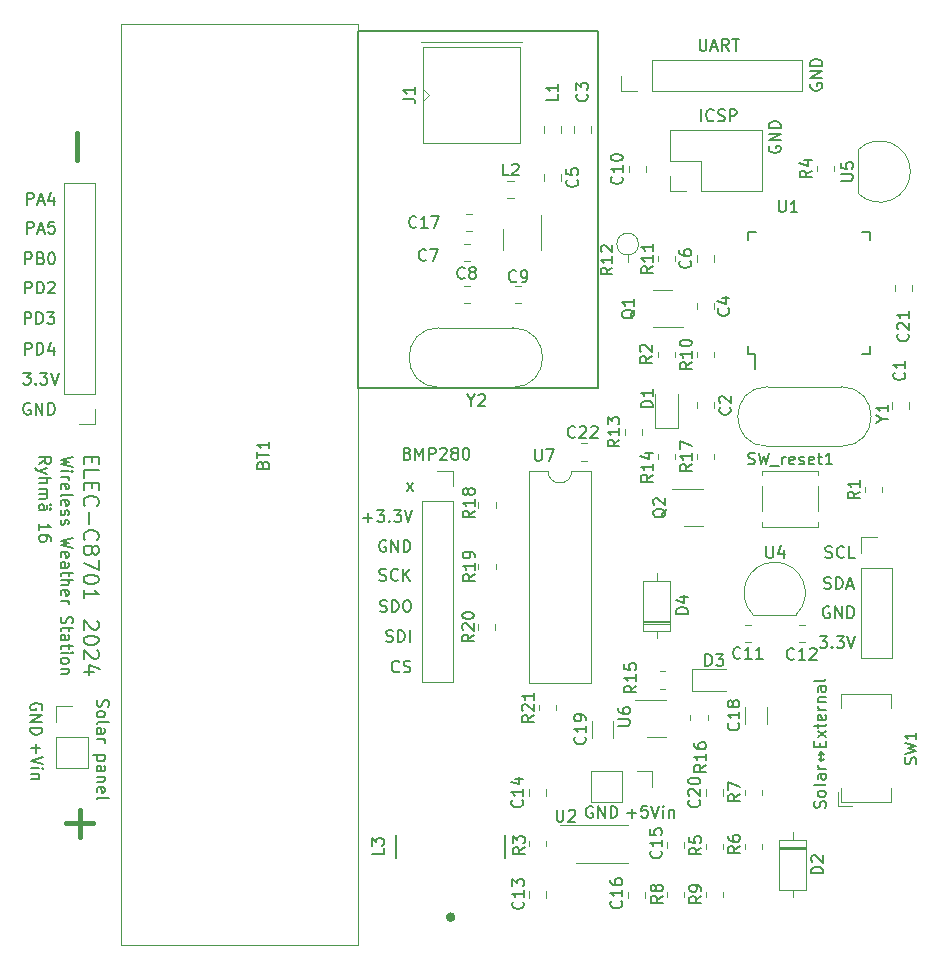
<source format=gbr>
%TF.GenerationSoftware,KiCad,Pcbnew,7.0.10*%
%TF.CreationDate,2024-11-11T15:26:17+02:00*%
%TF.ProjectId,Elektroniikkapaja,456c656b-7472-46f6-9e69-696b6b617061,rev?*%
%TF.SameCoordinates,Original*%
%TF.FileFunction,Legend,Top*%
%TF.FilePolarity,Positive*%
%FSLAX46Y46*%
G04 Gerber Fmt 4.6, Leading zero omitted, Abs format (unit mm)*
G04 Created by KiCad (PCBNEW 7.0.10) date 2024-11-11 15:26:17*
%MOMM*%
%LPD*%
G01*
G04 APERTURE LIST*
%ADD10C,0.150000*%
%ADD11C,0.162500*%
%ADD12C,0.400000*%
%ADD13C,0.120000*%
%ADD14C,0.100000*%
%ADD15C,0.200000*%
G04 APERTURE END LIST*
D10*
X207772000Y-69088000D02*
X228092000Y-69088000D01*
X228092000Y-99314000D01*
X207772000Y-99314000D01*
X207772000Y-69088000D01*
X246147438Y-73599411D02*
X246099819Y-73694649D01*
X246099819Y-73694649D02*
X246099819Y-73837506D01*
X246099819Y-73837506D02*
X246147438Y-73980363D01*
X246147438Y-73980363D02*
X246242676Y-74075601D01*
X246242676Y-74075601D02*
X246337914Y-74123220D01*
X246337914Y-74123220D02*
X246528390Y-74170839D01*
X246528390Y-74170839D02*
X246671247Y-74170839D01*
X246671247Y-74170839D02*
X246861723Y-74123220D01*
X246861723Y-74123220D02*
X246956961Y-74075601D01*
X246956961Y-74075601D02*
X247052200Y-73980363D01*
X247052200Y-73980363D02*
X247099819Y-73837506D01*
X247099819Y-73837506D02*
X247099819Y-73742268D01*
X247099819Y-73742268D02*
X247052200Y-73599411D01*
X247052200Y-73599411D02*
X247004580Y-73551792D01*
X247004580Y-73551792D02*
X246671247Y-73551792D01*
X246671247Y-73551792D02*
X246671247Y-73742268D01*
X247099819Y-73123220D02*
X246099819Y-73123220D01*
X246099819Y-73123220D02*
X247099819Y-72551792D01*
X247099819Y-72551792D02*
X246099819Y-72551792D01*
X247099819Y-72075601D02*
X246099819Y-72075601D01*
X246099819Y-72075601D02*
X246099819Y-71837506D01*
X246099819Y-71837506D02*
X246147438Y-71694649D01*
X246147438Y-71694649D02*
X246242676Y-71599411D01*
X246242676Y-71599411D02*
X246337914Y-71551792D01*
X246337914Y-71551792D02*
X246528390Y-71504173D01*
X246528390Y-71504173D02*
X246671247Y-71504173D01*
X246671247Y-71504173D02*
X246861723Y-71551792D01*
X246861723Y-71551792D02*
X246956961Y-71599411D01*
X246956961Y-71599411D02*
X247052200Y-71694649D01*
X247052200Y-71694649D02*
X247099819Y-71837506D01*
X247099819Y-71837506D02*
X247099819Y-72075601D01*
X211941541Y-108049819D02*
X212465350Y-107383152D01*
X211941541Y-107383152D02*
X212465350Y-108049819D01*
X236726779Y-69789819D02*
X236726779Y-70599342D01*
X236726779Y-70599342D02*
X236774398Y-70694580D01*
X236774398Y-70694580D02*
X236822017Y-70742200D01*
X236822017Y-70742200D02*
X236917255Y-70789819D01*
X236917255Y-70789819D02*
X237107731Y-70789819D01*
X237107731Y-70789819D02*
X237202969Y-70742200D01*
X237202969Y-70742200D02*
X237250588Y-70694580D01*
X237250588Y-70694580D02*
X237298207Y-70599342D01*
X237298207Y-70599342D02*
X237298207Y-69789819D01*
X237726779Y-70504104D02*
X238202969Y-70504104D01*
X237631541Y-70789819D02*
X237964874Y-69789819D01*
X237964874Y-69789819D02*
X238298207Y-70789819D01*
X239202969Y-70789819D02*
X238869636Y-70313628D01*
X238631541Y-70789819D02*
X238631541Y-69789819D01*
X238631541Y-69789819D02*
X239012493Y-69789819D01*
X239012493Y-69789819D02*
X239107731Y-69837438D01*
X239107731Y-69837438D02*
X239155350Y-69885057D01*
X239155350Y-69885057D02*
X239202969Y-69980295D01*
X239202969Y-69980295D02*
X239202969Y-70123152D01*
X239202969Y-70123152D02*
X239155350Y-70218390D01*
X239155350Y-70218390D02*
X239107731Y-70266009D01*
X239107731Y-70266009D02*
X239012493Y-70313628D01*
X239012493Y-70313628D02*
X238631541Y-70313628D01*
X239488684Y-69789819D02*
X240060112Y-69789819D01*
X239774398Y-70789819D02*
X239774398Y-69789819D01*
D11*
X185743735Y-119094526D02*
X185805640Y-119156430D01*
X185805640Y-119156430D02*
X185867545Y-119280240D01*
X185867545Y-119280240D02*
X185867545Y-119589764D01*
X185867545Y-119589764D02*
X185805640Y-119713573D01*
X185805640Y-119713573D02*
X185743735Y-119775478D01*
X185743735Y-119775478D02*
X185619926Y-119837383D01*
X185619926Y-119837383D02*
X185496116Y-119837383D01*
X185496116Y-119837383D02*
X185310402Y-119775478D01*
X185310402Y-119775478D02*
X184567545Y-119032621D01*
X184567545Y-119032621D02*
X184567545Y-119837383D01*
X185867545Y-120642144D02*
X185867545Y-120765954D01*
X185867545Y-120765954D02*
X185805640Y-120889763D01*
X185805640Y-120889763D02*
X185743735Y-120951668D01*
X185743735Y-120951668D02*
X185619926Y-121013573D01*
X185619926Y-121013573D02*
X185372307Y-121075478D01*
X185372307Y-121075478D02*
X185062783Y-121075478D01*
X185062783Y-121075478D02*
X184815164Y-121013573D01*
X184815164Y-121013573D02*
X184691354Y-120951668D01*
X184691354Y-120951668D02*
X184629450Y-120889763D01*
X184629450Y-120889763D02*
X184567545Y-120765954D01*
X184567545Y-120765954D02*
X184567545Y-120642144D01*
X184567545Y-120642144D02*
X184629450Y-120518335D01*
X184629450Y-120518335D02*
X184691354Y-120456430D01*
X184691354Y-120456430D02*
X184815164Y-120394525D01*
X184815164Y-120394525D02*
X185062783Y-120332621D01*
X185062783Y-120332621D02*
X185372307Y-120332621D01*
X185372307Y-120332621D02*
X185619926Y-120394525D01*
X185619926Y-120394525D02*
X185743735Y-120456430D01*
X185743735Y-120456430D02*
X185805640Y-120518335D01*
X185805640Y-120518335D02*
X185867545Y-120642144D01*
X185743735Y-121570716D02*
X185805640Y-121632620D01*
X185805640Y-121632620D02*
X185867545Y-121756430D01*
X185867545Y-121756430D02*
X185867545Y-122065954D01*
X185867545Y-122065954D02*
X185805640Y-122189763D01*
X185805640Y-122189763D02*
X185743735Y-122251668D01*
X185743735Y-122251668D02*
X185619926Y-122313573D01*
X185619926Y-122313573D02*
X185496116Y-122313573D01*
X185496116Y-122313573D02*
X185310402Y-122251668D01*
X185310402Y-122251668D02*
X184567545Y-121508811D01*
X184567545Y-121508811D02*
X184567545Y-122313573D01*
X185434211Y-123427858D02*
X184567545Y-123427858D01*
X185929450Y-123118334D02*
X185000878Y-122808811D01*
X185000878Y-122808811D02*
X185000878Y-123613572D01*
D10*
X181022561Y-126600588D02*
X181070180Y-126505350D01*
X181070180Y-126505350D02*
X181070180Y-126362493D01*
X181070180Y-126362493D02*
X181022561Y-126219636D01*
X181022561Y-126219636D02*
X180927323Y-126124398D01*
X180927323Y-126124398D02*
X180832085Y-126076779D01*
X180832085Y-126076779D02*
X180641609Y-126029160D01*
X180641609Y-126029160D02*
X180498752Y-126029160D01*
X180498752Y-126029160D02*
X180308276Y-126076779D01*
X180308276Y-126076779D02*
X180213038Y-126124398D01*
X180213038Y-126124398D02*
X180117800Y-126219636D01*
X180117800Y-126219636D02*
X180070180Y-126362493D01*
X180070180Y-126362493D02*
X180070180Y-126457731D01*
X180070180Y-126457731D02*
X180117800Y-126600588D01*
X180117800Y-126600588D02*
X180165419Y-126648207D01*
X180165419Y-126648207D02*
X180498752Y-126648207D01*
X180498752Y-126648207D02*
X180498752Y-126457731D01*
X180070180Y-127076779D02*
X181070180Y-127076779D01*
X181070180Y-127076779D02*
X180070180Y-127648207D01*
X180070180Y-127648207D02*
X181070180Y-127648207D01*
X180070180Y-128124398D02*
X181070180Y-128124398D01*
X181070180Y-128124398D02*
X181070180Y-128362493D01*
X181070180Y-128362493D02*
X181022561Y-128505350D01*
X181022561Y-128505350D02*
X180927323Y-128600588D01*
X180927323Y-128600588D02*
X180832085Y-128648207D01*
X180832085Y-128648207D02*
X180641609Y-128695826D01*
X180641609Y-128695826D02*
X180498752Y-128695826D01*
X180498752Y-128695826D02*
X180308276Y-128648207D01*
X180308276Y-128648207D02*
X180213038Y-128600588D01*
X180213038Y-128600588D02*
X180117800Y-128505350D01*
X180117800Y-128505350D02*
X180070180Y-128362493D01*
X180070180Y-128362493D02*
X180070180Y-128124398D01*
X212000112Y-104896009D02*
X212142969Y-104943628D01*
X212142969Y-104943628D02*
X212190588Y-104991247D01*
X212190588Y-104991247D02*
X212238207Y-105086485D01*
X212238207Y-105086485D02*
X212238207Y-105229342D01*
X212238207Y-105229342D02*
X212190588Y-105324580D01*
X212190588Y-105324580D02*
X212142969Y-105372200D01*
X212142969Y-105372200D02*
X212047731Y-105419819D01*
X212047731Y-105419819D02*
X211666779Y-105419819D01*
X211666779Y-105419819D02*
X211666779Y-104419819D01*
X211666779Y-104419819D02*
X212000112Y-104419819D01*
X212000112Y-104419819D02*
X212095350Y-104467438D01*
X212095350Y-104467438D02*
X212142969Y-104515057D01*
X212142969Y-104515057D02*
X212190588Y-104610295D01*
X212190588Y-104610295D02*
X212190588Y-104705533D01*
X212190588Y-104705533D02*
X212142969Y-104800771D01*
X212142969Y-104800771D02*
X212095350Y-104848390D01*
X212095350Y-104848390D02*
X212000112Y-104896009D01*
X212000112Y-104896009D02*
X211666779Y-104896009D01*
X212666779Y-105419819D02*
X212666779Y-104419819D01*
X212666779Y-104419819D02*
X213000112Y-105134104D01*
X213000112Y-105134104D02*
X213333445Y-104419819D01*
X213333445Y-104419819D02*
X213333445Y-105419819D01*
X213809636Y-105419819D02*
X213809636Y-104419819D01*
X213809636Y-104419819D02*
X214190588Y-104419819D01*
X214190588Y-104419819D02*
X214285826Y-104467438D01*
X214285826Y-104467438D02*
X214333445Y-104515057D01*
X214333445Y-104515057D02*
X214381064Y-104610295D01*
X214381064Y-104610295D02*
X214381064Y-104753152D01*
X214381064Y-104753152D02*
X214333445Y-104848390D01*
X214333445Y-104848390D02*
X214285826Y-104896009D01*
X214285826Y-104896009D02*
X214190588Y-104943628D01*
X214190588Y-104943628D02*
X213809636Y-104943628D01*
X214762017Y-104515057D02*
X214809636Y-104467438D01*
X214809636Y-104467438D02*
X214904874Y-104419819D01*
X214904874Y-104419819D02*
X215142969Y-104419819D01*
X215142969Y-104419819D02*
X215238207Y-104467438D01*
X215238207Y-104467438D02*
X215285826Y-104515057D01*
X215285826Y-104515057D02*
X215333445Y-104610295D01*
X215333445Y-104610295D02*
X215333445Y-104705533D01*
X215333445Y-104705533D02*
X215285826Y-104848390D01*
X215285826Y-104848390D02*
X214714398Y-105419819D01*
X214714398Y-105419819D02*
X215333445Y-105419819D01*
X215904874Y-104848390D02*
X215809636Y-104800771D01*
X215809636Y-104800771D02*
X215762017Y-104753152D01*
X215762017Y-104753152D02*
X215714398Y-104657914D01*
X215714398Y-104657914D02*
X215714398Y-104610295D01*
X215714398Y-104610295D02*
X215762017Y-104515057D01*
X215762017Y-104515057D02*
X215809636Y-104467438D01*
X215809636Y-104467438D02*
X215904874Y-104419819D01*
X215904874Y-104419819D02*
X216095350Y-104419819D01*
X216095350Y-104419819D02*
X216190588Y-104467438D01*
X216190588Y-104467438D02*
X216238207Y-104515057D01*
X216238207Y-104515057D02*
X216285826Y-104610295D01*
X216285826Y-104610295D02*
X216285826Y-104657914D01*
X216285826Y-104657914D02*
X216238207Y-104753152D01*
X216238207Y-104753152D02*
X216190588Y-104800771D01*
X216190588Y-104800771D02*
X216095350Y-104848390D01*
X216095350Y-104848390D02*
X215904874Y-104848390D01*
X215904874Y-104848390D02*
X215809636Y-104896009D01*
X215809636Y-104896009D02*
X215762017Y-104943628D01*
X215762017Y-104943628D02*
X215714398Y-105038866D01*
X215714398Y-105038866D02*
X215714398Y-105229342D01*
X215714398Y-105229342D02*
X215762017Y-105324580D01*
X215762017Y-105324580D02*
X215809636Y-105372200D01*
X215809636Y-105372200D02*
X215904874Y-105419819D01*
X215904874Y-105419819D02*
X216095350Y-105419819D01*
X216095350Y-105419819D02*
X216190588Y-105372200D01*
X216190588Y-105372200D02*
X216238207Y-105324580D01*
X216238207Y-105324580D02*
X216285826Y-105229342D01*
X216285826Y-105229342D02*
X216285826Y-105038866D01*
X216285826Y-105038866D02*
X216238207Y-104943628D01*
X216238207Y-104943628D02*
X216190588Y-104896009D01*
X216190588Y-104896009D02*
X216095350Y-104848390D01*
X216904874Y-104419819D02*
X217000112Y-104419819D01*
X217000112Y-104419819D02*
X217095350Y-104467438D01*
X217095350Y-104467438D02*
X217142969Y-104515057D01*
X217142969Y-104515057D02*
X217190588Y-104610295D01*
X217190588Y-104610295D02*
X217238207Y-104800771D01*
X217238207Y-104800771D02*
X217238207Y-105038866D01*
X217238207Y-105038866D02*
X217190588Y-105229342D01*
X217190588Y-105229342D02*
X217142969Y-105324580D01*
X217142969Y-105324580D02*
X217095350Y-105372200D01*
X217095350Y-105372200D02*
X217000112Y-105419819D01*
X217000112Y-105419819D02*
X216904874Y-105419819D01*
X216904874Y-105419819D02*
X216809636Y-105372200D01*
X216809636Y-105372200D02*
X216762017Y-105324580D01*
X216762017Y-105324580D02*
X216714398Y-105229342D01*
X216714398Y-105229342D02*
X216666779Y-105038866D01*
X216666779Y-105038866D02*
X216666779Y-104800771D01*
X216666779Y-104800771D02*
X216714398Y-104610295D01*
X216714398Y-104610295D02*
X216762017Y-104515057D01*
X216762017Y-104515057D02*
X216809636Y-104467438D01*
X216809636Y-104467438D02*
X216904874Y-104419819D01*
X179616779Y-88869819D02*
X179616779Y-87869819D01*
X179616779Y-87869819D02*
X179997731Y-87869819D01*
X179997731Y-87869819D02*
X180092969Y-87917438D01*
X180092969Y-87917438D02*
X180140588Y-87965057D01*
X180140588Y-87965057D02*
X180188207Y-88060295D01*
X180188207Y-88060295D02*
X180188207Y-88203152D01*
X180188207Y-88203152D02*
X180140588Y-88298390D01*
X180140588Y-88298390D02*
X180092969Y-88346009D01*
X180092969Y-88346009D02*
X179997731Y-88393628D01*
X179997731Y-88393628D02*
X179616779Y-88393628D01*
X180950112Y-88346009D02*
X181092969Y-88393628D01*
X181092969Y-88393628D02*
X181140588Y-88441247D01*
X181140588Y-88441247D02*
X181188207Y-88536485D01*
X181188207Y-88536485D02*
X181188207Y-88679342D01*
X181188207Y-88679342D02*
X181140588Y-88774580D01*
X181140588Y-88774580D02*
X181092969Y-88822200D01*
X181092969Y-88822200D02*
X180997731Y-88869819D01*
X180997731Y-88869819D02*
X180616779Y-88869819D01*
X180616779Y-88869819D02*
X180616779Y-87869819D01*
X180616779Y-87869819D02*
X180950112Y-87869819D01*
X180950112Y-87869819D02*
X181045350Y-87917438D01*
X181045350Y-87917438D02*
X181092969Y-87965057D01*
X181092969Y-87965057D02*
X181140588Y-88060295D01*
X181140588Y-88060295D02*
X181140588Y-88155533D01*
X181140588Y-88155533D02*
X181092969Y-88250771D01*
X181092969Y-88250771D02*
X181045350Y-88298390D01*
X181045350Y-88298390D02*
X180950112Y-88346009D01*
X180950112Y-88346009D02*
X180616779Y-88346009D01*
X181807255Y-87869819D02*
X181902493Y-87869819D01*
X181902493Y-87869819D02*
X181997731Y-87917438D01*
X181997731Y-87917438D02*
X182045350Y-87965057D01*
X182045350Y-87965057D02*
X182092969Y-88060295D01*
X182092969Y-88060295D02*
X182140588Y-88250771D01*
X182140588Y-88250771D02*
X182140588Y-88488866D01*
X182140588Y-88488866D02*
X182092969Y-88679342D01*
X182092969Y-88679342D02*
X182045350Y-88774580D01*
X182045350Y-88774580D02*
X181997731Y-88822200D01*
X181997731Y-88822200D02*
X181902493Y-88869819D01*
X181902493Y-88869819D02*
X181807255Y-88869819D01*
X181807255Y-88869819D02*
X181712017Y-88822200D01*
X181712017Y-88822200D02*
X181664398Y-88774580D01*
X181664398Y-88774580D02*
X181616779Y-88679342D01*
X181616779Y-88679342D02*
X181569160Y-88488866D01*
X181569160Y-88488866D02*
X181569160Y-88250771D01*
X181569160Y-88250771D02*
X181616779Y-88060295D01*
X181616779Y-88060295D02*
X181664398Y-87965057D01*
X181664398Y-87965057D02*
X181712017Y-87917438D01*
X181712017Y-87917438D02*
X181807255Y-87869819D01*
D12*
X184029200Y-80072557D02*
X184029200Y-77786843D01*
D10*
X180531133Y-129466779D02*
X180531133Y-130228684D01*
X180150180Y-129847731D02*
X180912085Y-129847731D01*
X181150180Y-130562017D02*
X180150180Y-130895350D01*
X180150180Y-130895350D02*
X181150180Y-131228683D01*
X180150180Y-131562017D02*
X180816847Y-131562017D01*
X181150180Y-131562017D02*
X181102561Y-131514398D01*
X181102561Y-131514398D02*
X181054942Y-131562017D01*
X181054942Y-131562017D02*
X181102561Y-131609636D01*
X181102561Y-131609636D02*
X181150180Y-131562017D01*
X181150180Y-131562017D02*
X181054942Y-131562017D01*
X180816847Y-132038207D02*
X180150180Y-132038207D01*
X180721609Y-132038207D02*
X180769228Y-132085826D01*
X180769228Y-132085826D02*
X180816847Y-132181064D01*
X180816847Y-132181064D02*
X180816847Y-132323921D01*
X180816847Y-132323921D02*
X180769228Y-132419159D01*
X180769228Y-132419159D02*
X180673990Y-132466778D01*
X180673990Y-132466778D02*
X180150180Y-132466778D01*
X247362200Y-134910839D02*
X247409819Y-134767982D01*
X247409819Y-134767982D02*
X247409819Y-134529887D01*
X247409819Y-134529887D02*
X247362200Y-134434649D01*
X247362200Y-134434649D02*
X247314580Y-134387030D01*
X247314580Y-134387030D02*
X247219342Y-134339411D01*
X247219342Y-134339411D02*
X247124104Y-134339411D01*
X247124104Y-134339411D02*
X247028866Y-134387030D01*
X247028866Y-134387030D02*
X246981247Y-134434649D01*
X246981247Y-134434649D02*
X246933628Y-134529887D01*
X246933628Y-134529887D02*
X246886009Y-134720363D01*
X246886009Y-134720363D02*
X246838390Y-134815601D01*
X246838390Y-134815601D02*
X246790771Y-134863220D01*
X246790771Y-134863220D02*
X246695533Y-134910839D01*
X246695533Y-134910839D02*
X246600295Y-134910839D01*
X246600295Y-134910839D02*
X246505057Y-134863220D01*
X246505057Y-134863220D02*
X246457438Y-134815601D01*
X246457438Y-134815601D02*
X246409819Y-134720363D01*
X246409819Y-134720363D02*
X246409819Y-134482268D01*
X246409819Y-134482268D02*
X246457438Y-134339411D01*
X247409819Y-133767982D02*
X247362200Y-133863220D01*
X247362200Y-133863220D02*
X247314580Y-133910839D01*
X247314580Y-133910839D02*
X247219342Y-133958458D01*
X247219342Y-133958458D02*
X246933628Y-133958458D01*
X246933628Y-133958458D02*
X246838390Y-133910839D01*
X246838390Y-133910839D02*
X246790771Y-133863220D01*
X246790771Y-133863220D02*
X246743152Y-133767982D01*
X246743152Y-133767982D02*
X246743152Y-133625125D01*
X246743152Y-133625125D02*
X246790771Y-133529887D01*
X246790771Y-133529887D02*
X246838390Y-133482268D01*
X246838390Y-133482268D02*
X246933628Y-133434649D01*
X246933628Y-133434649D02*
X247219342Y-133434649D01*
X247219342Y-133434649D02*
X247314580Y-133482268D01*
X247314580Y-133482268D02*
X247362200Y-133529887D01*
X247362200Y-133529887D02*
X247409819Y-133625125D01*
X247409819Y-133625125D02*
X247409819Y-133767982D01*
X247409819Y-132863220D02*
X247362200Y-132958458D01*
X247362200Y-132958458D02*
X247266961Y-133006077D01*
X247266961Y-133006077D02*
X246409819Y-133006077D01*
X247409819Y-132053696D02*
X246886009Y-132053696D01*
X246886009Y-132053696D02*
X246790771Y-132101315D01*
X246790771Y-132101315D02*
X246743152Y-132196553D01*
X246743152Y-132196553D02*
X246743152Y-132387029D01*
X246743152Y-132387029D02*
X246790771Y-132482267D01*
X247362200Y-132053696D02*
X247409819Y-132148934D01*
X247409819Y-132148934D02*
X247409819Y-132387029D01*
X247409819Y-132387029D02*
X247362200Y-132482267D01*
X247362200Y-132482267D02*
X247266961Y-132529886D01*
X247266961Y-132529886D02*
X247171723Y-132529886D01*
X247171723Y-132529886D02*
X247076485Y-132482267D01*
X247076485Y-132482267D02*
X247028866Y-132387029D01*
X247028866Y-132387029D02*
X247028866Y-132148934D01*
X247028866Y-132148934D02*
X246981247Y-132053696D01*
X247409819Y-131577505D02*
X246743152Y-131577505D01*
X246933628Y-131577505D02*
X246838390Y-131529886D01*
X246838390Y-131529886D02*
X246790771Y-131482267D01*
X246790771Y-131482267D02*
X246743152Y-131387029D01*
X246743152Y-131387029D02*
X246743152Y-131291791D01*
X247028866Y-130958457D02*
X247028866Y-130196553D01*
X247219342Y-130387029D02*
X247028866Y-130196553D01*
X247028866Y-130196553D02*
X246838390Y-130387029D01*
X246838390Y-130767981D02*
X247028866Y-130958457D01*
X247028866Y-130958457D02*
X247219342Y-130767981D01*
X246886009Y-129720362D02*
X246886009Y-129387029D01*
X247409819Y-129244172D02*
X247409819Y-129720362D01*
X247409819Y-129720362D02*
X246409819Y-129720362D01*
X246409819Y-129720362D02*
X246409819Y-129244172D01*
X247409819Y-128910838D02*
X246743152Y-128387029D01*
X246743152Y-128910838D02*
X247409819Y-128387029D01*
X246743152Y-128148933D02*
X246743152Y-127767981D01*
X246409819Y-128006076D02*
X247266961Y-128006076D01*
X247266961Y-128006076D02*
X247362200Y-127958457D01*
X247362200Y-127958457D02*
X247409819Y-127863219D01*
X247409819Y-127863219D02*
X247409819Y-127767981D01*
X247362200Y-127053695D02*
X247409819Y-127148933D01*
X247409819Y-127148933D02*
X247409819Y-127339409D01*
X247409819Y-127339409D02*
X247362200Y-127434647D01*
X247362200Y-127434647D02*
X247266961Y-127482266D01*
X247266961Y-127482266D02*
X246886009Y-127482266D01*
X246886009Y-127482266D02*
X246790771Y-127434647D01*
X246790771Y-127434647D02*
X246743152Y-127339409D01*
X246743152Y-127339409D02*
X246743152Y-127148933D01*
X246743152Y-127148933D02*
X246790771Y-127053695D01*
X246790771Y-127053695D02*
X246886009Y-127006076D01*
X246886009Y-127006076D02*
X246981247Y-127006076D01*
X246981247Y-127006076D02*
X247076485Y-127482266D01*
X247409819Y-126577504D02*
X246743152Y-126577504D01*
X246933628Y-126577504D02*
X246838390Y-126529885D01*
X246838390Y-126529885D02*
X246790771Y-126482266D01*
X246790771Y-126482266D02*
X246743152Y-126387028D01*
X246743152Y-126387028D02*
X246743152Y-126291790D01*
X246743152Y-125958456D02*
X247409819Y-125958456D01*
X246838390Y-125958456D02*
X246790771Y-125910837D01*
X246790771Y-125910837D02*
X246743152Y-125815599D01*
X246743152Y-125815599D02*
X246743152Y-125672742D01*
X246743152Y-125672742D02*
X246790771Y-125577504D01*
X246790771Y-125577504D02*
X246886009Y-125529885D01*
X246886009Y-125529885D02*
X247409819Y-125529885D01*
X247409819Y-124625123D02*
X246886009Y-124625123D01*
X246886009Y-124625123D02*
X246790771Y-124672742D01*
X246790771Y-124672742D02*
X246743152Y-124767980D01*
X246743152Y-124767980D02*
X246743152Y-124958456D01*
X246743152Y-124958456D02*
X246790771Y-125053694D01*
X247362200Y-124625123D02*
X247409819Y-124720361D01*
X247409819Y-124720361D02*
X247409819Y-124958456D01*
X247409819Y-124958456D02*
X247362200Y-125053694D01*
X247362200Y-125053694D02*
X247266961Y-125101313D01*
X247266961Y-125101313D02*
X247171723Y-125101313D01*
X247171723Y-125101313D02*
X247076485Y-125053694D01*
X247076485Y-125053694D02*
X247028866Y-124958456D01*
X247028866Y-124958456D02*
X247028866Y-124720361D01*
X247028866Y-124720361D02*
X246981247Y-124625123D01*
X247409819Y-124006075D02*
X247362200Y-124101313D01*
X247362200Y-124101313D02*
X247266961Y-124148932D01*
X247266961Y-124148932D02*
X246409819Y-124148932D01*
X179616779Y-91349819D02*
X179616779Y-90349819D01*
X179616779Y-90349819D02*
X179997731Y-90349819D01*
X179997731Y-90349819D02*
X180092969Y-90397438D01*
X180092969Y-90397438D02*
X180140588Y-90445057D01*
X180140588Y-90445057D02*
X180188207Y-90540295D01*
X180188207Y-90540295D02*
X180188207Y-90683152D01*
X180188207Y-90683152D02*
X180140588Y-90778390D01*
X180140588Y-90778390D02*
X180092969Y-90826009D01*
X180092969Y-90826009D02*
X179997731Y-90873628D01*
X179997731Y-90873628D02*
X179616779Y-90873628D01*
X180616779Y-91349819D02*
X180616779Y-90349819D01*
X180616779Y-90349819D02*
X180854874Y-90349819D01*
X180854874Y-90349819D02*
X180997731Y-90397438D01*
X180997731Y-90397438D02*
X181092969Y-90492676D01*
X181092969Y-90492676D02*
X181140588Y-90587914D01*
X181140588Y-90587914D02*
X181188207Y-90778390D01*
X181188207Y-90778390D02*
X181188207Y-90921247D01*
X181188207Y-90921247D02*
X181140588Y-91111723D01*
X181140588Y-91111723D02*
X181092969Y-91206961D01*
X181092969Y-91206961D02*
X180997731Y-91302200D01*
X180997731Y-91302200D02*
X180854874Y-91349819D01*
X180854874Y-91349819D02*
X180616779Y-91349819D01*
X181569160Y-90445057D02*
X181616779Y-90397438D01*
X181616779Y-90397438D02*
X181712017Y-90349819D01*
X181712017Y-90349819D02*
X181950112Y-90349819D01*
X181950112Y-90349819D02*
X182045350Y-90397438D01*
X182045350Y-90397438D02*
X182092969Y-90445057D01*
X182092969Y-90445057D02*
X182140588Y-90540295D01*
X182140588Y-90540295D02*
X182140588Y-90635533D01*
X182140588Y-90635533D02*
X182092969Y-90778390D01*
X182092969Y-90778390D02*
X181521541Y-91349819D01*
X181521541Y-91349819D02*
X182140588Y-91349819D01*
X236856779Y-76759819D02*
X236856779Y-75759819D01*
X237904397Y-76664580D02*
X237856778Y-76712200D01*
X237856778Y-76712200D02*
X237713921Y-76759819D01*
X237713921Y-76759819D02*
X237618683Y-76759819D01*
X237618683Y-76759819D02*
X237475826Y-76712200D01*
X237475826Y-76712200D02*
X237380588Y-76616961D01*
X237380588Y-76616961D02*
X237332969Y-76521723D01*
X237332969Y-76521723D02*
X237285350Y-76331247D01*
X237285350Y-76331247D02*
X237285350Y-76188390D01*
X237285350Y-76188390D02*
X237332969Y-75997914D01*
X237332969Y-75997914D02*
X237380588Y-75902676D01*
X237380588Y-75902676D02*
X237475826Y-75807438D01*
X237475826Y-75807438D02*
X237618683Y-75759819D01*
X237618683Y-75759819D02*
X237713921Y-75759819D01*
X237713921Y-75759819D02*
X237856778Y-75807438D01*
X237856778Y-75807438D02*
X237904397Y-75855057D01*
X238285350Y-76712200D02*
X238428207Y-76759819D01*
X238428207Y-76759819D02*
X238666302Y-76759819D01*
X238666302Y-76759819D02*
X238761540Y-76712200D01*
X238761540Y-76712200D02*
X238809159Y-76664580D01*
X238809159Y-76664580D02*
X238856778Y-76569342D01*
X238856778Y-76569342D02*
X238856778Y-76474104D01*
X238856778Y-76474104D02*
X238809159Y-76378866D01*
X238809159Y-76378866D02*
X238761540Y-76331247D01*
X238761540Y-76331247D02*
X238666302Y-76283628D01*
X238666302Y-76283628D02*
X238475826Y-76236009D01*
X238475826Y-76236009D02*
X238380588Y-76188390D01*
X238380588Y-76188390D02*
X238332969Y-76140771D01*
X238332969Y-76140771D02*
X238285350Y-76045533D01*
X238285350Y-76045533D02*
X238285350Y-75950295D01*
X238285350Y-75950295D02*
X238332969Y-75855057D01*
X238332969Y-75855057D02*
X238380588Y-75807438D01*
X238380588Y-75807438D02*
X238475826Y-75759819D01*
X238475826Y-75759819D02*
X238713921Y-75759819D01*
X238713921Y-75759819D02*
X238856778Y-75807438D01*
X239285350Y-76759819D02*
X239285350Y-75759819D01*
X239285350Y-75759819D02*
X239666302Y-75759819D01*
X239666302Y-75759819D02*
X239761540Y-75807438D01*
X239761540Y-75807438D02*
X239809159Y-75855057D01*
X239809159Y-75855057D02*
X239856778Y-75950295D01*
X239856778Y-75950295D02*
X239856778Y-76093152D01*
X239856778Y-76093152D02*
X239809159Y-76188390D01*
X239809159Y-76188390D02*
X239761540Y-76236009D01*
X239761540Y-76236009D02*
X239666302Y-76283628D01*
X239666302Y-76283628D02*
X239285350Y-76283628D01*
X209669160Y-118272200D02*
X209812017Y-118319819D01*
X209812017Y-118319819D02*
X210050112Y-118319819D01*
X210050112Y-118319819D02*
X210145350Y-118272200D01*
X210145350Y-118272200D02*
X210192969Y-118224580D01*
X210192969Y-118224580D02*
X210240588Y-118129342D01*
X210240588Y-118129342D02*
X210240588Y-118034104D01*
X210240588Y-118034104D02*
X210192969Y-117938866D01*
X210192969Y-117938866D02*
X210145350Y-117891247D01*
X210145350Y-117891247D02*
X210050112Y-117843628D01*
X210050112Y-117843628D02*
X209859636Y-117796009D01*
X209859636Y-117796009D02*
X209764398Y-117748390D01*
X209764398Y-117748390D02*
X209716779Y-117700771D01*
X209716779Y-117700771D02*
X209669160Y-117605533D01*
X209669160Y-117605533D02*
X209669160Y-117510295D01*
X209669160Y-117510295D02*
X209716779Y-117415057D01*
X209716779Y-117415057D02*
X209764398Y-117367438D01*
X209764398Y-117367438D02*
X209859636Y-117319819D01*
X209859636Y-117319819D02*
X210097731Y-117319819D01*
X210097731Y-117319819D02*
X210240588Y-117367438D01*
X210669160Y-118319819D02*
X210669160Y-117319819D01*
X210669160Y-117319819D02*
X210907255Y-117319819D01*
X210907255Y-117319819D02*
X211050112Y-117367438D01*
X211050112Y-117367438D02*
X211145350Y-117462676D01*
X211145350Y-117462676D02*
X211192969Y-117557914D01*
X211192969Y-117557914D02*
X211240588Y-117748390D01*
X211240588Y-117748390D02*
X211240588Y-117891247D01*
X211240588Y-117891247D02*
X211192969Y-118081723D01*
X211192969Y-118081723D02*
X211145350Y-118176961D01*
X211145350Y-118176961D02*
X211050112Y-118272200D01*
X211050112Y-118272200D02*
X210907255Y-118319819D01*
X210907255Y-118319819D02*
X210669160Y-118319819D01*
X211859636Y-117319819D02*
X212050112Y-117319819D01*
X212050112Y-117319819D02*
X212145350Y-117367438D01*
X212145350Y-117367438D02*
X212240588Y-117462676D01*
X212240588Y-117462676D02*
X212288207Y-117653152D01*
X212288207Y-117653152D02*
X212288207Y-117986485D01*
X212288207Y-117986485D02*
X212240588Y-118176961D01*
X212240588Y-118176961D02*
X212145350Y-118272200D01*
X212145350Y-118272200D02*
X212050112Y-118319819D01*
X212050112Y-118319819D02*
X211859636Y-118319819D01*
X211859636Y-118319819D02*
X211764398Y-118272200D01*
X211764398Y-118272200D02*
X211669160Y-118176961D01*
X211669160Y-118176961D02*
X211621541Y-117986485D01*
X211621541Y-117986485D02*
X211621541Y-117653152D01*
X211621541Y-117653152D02*
X211669160Y-117462676D01*
X211669160Y-117462676D02*
X211764398Y-117367438D01*
X211764398Y-117367438D02*
X211859636Y-117319819D01*
X180040588Y-100657438D02*
X179945350Y-100609819D01*
X179945350Y-100609819D02*
X179802493Y-100609819D01*
X179802493Y-100609819D02*
X179659636Y-100657438D01*
X179659636Y-100657438D02*
X179564398Y-100752676D01*
X179564398Y-100752676D02*
X179516779Y-100847914D01*
X179516779Y-100847914D02*
X179469160Y-101038390D01*
X179469160Y-101038390D02*
X179469160Y-101181247D01*
X179469160Y-101181247D02*
X179516779Y-101371723D01*
X179516779Y-101371723D02*
X179564398Y-101466961D01*
X179564398Y-101466961D02*
X179659636Y-101562200D01*
X179659636Y-101562200D02*
X179802493Y-101609819D01*
X179802493Y-101609819D02*
X179897731Y-101609819D01*
X179897731Y-101609819D02*
X180040588Y-101562200D01*
X180040588Y-101562200D02*
X180088207Y-101514580D01*
X180088207Y-101514580D02*
X180088207Y-101181247D01*
X180088207Y-101181247D02*
X179897731Y-101181247D01*
X180516779Y-101609819D02*
X180516779Y-100609819D01*
X180516779Y-100609819D02*
X181088207Y-101609819D01*
X181088207Y-101609819D02*
X181088207Y-100609819D01*
X181564398Y-101609819D02*
X181564398Y-100609819D01*
X181564398Y-100609819D02*
X181802493Y-100609819D01*
X181802493Y-100609819D02*
X181945350Y-100657438D01*
X181945350Y-100657438D02*
X182040588Y-100752676D01*
X182040588Y-100752676D02*
X182088207Y-100847914D01*
X182088207Y-100847914D02*
X182135826Y-101038390D01*
X182135826Y-101038390D02*
X182135826Y-101181247D01*
X182135826Y-101181247D02*
X182088207Y-101371723D01*
X182088207Y-101371723D02*
X182040588Y-101466961D01*
X182040588Y-101466961D02*
X181945350Y-101562200D01*
X181945350Y-101562200D02*
X181802493Y-101609819D01*
X181802493Y-101609819D02*
X181564398Y-101609819D01*
X227660588Y-134797438D02*
X227565350Y-134749819D01*
X227565350Y-134749819D02*
X227422493Y-134749819D01*
X227422493Y-134749819D02*
X227279636Y-134797438D01*
X227279636Y-134797438D02*
X227184398Y-134892676D01*
X227184398Y-134892676D02*
X227136779Y-134987914D01*
X227136779Y-134987914D02*
X227089160Y-135178390D01*
X227089160Y-135178390D02*
X227089160Y-135321247D01*
X227089160Y-135321247D02*
X227136779Y-135511723D01*
X227136779Y-135511723D02*
X227184398Y-135606961D01*
X227184398Y-135606961D02*
X227279636Y-135702200D01*
X227279636Y-135702200D02*
X227422493Y-135749819D01*
X227422493Y-135749819D02*
X227517731Y-135749819D01*
X227517731Y-135749819D02*
X227660588Y-135702200D01*
X227660588Y-135702200D02*
X227708207Y-135654580D01*
X227708207Y-135654580D02*
X227708207Y-135321247D01*
X227708207Y-135321247D02*
X227517731Y-135321247D01*
X228136779Y-135749819D02*
X228136779Y-134749819D01*
X228136779Y-134749819D02*
X228708207Y-135749819D01*
X228708207Y-135749819D02*
X228708207Y-134749819D01*
X229184398Y-135749819D02*
X229184398Y-134749819D01*
X229184398Y-134749819D02*
X229422493Y-134749819D01*
X229422493Y-134749819D02*
X229565350Y-134797438D01*
X229565350Y-134797438D02*
X229660588Y-134892676D01*
X229660588Y-134892676D02*
X229708207Y-134987914D01*
X229708207Y-134987914D02*
X229755826Y-135178390D01*
X229755826Y-135178390D02*
X229755826Y-135321247D01*
X229755826Y-135321247D02*
X229708207Y-135511723D01*
X229708207Y-135511723D02*
X229660588Y-135606961D01*
X229660588Y-135606961D02*
X229565350Y-135702200D01*
X229565350Y-135702200D02*
X229422493Y-135749819D01*
X229422493Y-135749819D02*
X229184398Y-135749819D01*
X185737800Y-125749160D02*
X185690180Y-125892017D01*
X185690180Y-125892017D02*
X185690180Y-126130112D01*
X185690180Y-126130112D02*
X185737800Y-126225350D01*
X185737800Y-126225350D02*
X185785419Y-126272969D01*
X185785419Y-126272969D02*
X185880657Y-126320588D01*
X185880657Y-126320588D02*
X185975895Y-126320588D01*
X185975895Y-126320588D02*
X186071133Y-126272969D01*
X186071133Y-126272969D02*
X186118752Y-126225350D01*
X186118752Y-126225350D02*
X186166371Y-126130112D01*
X186166371Y-126130112D02*
X186213990Y-125939636D01*
X186213990Y-125939636D02*
X186261609Y-125844398D01*
X186261609Y-125844398D02*
X186309228Y-125796779D01*
X186309228Y-125796779D02*
X186404466Y-125749160D01*
X186404466Y-125749160D02*
X186499704Y-125749160D01*
X186499704Y-125749160D02*
X186594942Y-125796779D01*
X186594942Y-125796779D02*
X186642561Y-125844398D01*
X186642561Y-125844398D02*
X186690180Y-125939636D01*
X186690180Y-125939636D02*
X186690180Y-126177731D01*
X186690180Y-126177731D02*
X186642561Y-126320588D01*
X185690180Y-126892017D02*
X185737800Y-126796779D01*
X185737800Y-126796779D02*
X185785419Y-126749160D01*
X185785419Y-126749160D02*
X185880657Y-126701541D01*
X185880657Y-126701541D02*
X186166371Y-126701541D01*
X186166371Y-126701541D02*
X186261609Y-126749160D01*
X186261609Y-126749160D02*
X186309228Y-126796779D01*
X186309228Y-126796779D02*
X186356847Y-126892017D01*
X186356847Y-126892017D02*
X186356847Y-127034874D01*
X186356847Y-127034874D02*
X186309228Y-127130112D01*
X186309228Y-127130112D02*
X186261609Y-127177731D01*
X186261609Y-127177731D02*
X186166371Y-127225350D01*
X186166371Y-127225350D02*
X185880657Y-127225350D01*
X185880657Y-127225350D02*
X185785419Y-127177731D01*
X185785419Y-127177731D02*
X185737800Y-127130112D01*
X185737800Y-127130112D02*
X185690180Y-127034874D01*
X185690180Y-127034874D02*
X185690180Y-126892017D01*
X185690180Y-127796779D02*
X185737800Y-127701541D01*
X185737800Y-127701541D02*
X185833038Y-127653922D01*
X185833038Y-127653922D02*
X186690180Y-127653922D01*
X185690180Y-128606303D02*
X186213990Y-128606303D01*
X186213990Y-128606303D02*
X186309228Y-128558684D01*
X186309228Y-128558684D02*
X186356847Y-128463446D01*
X186356847Y-128463446D02*
X186356847Y-128272970D01*
X186356847Y-128272970D02*
X186309228Y-128177732D01*
X185737800Y-128606303D02*
X185690180Y-128511065D01*
X185690180Y-128511065D02*
X185690180Y-128272970D01*
X185690180Y-128272970D02*
X185737800Y-128177732D01*
X185737800Y-128177732D02*
X185833038Y-128130113D01*
X185833038Y-128130113D02*
X185928276Y-128130113D01*
X185928276Y-128130113D02*
X186023514Y-128177732D01*
X186023514Y-128177732D02*
X186071133Y-128272970D01*
X186071133Y-128272970D02*
X186071133Y-128511065D01*
X186071133Y-128511065D02*
X186118752Y-128606303D01*
X185690180Y-129082494D02*
X186356847Y-129082494D01*
X186166371Y-129082494D02*
X186261609Y-129130113D01*
X186261609Y-129130113D02*
X186309228Y-129177732D01*
X186309228Y-129177732D02*
X186356847Y-129272970D01*
X186356847Y-129272970D02*
X186356847Y-129368208D01*
X186356847Y-130463447D02*
X185356847Y-130463447D01*
X186309228Y-130463447D02*
X186356847Y-130558685D01*
X186356847Y-130558685D02*
X186356847Y-130749161D01*
X186356847Y-130749161D02*
X186309228Y-130844399D01*
X186309228Y-130844399D02*
X186261609Y-130892018D01*
X186261609Y-130892018D02*
X186166371Y-130939637D01*
X186166371Y-130939637D02*
X185880657Y-130939637D01*
X185880657Y-130939637D02*
X185785419Y-130892018D01*
X185785419Y-130892018D02*
X185737800Y-130844399D01*
X185737800Y-130844399D02*
X185690180Y-130749161D01*
X185690180Y-130749161D02*
X185690180Y-130558685D01*
X185690180Y-130558685D02*
X185737800Y-130463447D01*
X185690180Y-131796780D02*
X186213990Y-131796780D01*
X186213990Y-131796780D02*
X186309228Y-131749161D01*
X186309228Y-131749161D02*
X186356847Y-131653923D01*
X186356847Y-131653923D02*
X186356847Y-131463447D01*
X186356847Y-131463447D02*
X186309228Y-131368209D01*
X185737800Y-131796780D02*
X185690180Y-131701542D01*
X185690180Y-131701542D02*
X185690180Y-131463447D01*
X185690180Y-131463447D02*
X185737800Y-131368209D01*
X185737800Y-131368209D02*
X185833038Y-131320590D01*
X185833038Y-131320590D02*
X185928276Y-131320590D01*
X185928276Y-131320590D02*
X186023514Y-131368209D01*
X186023514Y-131368209D02*
X186071133Y-131463447D01*
X186071133Y-131463447D02*
X186071133Y-131701542D01*
X186071133Y-131701542D02*
X186118752Y-131796780D01*
X186356847Y-132272971D02*
X185690180Y-132272971D01*
X186261609Y-132272971D02*
X186309228Y-132320590D01*
X186309228Y-132320590D02*
X186356847Y-132415828D01*
X186356847Y-132415828D02*
X186356847Y-132558685D01*
X186356847Y-132558685D02*
X186309228Y-132653923D01*
X186309228Y-132653923D02*
X186213990Y-132701542D01*
X186213990Y-132701542D02*
X185690180Y-132701542D01*
X185737800Y-133558685D02*
X185690180Y-133463447D01*
X185690180Y-133463447D02*
X185690180Y-133272971D01*
X185690180Y-133272971D02*
X185737800Y-133177733D01*
X185737800Y-133177733D02*
X185833038Y-133130114D01*
X185833038Y-133130114D02*
X186213990Y-133130114D01*
X186213990Y-133130114D02*
X186309228Y-133177733D01*
X186309228Y-133177733D02*
X186356847Y-133272971D01*
X186356847Y-133272971D02*
X186356847Y-133463447D01*
X186356847Y-133463447D02*
X186309228Y-133558685D01*
X186309228Y-133558685D02*
X186213990Y-133606304D01*
X186213990Y-133606304D02*
X186118752Y-133606304D01*
X186118752Y-133606304D02*
X186023514Y-133130114D01*
X185690180Y-134177733D02*
X185737800Y-134082495D01*
X185737800Y-134082495D02*
X185833038Y-134034876D01*
X185833038Y-134034876D02*
X186690180Y-134034876D01*
X242637438Y-78869411D02*
X242589819Y-78964649D01*
X242589819Y-78964649D02*
X242589819Y-79107506D01*
X242589819Y-79107506D02*
X242637438Y-79250363D01*
X242637438Y-79250363D02*
X242732676Y-79345601D01*
X242732676Y-79345601D02*
X242827914Y-79393220D01*
X242827914Y-79393220D02*
X243018390Y-79440839D01*
X243018390Y-79440839D02*
X243161247Y-79440839D01*
X243161247Y-79440839D02*
X243351723Y-79393220D01*
X243351723Y-79393220D02*
X243446961Y-79345601D01*
X243446961Y-79345601D02*
X243542200Y-79250363D01*
X243542200Y-79250363D02*
X243589819Y-79107506D01*
X243589819Y-79107506D02*
X243589819Y-79012268D01*
X243589819Y-79012268D02*
X243542200Y-78869411D01*
X243542200Y-78869411D02*
X243494580Y-78821792D01*
X243494580Y-78821792D02*
X243161247Y-78821792D01*
X243161247Y-78821792D02*
X243161247Y-79012268D01*
X243589819Y-78393220D02*
X242589819Y-78393220D01*
X242589819Y-78393220D02*
X243589819Y-77821792D01*
X243589819Y-77821792D02*
X242589819Y-77821792D01*
X243589819Y-77345601D02*
X242589819Y-77345601D01*
X242589819Y-77345601D02*
X242589819Y-77107506D01*
X242589819Y-77107506D02*
X242637438Y-76964649D01*
X242637438Y-76964649D02*
X242732676Y-76869411D01*
X242732676Y-76869411D02*
X242827914Y-76821792D01*
X242827914Y-76821792D02*
X243018390Y-76774173D01*
X243018390Y-76774173D02*
X243161247Y-76774173D01*
X243161247Y-76774173D02*
X243351723Y-76821792D01*
X243351723Y-76821792D02*
X243446961Y-76869411D01*
X243446961Y-76869411D02*
X243542200Y-76964649D01*
X243542200Y-76964649D02*
X243589819Y-77107506D01*
X243589819Y-77107506D02*
X243589819Y-77345601D01*
X209609160Y-115622200D02*
X209752017Y-115669819D01*
X209752017Y-115669819D02*
X209990112Y-115669819D01*
X209990112Y-115669819D02*
X210085350Y-115622200D01*
X210085350Y-115622200D02*
X210132969Y-115574580D01*
X210132969Y-115574580D02*
X210180588Y-115479342D01*
X210180588Y-115479342D02*
X210180588Y-115384104D01*
X210180588Y-115384104D02*
X210132969Y-115288866D01*
X210132969Y-115288866D02*
X210085350Y-115241247D01*
X210085350Y-115241247D02*
X209990112Y-115193628D01*
X209990112Y-115193628D02*
X209799636Y-115146009D01*
X209799636Y-115146009D02*
X209704398Y-115098390D01*
X209704398Y-115098390D02*
X209656779Y-115050771D01*
X209656779Y-115050771D02*
X209609160Y-114955533D01*
X209609160Y-114955533D02*
X209609160Y-114860295D01*
X209609160Y-114860295D02*
X209656779Y-114765057D01*
X209656779Y-114765057D02*
X209704398Y-114717438D01*
X209704398Y-114717438D02*
X209799636Y-114669819D01*
X209799636Y-114669819D02*
X210037731Y-114669819D01*
X210037731Y-114669819D02*
X210180588Y-114717438D01*
X211180588Y-115574580D02*
X211132969Y-115622200D01*
X211132969Y-115622200D02*
X210990112Y-115669819D01*
X210990112Y-115669819D02*
X210894874Y-115669819D01*
X210894874Y-115669819D02*
X210752017Y-115622200D01*
X210752017Y-115622200D02*
X210656779Y-115526961D01*
X210656779Y-115526961D02*
X210609160Y-115431723D01*
X210609160Y-115431723D02*
X210561541Y-115241247D01*
X210561541Y-115241247D02*
X210561541Y-115098390D01*
X210561541Y-115098390D02*
X210609160Y-114907914D01*
X210609160Y-114907914D02*
X210656779Y-114812676D01*
X210656779Y-114812676D02*
X210752017Y-114717438D01*
X210752017Y-114717438D02*
X210894874Y-114669819D01*
X210894874Y-114669819D02*
X210990112Y-114669819D01*
X210990112Y-114669819D02*
X211132969Y-114717438D01*
X211132969Y-114717438D02*
X211180588Y-114765057D01*
X211609160Y-115669819D02*
X211609160Y-114669819D01*
X212180588Y-115669819D02*
X211752017Y-115098390D01*
X212180588Y-114669819D02*
X211609160Y-115241247D01*
X247369160Y-113682200D02*
X247512017Y-113729819D01*
X247512017Y-113729819D02*
X247750112Y-113729819D01*
X247750112Y-113729819D02*
X247845350Y-113682200D01*
X247845350Y-113682200D02*
X247892969Y-113634580D01*
X247892969Y-113634580D02*
X247940588Y-113539342D01*
X247940588Y-113539342D02*
X247940588Y-113444104D01*
X247940588Y-113444104D02*
X247892969Y-113348866D01*
X247892969Y-113348866D02*
X247845350Y-113301247D01*
X247845350Y-113301247D02*
X247750112Y-113253628D01*
X247750112Y-113253628D02*
X247559636Y-113206009D01*
X247559636Y-113206009D02*
X247464398Y-113158390D01*
X247464398Y-113158390D02*
X247416779Y-113110771D01*
X247416779Y-113110771D02*
X247369160Y-113015533D01*
X247369160Y-113015533D02*
X247369160Y-112920295D01*
X247369160Y-112920295D02*
X247416779Y-112825057D01*
X247416779Y-112825057D02*
X247464398Y-112777438D01*
X247464398Y-112777438D02*
X247559636Y-112729819D01*
X247559636Y-112729819D02*
X247797731Y-112729819D01*
X247797731Y-112729819D02*
X247940588Y-112777438D01*
X248940588Y-113634580D02*
X248892969Y-113682200D01*
X248892969Y-113682200D02*
X248750112Y-113729819D01*
X248750112Y-113729819D02*
X248654874Y-113729819D01*
X248654874Y-113729819D02*
X248512017Y-113682200D01*
X248512017Y-113682200D02*
X248416779Y-113586961D01*
X248416779Y-113586961D02*
X248369160Y-113491723D01*
X248369160Y-113491723D02*
X248321541Y-113301247D01*
X248321541Y-113301247D02*
X248321541Y-113158390D01*
X248321541Y-113158390D02*
X248369160Y-112967914D01*
X248369160Y-112967914D02*
X248416779Y-112872676D01*
X248416779Y-112872676D02*
X248512017Y-112777438D01*
X248512017Y-112777438D02*
X248654874Y-112729819D01*
X248654874Y-112729819D02*
X248750112Y-112729819D01*
X248750112Y-112729819D02*
X248892969Y-112777438D01*
X248892969Y-112777438D02*
X248940588Y-112825057D01*
X249845350Y-113729819D02*
X249369160Y-113729819D01*
X249369160Y-113729819D02*
X249369160Y-112729819D01*
X179576779Y-93919819D02*
X179576779Y-92919819D01*
X179576779Y-92919819D02*
X179957731Y-92919819D01*
X179957731Y-92919819D02*
X180052969Y-92967438D01*
X180052969Y-92967438D02*
X180100588Y-93015057D01*
X180100588Y-93015057D02*
X180148207Y-93110295D01*
X180148207Y-93110295D02*
X180148207Y-93253152D01*
X180148207Y-93253152D02*
X180100588Y-93348390D01*
X180100588Y-93348390D02*
X180052969Y-93396009D01*
X180052969Y-93396009D02*
X179957731Y-93443628D01*
X179957731Y-93443628D02*
X179576779Y-93443628D01*
X180576779Y-93919819D02*
X180576779Y-92919819D01*
X180576779Y-92919819D02*
X180814874Y-92919819D01*
X180814874Y-92919819D02*
X180957731Y-92967438D01*
X180957731Y-92967438D02*
X181052969Y-93062676D01*
X181052969Y-93062676D02*
X181100588Y-93157914D01*
X181100588Y-93157914D02*
X181148207Y-93348390D01*
X181148207Y-93348390D02*
X181148207Y-93491247D01*
X181148207Y-93491247D02*
X181100588Y-93681723D01*
X181100588Y-93681723D02*
X181052969Y-93776961D01*
X181052969Y-93776961D02*
X180957731Y-93872200D01*
X180957731Y-93872200D02*
X180814874Y-93919819D01*
X180814874Y-93919819D02*
X180576779Y-93919819D01*
X181481541Y-92919819D02*
X182100588Y-92919819D01*
X182100588Y-92919819D02*
X181767255Y-93300771D01*
X181767255Y-93300771D02*
X181910112Y-93300771D01*
X181910112Y-93300771D02*
X182005350Y-93348390D01*
X182005350Y-93348390D02*
X182052969Y-93396009D01*
X182052969Y-93396009D02*
X182100588Y-93491247D01*
X182100588Y-93491247D02*
X182100588Y-93729342D01*
X182100588Y-93729342D02*
X182052969Y-93824580D01*
X182052969Y-93824580D02*
X182005350Y-93872200D01*
X182005350Y-93872200D02*
X181910112Y-93919819D01*
X181910112Y-93919819D02*
X181624398Y-93919819D01*
X181624398Y-93919819D02*
X181529160Y-93872200D01*
X181529160Y-93872200D02*
X181481541Y-93824580D01*
X179461541Y-98059819D02*
X180080588Y-98059819D01*
X180080588Y-98059819D02*
X179747255Y-98440771D01*
X179747255Y-98440771D02*
X179890112Y-98440771D01*
X179890112Y-98440771D02*
X179985350Y-98488390D01*
X179985350Y-98488390D02*
X180032969Y-98536009D01*
X180032969Y-98536009D02*
X180080588Y-98631247D01*
X180080588Y-98631247D02*
X180080588Y-98869342D01*
X180080588Y-98869342D02*
X180032969Y-98964580D01*
X180032969Y-98964580D02*
X179985350Y-99012200D01*
X179985350Y-99012200D02*
X179890112Y-99059819D01*
X179890112Y-99059819D02*
X179604398Y-99059819D01*
X179604398Y-99059819D02*
X179509160Y-99012200D01*
X179509160Y-99012200D02*
X179461541Y-98964580D01*
X180509160Y-98964580D02*
X180556779Y-99012200D01*
X180556779Y-99012200D02*
X180509160Y-99059819D01*
X180509160Y-99059819D02*
X180461541Y-99012200D01*
X180461541Y-99012200D02*
X180509160Y-98964580D01*
X180509160Y-98964580D02*
X180509160Y-99059819D01*
X180890112Y-98059819D02*
X181509159Y-98059819D01*
X181509159Y-98059819D02*
X181175826Y-98440771D01*
X181175826Y-98440771D02*
X181318683Y-98440771D01*
X181318683Y-98440771D02*
X181413921Y-98488390D01*
X181413921Y-98488390D02*
X181461540Y-98536009D01*
X181461540Y-98536009D02*
X181509159Y-98631247D01*
X181509159Y-98631247D02*
X181509159Y-98869342D01*
X181509159Y-98869342D02*
X181461540Y-98964580D01*
X181461540Y-98964580D02*
X181413921Y-99012200D01*
X181413921Y-99012200D02*
X181318683Y-99059819D01*
X181318683Y-99059819D02*
X181032969Y-99059819D01*
X181032969Y-99059819D02*
X180937731Y-99012200D01*
X180937731Y-99012200D02*
X180890112Y-98964580D01*
X181794874Y-98059819D02*
X182128207Y-99059819D01*
X182128207Y-99059819D02*
X182461540Y-98059819D01*
X246891541Y-120359819D02*
X247510588Y-120359819D01*
X247510588Y-120359819D02*
X247177255Y-120740771D01*
X247177255Y-120740771D02*
X247320112Y-120740771D01*
X247320112Y-120740771D02*
X247415350Y-120788390D01*
X247415350Y-120788390D02*
X247462969Y-120836009D01*
X247462969Y-120836009D02*
X247510588Y-120931247D01*
X247510588Y-120931247D02*
X247510588Y-121169342D01*
X247510588Y-121169342D02*
X247462969Y-121264580D01*
X247462969Y-121264580D02*
X247415350Y-121312200D01*
X247415350Y-121312200D02*
X247320112Y-121359819D01*
X247320112Y-121359819D02*
X247034398Y-121359819D01*
X247034398Y-121359819D02*
X246939160Y-121312200D01*
X246939160Y-121312200D02*
X246891541Y-121264580D01*
X247939160Y-121264580D02*
X247986779Y-121312200D01*
X247986779Y-121312200D02*
X247939160Y-121359819D01*
X247939160Y-121359819D02*
X247891541Y-121312200D01*
X247891541Y-121312200D02*
X247939160Y-121264580D01*
X247939160Y-121264580D02*
X247939160Y-121359819D01*
X248320112Y-120359819D02*
X248939159Y-120359819D01*
X248939159Y-120359819D02*
X248605826Y-120740771D01*
X248605826Y-120740771D02*
X248748683Y-120740771D01*
X248748683Y-120740771D02*
X248843921Y-120788390D01*
X248843921Y-120788390D02*
X248891540Y-120836009D01*
X248891540Y-120836009D02*
X248939159Y-120931247D01*
X248939159Y-120931247D02*
X248939159Y-121169342D01*
X248939159Y-121169342D02*
X248891540Y-121264580D01*
X248891540Y-121264580D02*
X248843921Y-121312200D01*
X248843921Y-121312200D02*
X248748683Y-121359819D01*
X248748683Y-121359819D02*
X248462969Y-121359819D01*
X248462969Y-121359819D02*
X248367731Y-121312200D01*
X248367731Y-121312200D02*
X248320112Y-121264580D01*
X249224874Y-120359819D02*
X249558207Y-121359819D01*
X249558207Y-121359819D02*
X249891540Y-120359819D01*
X210150588Y-112277438D02*
X210055350Y-112229819D01*
X210055350Y-112229819D02*
X209912493Y-112229819D01*
X209912493Y-112229819D02*
X209769636Y-112277438D01*
X209769636Y-112277438D02*
X209674398Y-112372676D01*
X209674398Y-112372676D02*
X209626779Y-112467914D01*
X209626779Y-112467914D02*
X209579160Y-112658390D01*
X209579160Y-112658390D02*
X209579160Y-112801247D01*
X209579160Y-112801247D02*
X209626779Y-112991723D01*
X209626779Y-112991723D02*
X209674398Y-113086961D01*
X209674398Y-113086961D02*
X209769636Y-113182200D01*
X209769636Y-113182200D02*
X209912493Y-113229819D01*
X209912493Y-113229819D02*
X210007731Y-113229819D01*
X210007731Y-113229819D02*
X210150588Y-113182200D01*
X210150588Y-113182200D02*
X210198207Y-113134580D01*
X210198207Y-113134580D02*
X210198207Y-112801247D01*
X210198207Y-112801247D02*
X210007731Y-112801247D01*
X210626779Y-113229819D02*
X210626779Y-112229819D01*
X210626779Y-112229819D02*
X211198207Y-113229819D01*
X211198207Y-113229819D02*
X211198207Y-112229819D01*
X211674398Y-113229819D02*
X211674398Y-112229819D01*
X211674398Y-112229819D02*
X211912493Y-112229819D01*
X211912493Y-112229819D02*
X212055350Y-112277438D01*
X212055350Y-112277438D02*
X212150588Y-112372676D01*
X212150588Y-112372676D02*
X212198207Y-112467914D01*
X212198207Y-112467914D02*
X212245826Y-112658390D01*
X212245826Y-112658390D02*
X212245826Y-112801247D01*
X212245826Y-112801247D02*
X212198207Y-112991723D01*
X212198207Y-112991723D02*
X212150588Y-113086961D01*
X212150588Y-113086961D02*
X212055350Y-113182200D01*
X212055350Y-113182200D02*
X211912493Y-113229819D01*
X211912493Y-113229819D02*
X211674398Y-113229819D01*
X183640180Y-105181541D02*
X182640180Y-105419636D01*
X182640180Y-105419636D02*
X183354466Y-105610112D01*
X183354466Y-105610112D02*
X182640180Y-105800588D01*
X182640180Y-105800588D02*
X183640180Y-106038684D01*
X182640180Y-106419636D02*
X183306847Y-106419636D01*
X183640180Y-106419636D02*
X183592561Y-106372017D01*
X183592561Y-106372017D02*
X183544942Y-106419636D01*
X183544942Y-106419636D02*
X183592561Y-106467255D01*
X183592561Y-106467255D02*
X183640180Y-106419636D01*
X183640180Y-106419636D02*
X183544942Y-106419636D01*
X182640180Y-106895826D02*
X183306847Y-106895826D01*
X183116371Y-106895826D02*
X183211609Y-106943445D01*
X183211609Y-106943445D02*
X183259228Y-106991064D01*
X183259228Y-106991064D02*
X183306847Y-107086302D01*
X183306847Y-107086302D02*
X183306847Y-107181540D01*
X182687800Y-107895826D02*
X182640180Y-107800588D01*
X182640180Y-107800588D02*
X182640180Y-107610112D01*
X182640180Y-107610112D02*
X182687800Y-107514874D01*
X182687800Y-107514874D02*
X182783038Y-107467255D01*
X182783038Y-107467255D02*
X183163990Y-107467255D01*
X183163990Y-107467255D02*
X183259228Y-107514874D01*
X183259228Y-107514874D02*
X183306847Y-107610112D01*
X183306847Y-107610112D02*
X183306847Y-107800588D01*
X183306847Y-107800588D02*
X183259228Y-107895826D01*
X183259228Y-107895826D02*
X183163990Y-107943445D01*
X183163990Y-107943445D02*
X183068752Y-107943445D01*
X183068752Y-107943445D02*
X182973514Y-107467255D01*
X182640180Y-108514874D02*
X182687800Y-108419636D01*
X182687800Y-108419636D02*
X182783038Y-108372017D01*
X182783038Y-108372017D02*
X183640180Y-108372017D01*
X182687800Y-109276779D02*
X182640180Y-109181541D01*
X182640180Y-109181541D02*
X182640180Y-108991065D01*
X182640180Y-108991065D02*
X182687800Y-108895827D01*
X182687800Y-108895827D02*
X182783038Y-108848208D01*
X182783038Y-108848208D02*
X183163990Y-108848208D01*
X183163990Y-108848208D02*
X183259228Y-108895827D01*
X183259228Y-108895827D02*
X183306847Y-108991065D01*
X183306847Y-108991065D02*
X183306847Y-109181541D01*
X183306847Y-109181541D02*
X183259228Y-109276779D01*
X183259228Y-109276779D02*
X183163990Y-109324398D01*
X183163990Y-109324398D02*
X183068752Y-109324398D01*
X183068752Y-109324398D02*
X182973514Y-108848208D01*
X182687800Y-109705351D02*
X182640180Y-109800589D01*
X182640180Y-109800589D02*
X182640180Y-109991065D01*
X182640180Y-109991065D02*
X182687800Y-110086303D01*
X182687800Y-110086303D02*
X182783038Y-110133922D01*
X182783038Y-110133922D02*
X182830657Y-110133922D01*
X182830657Y-110133922D02*
X182925895Y-110086303D01*
X182925895Y-110086303D02*
X182973514Y-109991065D01*
X182973514Y-109991065D02*
X182973514Y-109848208D01*
X182973514Y-109848208D02*
X183021133Y-109752970D01*
X183021133Y-109752970D02*
X183116371Y-109705351D01*
X183116371Y-109705351D02*
X183163990Y-109705351D01*
X183163990Y-109705351D02*
X183259228Y-109752970D01*
X183259228Y-109752970D02*
X183306847Y-109848208D01*
X183306847Y-109848208D02*
X183306847Y-109991065D01*
X183306847Y-109991065D02*
X183259228Y-110086303D01*
X182687800Y-110514875D02*
X182640180Y-110610113D01*
X182640180Y-110610113D02*
X182640180Y-110800589D01*
X182640180Y-110800589D02*
X182687800Y-110895827D01*
X182687800Y-110895827D02*
X182783038Y-110943446D01*
X182783038Y-110943446D02*
X182830657Y-110943446D01*
X182830657Y-110943446D02*
X182925895Y-110895827D01*
X182925895Y-110895827D02*
X182973514Y-110800589D01*
X182973514Y-110800589D02*
X182973514Y-110657732D01*
X182973514Y-110657732D02*
X183021133Y-110562494D01*
X183021133Y-110562494D02*
X183116371Y-110514875D01*
X183116371Y-110514875D02*
X183163990Y-110514875D01*
X183163990Y-110514875D02*
X183259228Y-110562494D01*
X183259228Y-110562494D02*
X183306847Y-110657732D01*
X183306847Y-110657732D02*
X183306847Y-110800589D01*
X183306847Y-110800589D02*
X183259228Y-110895827D01*
X183640180Y-112038685D02*
X182640180Y-112276780D01*
X182640180Y-112276780D02*
X183354466Y-112467256D01*
X183354466Y-112467256D02*
X182640180Y-112657732D01*
X182640180Y-112657732D02*
X183640180Y-112895828D01*
X182687800Y-113657732D02*
X182640180Y-113562494D01*
X182640180Y-113562494D02*
X182640180Y-113372018D01*
X182640180Y-113372018D02*
X182687800Y-113276780D01*
X182687800Y-113276780D02*
X182783038Y-113229161D01*
X182783038Y-113229161D02*
X183163990Y-113229161D01*
X183163990Y-113229161D02*
X183259228Y-113276780D01*
X183259228Y-113276780D02*
X183306847Y-113372018D01*
X183306847Y-113372018D02*
X183306847Y-113562494D01*
X183306847Y-113562494D02*
X183259228Y-113657732D01*
X183259228Y-113657732D02*
X183163990Y-113705351D01*
X183163990Y-113705351D02*
X183068752Y-113705351D01*
X183068752Y-113705351D02*
X182973514Y-113229161D01*
X182640180Y-114562494D02*
X183163990Y-114562494D01*
X183163990Y-114562494D02*
X183259228Y-114514875D01*
X183259228Y-114514875D02*
X183306847Y-114419637D01*
X183306847Y-114419637D02*
X183306847Y-114229161D01*
X183306847Y-114229161D02*
X183259228Y-114133923D01*
X182687800Y-114562494D02*
X182640180Y-114467256D01*
X182640180Y-114467256D02*
X182640180Y-114229161D01*
X182640180Y-114229161D02*
X182687800Y-114133923D01*
X182687800Y-114133923D02*
X182783038Y-114086304D01*
X182783038Y-114086304D02*
X182878276Y-114086304D01*
X182878276Y-114086304D02*
X182973514Y-114133923D01*
X182973514Y-114133923D02*
X183021133Y-114229161D01*
X183021133Y-114229161D02*
X183021133Y-114467256D01*
X183021133Y-114467256D02*
X183068752Y-114562494D01*
X183306847Y-114895828D02*
X183306847Y-115276780D01*
X183640180Y-115038685D02*
X182783038Y-115038685D01*
X182783038Y-115038685D02*
X182687800Y-115086304D01*
X182687800Y-115086304D02*
X182640180Y-115181542D01*
X182640180Y-115181542D02*
X182640180Y-115276780D01*
X182640180Y-115610114D02*
X183640180Y-115610114D01*
X182640180Y-116038685D02*
X183163990Y-116038685D01*
X183163990Y-116038685D02*
X183259228Y-115991066D01*
X183259228Y-115991066D02*
X183306847Y-115895828D01*
X183306847Y-115895828D02*
X183306847Y-115752971D01*
X183306847Y-115752971D02*
X183259228Y-115657733D01*
X183259228Y-115657733D02*
X183211609Y-115610114D01*
X182687800Y-116895828D02*
X182640180Y-116800590D01*
X182640180Y-116800590D02*
X182640180Y-116610114D01*
X182640180Y-116610114D02*
X182687800Y-116514876D01*
X182687800Y-116514876D02*
X182783038Y-116467257D01*
X182783038Y-116467257D02*
X183163990Y-116467257D01*
X183163990Y-116467257D02*
X183259228Y-116514876D01*
X183259228Y-116514876D02*
X183306847Y-116610114D01*
X183306847Y-116610114D02*
X183306847Y-116800590D01*
X183306847Y-116800590D02*
X183259228Y-116895828D01*
X183259228Y-116895828D02*
X183163990Y-116943447D01*
X183163990Y-116943447D02*
X183068752Y-116943447D01*
X183068752Y-116943447D02*
X182973514Y-116467257D01*
X182640180Y-117372019D02*
X183306847Y-117372019D01*
X183116371Y-117372019D02*
X183211609Y-117419638D01*
X183211609Y-117419638D02*
X183259228Y-117467257D01*
X183259228Y-117467257D02*
X183306847Y-117562495D01*
X183306847Y-117562495D02*
X183306847Y-117657733D01*
X182687800Y-118705353D02*
X182640180Y-118848210D01*
X182640180Y-118848210D02*
X182640180Y-119086305D01*
X182640180Y-119086305D02*
X182687800Y-119181543D01*
X182687800Y-119181543D02*
X182735419Y-119229162D01*
X182735419Y-119229162D02*
X182830657Y-119276781D01*
X182830657Y-119276781D02*
X182925895Y-119276781D01*
X182925895Y-119276781D02*
X183021133Y-119229162D01*
X183021133Y-119229162D02*
X183068752Y-119181543D01*
X183068752Y-119181543D02*
X183116371Y-119086305D01*
X183116371Y-119086305D02*
X183163990Y-118895829D01*
X183163990Y-118895829D02*
X183211609Y-118800591D01*
X183211609Y-118800591D02*
X183259228Y-118752972D01*
X183259228Y-118752972D02*
X183354466Y-118705353D01*
X183354466Y-118705353D02*
X183449704Y-118705353D01*
X183449704Y-118705353D02*
X183544942Y-118752972D01*
X183544942Y-118752972D02*
X183592561Y-118800591D01*
X183592561Y-118800591D02*
X183640180Y-118895829D01*
X183640180Y-118895829D02*
X183640180Y-119133924D01*
X183640180Y-119133924D02*
X183592561Y-119276781D01*
X183306847Y-119562496D02*
X183306847Y-119943448D01*
X183640180Y-119705353D02*
X182783038Y-119705353D01*
X182783038Y-119705353D02*
X182687800Y-119752972D01*
X182687800Y-119752972D02*
X182640180Y-119848210D01*
X182640180Y-119848210D02*
X182640180Y-119943448D01*
X182640180Y-120705353D02*
X183163990Y-120705353D01*
X183163990Y-120705353D02*
X183259228Y-120657734D01*
X183259228Y-120657734D02*
X183306847Y-120562496D01*
X183306847Y-120562496D02*
X183306847Y-120372020D01*
X183306847Y-120372020D02*
X183259228Y-120276782D01*
X182687800Y-120705353D02*
X182640180Y-120610115D01*
X182640180Y-120610115D02*
X182640180Y-120372020D01*
X182640180Y-120372020D02*
X182687800Y-120276782D01*
X182687800Y-120276782D02*
X182783038Y-120229163D01*
X182783038Y-120229163D02*
X182878276Y-120229163D01*
X182878276Y-120229163D02*
X182973514Y-120276782D01*
X182973514Y-120276782D02*
X183021133Y-120372020D01*
X183021133Y-120372020D02*
X183021133Y-120610115D01*
X183021133Y-120610115D02*
X183068752Y-120705353D01*
X183306847Y-121038687D02*
X183306847Y-121419639D01*
X183640180Y-121181544D02*
X182783038Y-121181544D01*
X182783038Y-121181544D02*
X182687800Y-121229163D01*
X182687800Y-121229163D02*
X182640180Y-121324401D01*
X182640180Y-121324401D02*
X182640180Y-121419639D01*
X182640180Y-121752973D02*
X183306847Y-121752973D01*
X183640180Y-121752973D02*
X183592561Y-121705354D01*
X183592561Y-121705354D02*
X183544942Y-121752973D01*
X183544942Y-121752973D02*
X183592561Y-121800592D01*
X183592561Y-121800592D02*
X183640180Y-121752973D01*
X183640180Y-121752973D02*
X183544942Y-121752973D01*
X182640180Y-122372020D02*
X182687800Y-122276782D01*
X182687800Y-122276782D02*
X182735419Y-122229163D01*
X182735419Y-122229163D02*
X182830657Y-122181544D01*
X182830657Y-122181544D02*
X183116371Y-122181544D01*
X183116371Y-122181544D02*
X183211609Y-122229163D01*
X183211609Y-122229163D02*
X183259228Y-122276782D01*
X183259228Y-122276782D02*
X183306847Y-122372020D01*
X183306847Y-122372020D02*
X183306847Y-122514877D01*
X183306847Y-122514877D02*
X183259228Y-122610115D01*
X183259228Y-122610115D02*
X183211609Y-122657734D01*
X183211609Y-122657734D02*
X183116371Y-122705353D01*
X183116371Y-122705353D02*
X182830657Y-122705353D01*
X182830657Y-122705353D02*
X182735419Y-122657734D01*
X182735419Y-122657734D02*
X182687800Y-122610115D01*
X182687800Y-122610115D02*
X182640180Y-122514877D01*
X182640180Y-122514877D02*
X182640180Y-122372020D01*
X183306847Y-123133925D02*
X182640180Y-123133925D01*
X183211609Y-123133925D02*
X183259228Y-123181544D01*
X183259228Y-123181544D02*
X183306847Y-123276782D01*
X183306847Y-123276782D02*
X183306847Y-123419639D01*
X183306847Y-123419639D02*
X183259228Y-123514877D01*
X183259228Y-123514877D02*
X183163990Y-123562496D01*
X183163990Y-123562496D02*
X182640180Y-123562496D01*
D11*
X185248497Y-105156430D02*
X185248497Y-105589764D01*
X184567545Y-105775478D02*
X184567545Y-105156430D01*
X184567545Y-105156430D02*
X185867545Y-105156430D01*
X185867545Y-105156430D02*
X185867545Y-105775478D01*
X184567545Y-106951668D02*
X184567545Y-106332620D01*
X184567545Y-106332620D02*
X185867545Y-106332620D01*
X185248497Y-107385001D02*
X185248497Y-107818335D01*
X184567545Y-108004049D02*
X184567545Y-107385001D01*
X184567545Y-107385001D02*
X185867545Y-107385001D01*
X185867545Y-107385001D02*
X185867545Y-108004049D01*
X184691354Y-109304048D02*
X184629450Y-109242144D01*
X184629450Y-109242144D02*
X184567545Y-109056429D01*
X184567545Y-109056429D02*
X184567545Y-108932620D01*
X184567545Y-108932620D02*
X184629450Y-108746906D01*
X184629450Y-108746906D02*
X184753259Y-108623096D01*
X184753259Y-108623096D02*
X184877069Y-108561191D01*
X184877069Y-108561191D02*
X185124688Y-108499287D01*
X185124688Y-108499287D02*
X185310402Y-108499287D01*
X185310402Y-108499287D02*
X185558021Y-108561191D01*
X185558021Y-108561191D02*
X185681830Y-108623096D01*
X185681830Y-108623096D02*
X185805640Y-108746906D01*
X185805640Y-108746906D02*
X185867545Y-108932620D01*
X185867545Y-108932620D02*
X185867545Y-109056429D01*
X185867545Y-109056429D02*
X185805640Y-109242144D01*
X185805640Y-109242144D02*
X185743735Y-109304048D01*
X185062783Y-109861191D02*
X185062783Y-110851668D01*
X184691354Y-112213572D02*
X184629450Y-112151668D01*
X184629450Y-112151668D02*
X184567545Y-111965953D01*
X184567545Y-111965953D02*
X184567545Y-111842144D01*
X184567545Y-111842144D02*
X184629450Y-111656430D01*
X184629450Y-111656430D02*
X184753259Y-111532620D01*
X184753259Y-111532620D02*
X184877069Y-111470715D01*
X184877069Y-111470715D02*
X185124688Y-111408811D01*
X185124688Y-111408811D02*
X185310402Y-111408811D01*
X185310402Y-111408811D02*
X185558021Y-111470715D01*
X185558021Y-111470715D02*
X185681830Y-111532620D01*
X185681830Y-111532620D02*
X185805640Y-111656430D01*
X185805640Y-111656430D02*
X185867545Y-111842144D01*
X185867545Y-111842144D02*
X185867545Y-111965953D01*
X185867545Y-111965953D02*
X185805640Y-112151668D01*
X185805640Y-112151668D02*
X185743735Y-112213572D01*
X185310402Y-112956430D02*
X185372307Y-112832620D01*
X185372307Y-112832620D02*
X185434211Y-112770715D01*
X185434211Y-112770715D02*
X185558021Y-112708811D01*
X185558021Y-112708811D02*
X185619926Y-112708811D01*
X185619926Y-112708811D02*
X185743735Y-112770715D01*
X185743735Y-112770715D02*
X185805640Y-112832620D01*
X185805640Y-112832620D02*
X185867545Y-112956430D01*
X185867545Y-112956430D02*
X185867545Y-113204049D01*
X185867545Y-113204049D02*
X185805640Y-113327858D01*
X185805640Y-113327858D02*
X185743735Y-113389763D01*
X185743735Y-113389763D02*
X185619926Y-113451668D01*
X185619926Y-113451668D02*
X185558021Y-113451668D01*
X185558021Y-113451668D02*
X185434211Y-113389763D01*
X185434211Y-113389763D02*
X185372307Y-113327858D01*
X185372307Y-113327858D02*
X185310402Y-113204049D01*
X185310402Y-113204049D02*
X185310402Y-112956430D01*
X185310402Y-112956430D02*
X185248497Y-112832620D01*
X185248497Y-112832620D02*
X185186592Y-112770715D01*
X185186592Y-112770715D02*
X185062783Y-112708811D01*
X185062783Y-112708811D02*
X184815164Y-112708811D01*
X184815164Y-112708811D02*
X184691354Y-112770715D01*
X184691354Y-112770715D02*
X184629450Y-112832620D01*
X184629450Y-112832620D02*
X184567545Y-112956430D01*
X184567545Y-112956430D02*
X184567545Y-113204049D01*
X184567545Y-113204049D02*
X184629450Y-113327858D01*
X184629450Y-113327858D02*
X184691354Y-113389763D01*
X184691354Y-113389763D02*
X184815164Y-113451668D01*
X184815164Y-113451668D02*
X185062783Y-113451668D01*
X185062783Y-113451668D02*
X185186592Y-113389763D01*
X185186592Y-113389763D02*
X185248497Y-113327858D01*
X185248497Y-113327858D02*
X185310402Y-113204049D01*
X185867545Y-113885001D02*
X185867545Y-114751667D01*
X185867545Y-114751667D02*
X184567545Y-114194525D01*
X185867545Y-115494524D02*
X185867545Y-115618334D01*
X185867545Y-115618334D02*
X185805640Y-115742143D01*
X185805640Y-115742143D02*
X185743735Y-115804048D01*
X185743735Y-115804048D02*
X185619926Y-115865953D01*
X185619926Y-115865953D02*
X185372307Y-115927858D01*
X185372307Y-115927858D02*
X185062783Y-115927858D01*
X185062783Y-115927858D02*
X184815164Y-115865953D01*
X184815164Y-115865953D02*
X184691354Y-115804048D01*
X184691354Y-115804048D02*
X184629450Y-115742143D01*
X184629450Y-115742143D02*
X184567545Y-115618334D01*
X184567545Y-115618334D02*
X184567545Y-115494524D01*
X184567545Y-115494524D02*
X184629450Y-115370715D01*
X184629450Y-115370715D02*
X184691354Y-115308810D01*
X184691354Y-115308810D02*
X184815164Y-115246905D01*
X184815164Y-115246905D02*
X185062783Y-115185001D01*
X185062783Y-115185001D02*
X185372307Y-115185001D01*
X185372307Y-115185001D02*
X185619926Y-115246905D01*
X185619926Y-115246905D02*
X185743735Y-115308810D01*
X185743735Y-115308810D02*
X185805640Y-115370715D01*
X185805640Y-115370715D02*
X185867545Y-115494524D01*
X184567545Y-117165953D02*
X184567545Y-116423096D01*
X184567545Y-116794524D02*
X185867545Y-116794524D01*
X185867545Y-116794524D02*
X185681830Y-116670715D01*
X185681830Y-116670715D02*
X185558021Y-116546905D01*
X185558021Y-116546905D02*
X185496116Y-116423096D01*
D10*
X230596779Y-135338866D02*
X231358684Y-135338866D01*
X230977731Y-135719819D02*
X230977731Y-134957914D01*
X232311064Y-134719819D02*
X231834874Y-134719819D01*
X231834874Y-134719819D02*
X231787255Y-135196009D01*
X231787255Y-135196009D02*
X231834874Y-135148390D01*
X231834874Y-135148390D02*
X231930112Y-135100771D01*
X231930112Y-135100771D02*
X232168207Y-135100771D01*
X232168207Y-135100771D02*
X232263445Y-135148390D01*
X232263445Y-135148390D02*
X232311064Y-135196009D01*
X232311064Y-135196009D02*
X232358683Y-135291247D01*
X232358683Y-135291247D02*
X232358683Y-135529342D01*
X232358683Y-135529342D02*
X232311064Y-135624580D01*
X232311064Y-135624580D02*
X232263445Y-135672200D01*
X232263445Y-135672200D02*
X232168207Y-135719819D01*
X232168207Y-135719819D02*
X231930112Y-135719819D01*
X231930112Y-135719819D02*
X231834874Y-135672200D01*
X231834874Y-135672200D02*
X231787255Y-135624580D01*
X232644398Y-134719819D02*
X232977731Y-135719819D01*
X232977731Y-135719819D02*
X233311064Y-134719819D01*
X233644398Y-135719819D02*
X233644398Y-135053152D01*
X233644398Y-134719819D02*
X233596779Y-134767438D01*
X233596779Y-134767438D02*
X233644398Y-134815057D01*
X233644398Y-134815057D02*
X233692017Y-134767438D01*
X233692017Y-134767438D02*
X233644398Y-134719819D01*
X233644398Y-134719819D02*
X233644398Y-134815057D01*
X234120588Y-135053152D02*
X234120588Y-135719819D01*
X234120588Y-135148390D02*
X234168207Y-135100771D01*
X234168207Y-135100771D02*
X234263445Y-135053152D01*
X234263445Y-135053152D02*
X234406302Y-135053152D01*
X234406302Y-135053152D02*
X234501540Y-135100771D01*
X234501540Y-135100771D02*
X234549159Y-135196009D01*
X234549159Y-135196009D02*
X234549159Y-135719819D01*
X247720588Y-117887438D02*
X247625350Y-117839819D01*
X247625350Y-117839819D02*
X247482493Y-117839819D01*
X247482493Y-117839819D02*
X247339636Y-117887438D01*
X247339636Y-117887438D02*
X247244398Y-117982676D01*
X247244398Y-117982676D02*
X247196779Y-118077914D01*
X247196779Y-118077914D02*
X247149160Y-118268390D01*
X247149160Y-118268390D02*
X247149160Y-118411247D01*
X247149160Y-118411247D02*
X247196779Y-118601723D01*
X247196779Y-118601723D02*
X247244398Y-118696961D01*
X247244398Y-118696961D02*
X247339636Y-118792200D01*
X247339636Y-118792200D02*
X247482493Y-118839819D01*
X247482493Y-118839819D02*
X247577731Y-118839819D01*
X247577731Y-118839819D02*
X247720588Y-118792200D01*
X247720588Y-118792200D02*
X247768207Y-118744580D01*
X247768207Y-118744580D02*
X247768207Y-118411247D01*
X247768207Y-118411247D02*
X247577731Y-118411247D01*
X248196779Y-118839819D02*
X248196779Y-117839819D01*
X248196779Y-117839819D02*
X248768207Y-118839819D01*
X248768207Y-118839819D02*
X248768207Y-117839819D01*
X249244398Y-118839819D02*
X249244398Y-117839819D01*
X249244398Y-117839819D02*
X249482493Y-117839819D01*
X249482493Y-117839819D02*
X249625350Y-117887438D01*
X249625350Y-117887438D02*
X249720588Y-117982676D01*
X249720588Y-117982676D02*
X249768207Y-118077914D01*
X249768207Y-118077914D02*
X249815826Y-118268390D01*
X249815826Y-118268390D02*
X249815826Y-118411247D01*
X249815826Y-118411247D02*
X249768207Y-118601723D01*
X249768207Y-118601723D02*
X249720588Y-118696961D01*
X249720588Y-118696961D02*
X249625350Y-118792200D01*
X249625350Y-118792200D02*
X249482493Y-118839819D01*
X249482493Y-118839819D02*
X249244398Y-118839819D01*
X180810180Y-105788207D02*
X181286371Y-105454874D01*
X180810180Y-105216779D02*
X181810180Y-105216779D01*
X181810180Y-105216779D02*
X181810180Y-105597731D01*
X181810180Y-105597731D02*
X181762561Y-105692969D01*
X181762561Y-105692969D02*
X181714942Y-105740588D01*
X181714942Y-105740588D02*
X181619704Y-105788207D01*
X181619704Y-105788207D02*
X181476847Y-105788207D01*
X181476847Y-105788207D02*
X181381609Y-105740588D01*
X181381609Y-105740588D02*
X181333990Y-105692969D01*
X181333990Y-105692969D02*
X181286371Y-105597731D01*
X181286371Y-105597731D02*
X181286371Y-105216779D01*
X181476847Y-106121541D02*
X180810180Y-106359636D01*
X181476847Y-106597731D02*
X180810180Y-106359636D01*
X180810180Y-106359636D02*
X180572085Y-106264398D01*
X180572085Y-106264398D02*
X180524466Y-106216779D01*
X180524466Y-106216779D02*
X180476847Y-106121541D01*
X180810180Y-106978684D02*
X181810180Y-106978684D01*
X180810180Y-107407255D02*
X181333990Y-107407255D01*
X181333990Y-107407255D02*
X181429228Y-107359636D01*
X181429228Y-107359636D02*
X181476847Y-107264398D01*
X181476847Y-107264398D02*
X181476847Y-107121541D01*
X181476847Y-107121541D02*
X181429228Y-107026303D01*
X181429228Y-107026303D02*
X181381609Y-106978684D01*
X180810180Y-107883446D02*
X181476847Y-107883446D01*
X181381609Y-107883446D02*
X181429228Y-107931065D01*
X181429228Y-107931065D02*
X181476847Y-108026303D01*
X181476847Y-108026303D02*
X181476847Y-108169160D01*
X181476847Y-108169160D02*
X181429228Y-108264398D01*
X181429228Y-108264398D02*
X181333990Y-108312017D01*
X181333990Y-108312017D02*
X180810180Y-108312017D01*
X181333990Y-108312017D02*
X181429228Y-108359636D01*
X181429228Y-108359636D02*
X181476847Y-108454874D01*
X181476847Y-108454874D02*
X181476847Y-108597731D01*
X181476847Y-108597731D02*
X181429228Y-108692970D01*
X181429228Y-108692970D02*
X181333990Y-108740589D01*
X181333990Y-108740589D02*
X180810180Y-108740589D01*
X180810180Y-109645350D02*
X181333990Y-109645350D01*
X181333990Y-109645350D02*
X181429228Y-109597731D01*
X181429228Y-109597731D02*
X181476847Y-109502493D01*
X181476847Y-109502493D02*
X181476847Y-109312017D01*
X181476847Y-109312017D02*
X181429228Y-109216779D01*
X180857800Y-109645350D02*
X180810180Y-109550112D01*
X180810180Y-109550112D02*
X180810180Y-109312017D01*
X180810180Y-109312017D02*
X180857800Y-109216779D01*
X180857800Y-109216779D02*
X180953038Y-109169160D01*
X180953038Y-109169160D02*
X181048276Y-109169160D01*
X181048276Y-109169160D02*
X181143514Y-109216779D01*
X181143514Y-109216779D02*
X181191133Y-109312017D01*
X181191133Y-109312017D02*
X181191133Y-109550112D01*
X181191133Y-109550112D02*
X181238752Y-109645350D01*
X181810180Y-109216779D02*
X181762561Y-109264398D01*
X181762561Y-109264398D02*
X181714942Y-109216779D01*
X181714942Y-109216779D02*
X181762561Y-109169160D01*
X181762561Y-109169160D02*
X181810180Y-109216779D01*
X181810180Y-109216779D02*
X181714942Y-109216779D01*
X181810180Y-109597731D02*
X181762561Y-109645350D01*
X181762561Y-109645350D02*
X181714942Y-109597731D01*
X181714942Y-109597731D02*
X181762561Y-109550112D01*
X181762561Y-109550112D02*
X181810180Y-109597731D01*
X181810180Y-109597731D02*
X181714942Y-109597731D01*
X180810180Y-111407255D02*
X180810180Y-110835827D01*
X180810180Y-111121541D02*
X181810180Y-111121541D01*
X181810180Y-111121541D02*
X181667323Y-111026303D01*
X181667323Y-111026303D02*
X181572085Y-110931065D01*
X181572085Y-110931065D02*
X181524466Y-110835827D01*
X181810180Y-112264398D02*
X181810180Y-112073922D01*
X181810180Y-112073922D02*
X181762561Y-111978684D01*
X181762561Y-111978684D02*
X181714942Y-111931065D01*
X181714942Y-111931065D02*
X181572085Y-111835827D01*
X181572085Y-111835827D02*
X181381609Y-111788208D01*
X181381609Y-111788208D02*
X181000657Y-111788208D01*
X181000657Y-111788208D02*
X180905419Y-111835827D01*
X180905419Y-111835827D02*
X180857800Y-111883446D01*
X180857800Y-111883446D02*
X180810180Y-111978684D01*
X180810180Y-111978684D02*
X180810180Y-112169160D01*
X180810180Y-112169160D02*
X180857800Y-112264398D01*
X180857800Y-112264398D02*
X180905419Y-112312017D01*
X180905419Y-112312017D02*
X181000657Y-112359636D01*
X181000657Y-112359636D02*
X181238752Y-112359636D01*
X181238752Y-112359636D02*
X181333990Y-112312017D01*
X181333990Y-112312017D02*
X181381609Y-112264398D01*
X181381609Y-112264398D02*
X181429228Y-112169160D01*
X181429228Y-112169160D02*
X181429228Y-111978684D01*
X181429228Y-111978684D02*
X181381609Y-111883446D01*
X181381609Y-111883446D02*
X181333990Y-111835827D01*
X181333990Y-111835827D02*
X181238752Y-111788208D01*
X247269160Y-116322200D02*
X247412017Y-116369819D01*
X247412017Y-116369819D02*
X247650112Y-116369819D01*
X247650112Y-116369819D02*
X247745350Y-116322200D01*
X247745350Y-116322200D02*
X247792969Y-116274580D01*
X247792969Y-116274580D02*
X247840588Y-116179342D01*
X247840588Y-116179342D02*
X247840588Y-116084104D01*
X247840588Y-116084104D02*
X247792969Y-115988866D01*
X247792969Y-115988866D02*
X247745350Y-115941247D01*
X247745350Y-115941247D02*
X247650112Y-115893628D01*
X247650112Y-115893628D02*
X247459636Y-115846009D01*
X247459636Y-115846009D02*
X247364398Y-115798390D01*
X247364398Y-115798390D02*
X247316779Y-115750771D01*
X247316779Y-115750771D02*
X247269160Y-115655533D01*
X247269160Y-115655533D02*
X247269160Y-115560295D01*
X247269160Y-115560295D02*
X247316779Y-115465057D01*
X247316779Y-115465057D02*
X247364398Y-115417438D01*
X247364398Y-115417438D02*
X247459636Y-115369819D01*
X247459636Y-115369819D02*
X247697731Y-115369819D01*
X247697731Y-115369819D02*
X247840588Y-115417438D01*
X248269160Y-116369819D02*
X248269160Y-115369819D01*
X248269160Y-115369819D02*
X248507255Y-115369819D01*
X248507255Y-115369819D02*
X248650112Y-115417438D01*
X248650112Y-115417438D02*
X248745350Y-115512676D01*
X248745350Y-115512676D02*
X248792969Y-115607914D01*
X248792969Y-115607914D02*
X248840588Y-115798390D01*
X248840588Y-115798390D02*
X248840588Y-115941247D01*
X248840588Y-115941247D02*
X248792969Y-116131723D01*
X248792969Y-116131723D02*
X248745350Y-116226961D01*
X248745350Y-116226961D02*
X248650112Y-116322200D01*
X248650112Y-116322200D02*
X248507255Y-116369819D01*
X248507255Y-116369819D02*
X248269160Y-116369819D01*
X249221541Y-116084104D02*
X249697731Y-116084104D01*
X249126303Y-116369819D02*
X249459636Y-115369819D01*
X249459636Y-115369819D02*
X249792969Y-116369819D01*
X179756779Y-83819819D02*
X179756779Y-82819819D01*
X179756779Y-82819819D02*
X180137731Y-82819819D01*
X180137731Y-82819819D02*
X180232969Y-82867438D01*
X180232969Y-82867438D02*
X180280588Y-82915057D01*
X180280588Y-82915057D02*
X180328207Y-83010295D01*
X180328207Y-83010295D02*
X180328207Y-83153152D01*
X180328207Y-83153152D02*
X180280588Y-83248390D01*
X180280588Y-83248390D02*
X180232969Y-83296009D01*
X180232969Y-83296009D02*
X180137731Y-83343628D01*
X180137731Y-83343628D02*
X179756779Y-83343628D01*
X180709160Y-83534104D02*
X181185350Y-83534104D01*
X180613922Y-83819819D02*
X180947255Y-82819819D01*
X180947255Y-82819819D02*
X181280588Y-83819819D01*
X182042493Y-83153152D02*
X182042493Y-83819819D01*
X181804398Y-82772200D02*
X181566303Y-83486485D01*
X181566303Y-83486485D02*
X182185350Y-83486485D01*
X179766779Y-86279819D02*
X179766779Y-85279819D01*
X179766779Y-85279819D02*
X180147731Y-85279819D01*
X180147731Y-85279819D02*
X180242969Y-85327438D01*
X180242969Y-85327438D02*
X180290588Y-85375057D01*
X180290588Y-85375057D02*
X180338207Y-85470295D01*
X180338207Y-85470295D02*
X180338207Y-85613152D01*
X180338207Y-85613152D02*
X180290588Y-85708390D01*
X180290588Y-85708390D02*
X180242969Y-85756009D01*
X180242969Y-85756009D02*
X180147731Y-85803628D01*
X180147731Y-85803628D02*
X179766779Y-85803628D01*
X180719160Y-85994104D02*
X181195350Y-85994104D01*
X180623922Y-86279819D02*
X180957255Y-85279819D01*
X180957255Y-85279819D02*
X181290588Y-86279819D01*
X182100112Y-85279819D02*
X181623922Y-85279819D01*
X181623922Y-85279819D02*
X181576303Y-85756009D01*
X181576303Y-85756009D02*
X181623922Y-85708390D01*
X181623922Y-85708390D02*
X181719160Y-85660771D01*
X181719160Y-85660771D02*
X181957255Y-85660771D01*
X181957255Y-85660771D02*
X182052493Y-85708390D01*
X182052493Y-85708390D02*
X182100112Y-85756009D01*
X182100112Y-85756009D02*
X182147731Y-85851247D01*
X182147731Y-85851247D02*
X182147731Y-86089342D01*
X182147731Y-86089342D02*
X182100112Y-86184580D01*
X182100112Y-86184580D02*
X182052493Y-86232200D01*
X182052493Y-86232200D02*
X181957255Y-86279819D01*
X181957255Y-86279819D02*
X181719160Y-86279819D01*
X181719160Y-86279819D02*
X181623922Y-86232200D01*
X181623922Y-86232200D02*
X181576303Y-86184580D01*
X210179160Y-120792200D02*
X210322017Y-120839819D01*
X210322017Y-120839819D02*
X210560112Y-120839819D01*
X210560112Y-120839819D02*
X210655350Y-120792200D01*
X210655350Y-120792200D02*
X210702969Y-120744580D01*
X210702969Y-120744580D02*
X210750588Y-120649342D01*
X210750588Y-120649342D02*
X210750588Y-120554104D01*
X210750588Y-120554104D02*
X210702969Y-120458866D01*
X210702969Y-120458866D02*
X210655350Y-120411247D01*
X210655350Y-120411247D02*
X210560112Y-120363628D01*
X210560112Y-120363628D02*
X210369636Y-120316009D01*
X210369636Y-120316009D02*
X210274398Y-120268390D01*
X210274398Y-120268390D02*
X210226779Y-120220771D01*
X210226779Y-120220771D02*
X210179160Y-120125533D01*
X210179160Y-120125533D02*
X210179160Y-120030295D01*
X210179160Y-120030295D02*
X210226779Y-119935057D01*
X210226779Y-119935057D02*
X210274398Y-119887438D01*
X210274398Y-119887438D02*
X210369636Y-119839819D01*
X210369636Y-119839819D02*
X210607731Y-119839819D01*
X210607731Y-119839819D02*
X210750588Y-119887438D01*
X211179160Y-120839819D02*
X211179160Y-119839819D01*
X211179160Y-119839819D02*
X211417255Y-119839819D01*
X211417255Y-119839819D02*
X211560112Y-119887438D01*
X211560112Y-119887438D02*
X211655350Y-119982676D01*
X211655350Y-119982676D02*
X211702969Y-120077914D01*
X211702969Y-120077914D02*
X211750588Y-120268390D01*
X211750588Y-120268390D02*
X211750588Y-120411247D01*
X211750588Y-120411247D02*
X211702969Y-120601723D01*
X211702969Y-120601723D02*
X211655350Y-120696961D01*
X211655350Y-120696961D02*
X211560112Y-120792200D01*
X211560112Y-120792200D02*
X211417255Y-120839819D01*
X211417255Y-120839819D02*
X211179160Y-120839819D01*
X212179160Y-120839819D02*
X212179160Y-119839819D01*
X179596779Y-96519819D02*
X179596779Y-95519819D01*
X179596779Y-95519819D02*
X179977731Y-95519819D01*
X179977731Y-95519819D02*
X180072969Y-95567438D01*
X180072969Y-95567438D02*
X180120588Y-95615057D01*
X180120588Y-95615057D02*
X180168207Y-95710295D01*
X180168207Y-95710295D02*
X180168207Y-95853152D01*
X180168207Y-95853152D02*
X180120588Y-95948390D01*
X180120588Y-95948390D02*
X180072969Y-95996009D01*
X180072969Y-95996009D02*
X179977731Y-96043628D01*
X179977731Y-96043628D02*
X179596779Y-96043628D01*
X180596779Y-96519819D02*
X180596779Y-95519819D01*
X180596779Y-95519819D02*
X180834874Y-95519819D01*
X180834874Y-95519819D02*
X180977731Y-95567438D01*
X180977731Y-95567438D02*
X181072969Y-95662676D01*
X181072969Y-95662676D02*
X181120588Y-95757914D01*
X181120588Y-95757914D02*
X181168207Y-95948390D01*
X181168207Y-95948390D02*
X181168207Y-96091247D01*
X181168207Y-96091247D02*
X181120588Y-96281723D01*
X181120588Y-96281723D02*
X181072969Y-96376961D01*
X181072969Y-96376961D02*
X180977731Y-96472200D01*
X180977731Y-96472200D02*
X180834874Y-96519819D01*
X180834874Y-96519819D02*
X180596779Y-96519819D01*
X182025350Y-95853152D02*
X182025350Y-96519819D01*
X181787255Y-95472200D02*
X181549160Y-96186485D01*
X181549160Y-96186485D02*
X182168207Y-96186485D01*
D12*
X183087442Y-136209200D02*
X185373157Y-136209200D01*
X184230299Y-137352057D02*
X184230299Y-135066342D01*
D10*
X208266779Y-110318866D02*
X209028684Y-110318866D01*
X208647731Y-110699819D02*
X208647731Y-109937914D01*
X209409636Y-109699819D02*
X210028683Y-109699819D01*
X210028683Y-109699819D02*
X209695350Y-110080771D01*
X209695350Y-110080771D02*
X209838207Y-110080771D01*
X209838207Y-110080771D02*
X209933445Y-110128390D01*
X209933445Y-110128390D02*
X209981064Y-110176009D01*
X209981064Y-110176009D02*
X210028683Y-110271247D01*
X210028683Y-110271247D02*
X210028683Y-110509342D01*
X210028683Y-110509342D02*
X209981064Y-110604580D01*
X209981064Y-110604580D02*
X209933445Y-110652200D01*
X209933445Y-110652200D02*
X209838207Y-110699819D01*
X209838207Y-110699819D02*
X209552493Y-110699819D01*
X209552493Y-110699819D02*
X209457255Y-110652200D01*
X209457255Y-110652200D02*
X209409636Y-110604580D01*
X210457255Y-110604580D02*
X210504874Y-110652200D01*
X210504874Y-110652200D02*
X210457255Y-110699819D01*
X210457255Y-110699819D02*
X210409636Y-110652200D01*
X210409636Y-110652200D02*
X210457255Y-110604580D01*
X210457255Y-110604580D02*
X210457255Y-110699819D01*
X210838207Y-109699819D02*
X211457254Y-109699819D01*
X211457254Y-109699819D02*
X211123921Y-110080771D01*
X211123921Y-110080771D02*
X211266778Y-110080771D01*
X211266778Y-110080771D02*
X211362016Y-110128390D01*
X211362016Y-110128390D02*
X211409635Y-110176009D01*
X211409635Y-110176009D02*
X211457254Y-110271247D01*
X211457254Y-110271247D02*
X211457254Y-110509342D01*
X211457254Y-110509342D02*
X211409635Y-110604580D01*
X211409635Y-110604580D02*
X211362016Y-110652200D01*
X211362016Y-110652200D02*
X211266778Y-110699819D01*
X211266778Y-110699819D02*
X210981064Y-110699819D01*
X210981064Y-110699819D02*
X210885826Y-110652200D01*
X210885826Y-110652200D02*
X210838207Y-110604580D01*
X211742969Y-109699819D02*
X212076302Y-110699819D01*
X212076302Y-110699819D02*
X212409635Y-109699819D01*
X211288207Y-123334580D02*
X211240588Y-123382200D01*
X211240588Y-123382200D02*
X211097731Y-123429819D01*
X211097731Y-123429819D02*
X211002493Y-123429819D01*
X211002493Y-123429819D02*
X210859636Y-123382200D01*
X210859636Y-123382200D02*
X210764398Y-123286961D01*
X210764398Y-123286961D02*
X210716779Y-123191723D01*
X210716779Y-123191723D02*
X210669160Y-123001247D01*
X210669160Y-123001247D02*
X210669160Y-122858390D01*
X210669160Y-122858390D02*
X210716779Y-122667914D01*
X210716779Y-122667914D02*
X210764398Y-122572676D01*
X210764398Y-122572676D02*
X210859636Y-122477438D01*
X210859636Y-122477438D02*
X211002493Y-122429819D01*
X211002493Y-122429819D02*
X211097731Y-122429819D01*
X211097731Y-122429819D02*
X211240588Y-122477438D01*
X211240588Y-122477438D02*
X211288207Y-122525057D01*
X211669160Y-123382200D02*
X211812017Y-123429819D01*
X211812017Y-123429819D02*
X212050112Y-123429819D01*
X212050112Y-123429819D02*
X212145350Y-123382200D01*
X212145350Y-123382200D02*
X212192969Y-123334580D01*
X212192969Y-123334580D02*
X212240588Y-123239342D01*
X212240588Y-123239342D02*
X212240588Y-123144104D01*
X212240588Y-123144104D02*
X212192969Y-123048866D01*
X212192969Y-123048866D02*
X212145350Y-123001247D01*
X212145350Y-123001247D02*
X212050112Y-122953628D01*
X212050112Y-122953628D02*
X211859636Y-122906009D01*
X211859636Y-122906009D02*
X211764398Y-122858390D01*
X211764398Y-122858390D02*
X211716779Y-122810771D01*
X211716779Y-122810771D02*
X211669160Y-122715533D01*
X211669160Y-122715533D02*
X211669160Y-122620295D01*
X211669160Y-122620295D02*
X211716779Y-122525057D01*
X211716779Y-122525057D02*
X211764398Y-122477438D01*
X211764398Y-122477438D02*
X211859636Y-122429819D01*
X211859636Y-122429819D02*
X212097731Y-122429819D01*
X212097731Y-122429819D02*
X212240588Y-122477438D01*
X226349580Y-81700666D02*
X226397200Y-81748285D01*
X226397200Y-81748285D02*
X226444819Y-81891142D01*
X226444819Y-81891142D02*
X226444819Y-81986380D01*
X226444819Y-81986380D02*
X226397200Y-82129237D01*
X226397200Y-82129237D02*
X226301961Y-82224475D01*
X226301961Y-82224475D02*
X226206723Y-82272094D01*
X226206723Y-82272094D02*
X226016247Y-82319713D01*
X226016247Y-82319713D02*
X225873390Y-82319713D01*
X225873390Y-82319713D02*
X225682914Y-82272094D01*
X225682914Y-82272094D02*
X225587676Y-82224475D01*
X225587676Y-82224475D02*
X225492438Y-82129237D01*
X225492438Y-82129237D02*
X225444819Y-81986380D01*
X225444819Y-81986380D02*
X225444819Y-81891142D01*
X225444819Y-81891142D02*
X225492438Y-81748285D01*
X225492438Y-81748285D02*
X225540057Y-81700666D01*
X225444819Y-80795904D02*
X225444819Y-81272094D01*
X225444819Y-81272094D02*
X225921009Y-81319713D01*
X225921009Y-81319713D02*
X225873390Y-81272094D01*
X225873390Y-81272094D02*
X225825771Y-81176856D01*
X225825771Y-81176856D02*
X225825771Y-80938761D01*
X225825771Y-80938761D02*
X225873390Y-80843523D01*
X225873390Y-80843523D02*
X225921009Y-80795904D01*
X225921009Y-80795904D02*
X226016247Y-80748285D01*
X226016247Y-80748285D02*
X226254342Y-80748285D01*
X226254342Y-80748285D02*
X226349580Y-80795904D01*
X226349580Y-80795904D02*
X226397200Y-80843523D01*
X226397200Y-80843523D02*
X226444819Y-80938761D01*
X226444819Y-80938761D02*
X226444819Y-81176856D01*
X226444819Y-81176856D02*
X226397200Y-81272094D01*
X226397200Y-81272094D02*
X226349580Y-81319713D01*
X220550333Y-81354819D02*
X220074143Y-81354819D01*
X220074143Y-81354819D02*
X220074143Y-80354819D01*
X220836048Y-80450057D02*
X220883667Y-80402438D01*
X220883667Y-80402438D02*
X220978905Y-80354819D01*
X220978905Y-80354819D02*
X221217000Y-80354819D01*
X221217000Y-80354819D02*
X221312238Y-80402438D01*
X221312238Y-80402438D02*
X221359857Y-80450057D01*
X221359857Y-80450057D02*
X221407476Y-80545295D01*
X221407476Y-80545295D02*
X221407476Y-80640533D01*
X221407476Y-80640533D02*
X221359857Y-80783390D01*
X221359857Y-80783390D02*
X220788429Y-81354819D01*
X220788429Y-81354819D02*
X221407476Y-81354819D01*
X226187142Y-103479580D02*
X226139523Y-103527200D01*
X226139523Y-103527200D02*
X225996666Y-103574819D01*
X225996666Y-103574819D02*
X225901428Y-103574819D01*
X225901428Y-103574819D02*
X225758571Y-103527200D01*
X225758571Y-103527200D02*
X225663333Y-103431961D01*
X225663333Y-103431961D02*
X225615714Y-103336723D01*
X225615714Y-103336723D02*
X225568095Y-103146247D01*
X225568095Y-103146247D02*
X225568095Y-103003390D01*
X225568095Y-103003390D02*
X225615714Y-102812914D01*
X225615714Y-102812914D02*
X225663333Y-102717676D01*
X225663333Y-102717676D02*
X225758571Y-102622438D01*
X225758571Y-102622438D02*
X225901428Y-102574819D01*
X225901428Y-102574819D02*
X225996666Y-102574819D01*
X225996666Y-102574819D02*
X226139523Y-102622438D01*
X226139523Y-102622438D02*
X226187142Y-102670057D01*
X226568095Y-102670057D02*
X226615714Y-102622438D01*
X226615714Y-102622438D02*
X226710952Y-102574819D01*
X226710952Y-102574819D02*
X226949047Y-102574819D01*
X226949047Y-102574819D02*
X227044285Y-102622438D01*
X227044285Y-102622438D02*
X227091904Y-102670057D01*
X227091904Y-102670057D02*
X227139523Y-102765295D01*
X227139523Y-102765295D02*
X227139523Y-102860533D01*
X227139523Y-102860533D02*
X227091904Y-103003390D01*
X227091904Y-103003390D02*
X226520476Y-103574819D01*
X226520476Y-103574819D02*
X227139523Y-103574819D01*
X227520476Y-102670057D02*
X227568095Y-102622438D01*
X227568095Y-102622438D02*
X227663333Y-102574819D01*
X227663333Y-102574819D02*
X227901428Y-102574819D01*
X227901428Y-102574819D02*
X227996666Y-102622438D01*
X227996666Y-102622438D02*
X228044285Y-102670057D01*
X228044285Y-102670057D02*
X228091904Y-102765295D01*
X228091904Y-102765295D02*
X228091904Y-102860533D01*
X228091904Y-102860533D02*
X228044285Y-103003390D01*
X228044285Y-103003390D02*
X227472857Y-103574819D01*
X227472857Y-103574819D02*
X228091904Y-103574819D01*
X246200819Y-80938666D02*
X245724628Y-81271999D01*
X246200819Y-81510094D02*
X245200819Y-81510094D01*
X245200819Y-81510094D02*
X245200819Y-81129142D01*
X245200819Y-81129142D02*
X245248438Y-81033904D01*
X245248438Y-81033904D02*
X245296057Y-80986285D01*
X245296057Y-80986285D02*
X245391295Y-80938666D01*
X245391295Y-80938666D02*
X245534152Y-80938666D01*
X245534152Y-80938666D02*
X245629390Y-80986285D01*
X245629390Y-80986285D02*
X245677009Y-81033904D01*
X245677009Y-81033904D02*
X245724628Y-81129142D01*
X245724628Y-81129142D02*
X245724628Y-81510094D01*
X245534152Y-80081523D02*
X246200819Y-80081523D01*
X245153200Y-80319618D02*
X245867485Y-80557713D01*
X245867485Y-80557713D02*
X245867485Y-79938666D01*
X243438095Y-83454819D02*
X243438095Y-84264342D01*
X243438095Y-84264342D02*
X243485714Y-84359580D01*
X243485714Y-84359580D02*
X243533333Y-84407200D01*
X243533333Y-84407200D02*
X243628571Y-84454819D01*
X243628571Y-84454819D02*
X243819047Y-84454819D01*
X243819047Y-84454819D02*
X243914285Y-84407200D01*
X243914285Y-84407200D02*
X243961904Y-84359580D01*
X243961904Y-84359580D02*
X244009523Y-84264342D01*
X244009523Y-84264342D02*
X244009523Y-83454819D01*
X245009523Y-84454819D02*
X244438095Y-84454819D01*
X244723809Y-84454819D02*
X244723809Y-83454819D01*
X244723809Y-83454819D02*
X244628571Y-83597676D01*
X244628571Y-83597676D02*
X244533333Y-83692914D01*
X244533333Y-83692914D02*
X244438095Y-83740533D01*
X199745009Y-105843714D02*
X199792628Y-105700857D01*
X199792628Y-105700857D02*
X199840247Y-105653238D01*
X199840247Y-105653238D02*
X199935485Y-105605619D01*
X199935485Y-105605619D02*
X200078342Y-105605619D01*
X200078342Y-105605619D02*
X200173580Y-105653238D01*
X200173580Y-105653238D02*
X200221200Y-105700857D01*
X200221200Y-105700857D02*
X200268819Y-105796095D01*
X200268819Y-105796095D02*
X200268819Y-106177047D01*
X200268819Y-106177047D02*
X199268819Y-106177047D01*
X199268819Y-106177047D02*
X199268819Y-105843714D01*
X199268819Y-105843714D02*
X199316438Y-105748476D01*
X199316438Y-105748476D02*
X199364057Y-105700857D01*
X199364057Y-105700857D02*
X199459295Y-105653238D01*
X199459295Y-105653238D02*
X199554533Y-105653238D01*
X199554533Y-105653238D02*
X199649771Y-105700857D01*
X199649771Y-105700857D02*
X199697390Y-105748476D01*
X199697390Y-105748476D02*
X199745009Y-105843714D01*
X199745009Y-105843714D02*
X199745009Y-106177047D01*
X199268819Y-105319904D02*
X199268819Y-104748476D01*
X200268819Y-105034190D02*
X199268819Y-105034190D01*
X200268819Y-103891333D02*
X200268819Y-104462761D01*
X200268819Y-104177047D02*
X199268819Y-104177047D01*
X199268819Y-104177047D02*
X199411676Y-104272285D01*
X199411676Y-104272285D02*
X199506914Y-104367523D01*
X199506914Y-104367523D02*
X199554533Y-104462761D01*
X236864819Y-142376666D02*
X236388628Y-142709999D01*
X236864819Y-142948094D02*
X235864819Y-142948094D01*
X235864819Y-142948094D02*
X235864819Y-142567142D01*
X235864819Y-142567142D02*
X235912438Y-142471904D01*
X235912438Y-142471904D02*
X235960057Y-142424285D01*
X235960057Y-142424285D02*
X236055295Y-142376666D01*
X236055295Y-142376666D02*
X236198152Y-142376666D01*
X236198152Y-142376666D02*
X236293390Y-142424285D01*
X236293390Y-142424285D02*
X236341009Y-142471904D01*
X236341009Y-142471904D02*
X236388628Y-142567142D01*
X236388628Y-142567142D02*
X236388628Y-142948094D01*
X236864819Y-141900475D02*
X236864819Y-141709999D01*
X236864819Y-141709999D02*
X236817200Y-141614761D01*
X236817200Y-141614761D02*
X236769580Y-141567142D01*
X236769580Y-141567142D02*
X236626723Y-141471904D01*
X236626723Y-141471904D02*
X236436247Y-141424285D01*
X236436247Y-141424285D02*
X236055295Y-141424285D01*
X236055295Y-141424285D02*
X235960057Y-141471904D01*
X235960057Y-141471904D02*
X235912438Y-141519523D01*
X235912438Y-141519523D02*
X235864819Y-141614761D01*
X235864819Y-141614761D02*
X235864819Y-141805237D01*
X235864819Y-141805237D02*
X235912438Y-141900475D01*
X235912438Y-141900475D02*
X235960057Y-141948094D01*
X235960057Y-141948094D02*
X236055295Y-141995713D01*
X236055295Y-141995713D02*
X236293390Y-141995713D01*
X236293390Y-141995713D02*
X236388628Y-141948094D01*
X236388628Y-141948094D02*
X236436247Y-141900475D01*
X236436247Y-141900475D02*
X236483866Y-141805237D01*
X236483866Y-141805237D02*
X236483866Y-141614761D01*
X236483866Y-141614761D02*
X236436247Y-141519523D01*
X236436247Y-141519523D02*
X236388628Y-141471904D01*
X236388628Y-141471904D02*
X236293390Y-141424285D01*
X239997080Y-127710357D02*
X240044700Y-127757976D01*
X240044700Y-127757976D02*
X240092319Y-127900833D01*
X240092319Y-127900833D02*
X240092319Y-127996071D01*
X240092319Y-127996071D02*
X240044700Y-128138928D01*
X240044700Y-128138928D02*
X239949461Y-128234166D01*
X239949461Y-128234166D02*
X239854223Y-128281785D01*
X239854223Y-128281785D02*
X239663747Y-128329404D01*
X239663747Y-128329404D02*
X239520890Y-128329404D01*
X239520890Y-128329404D02*
X239330414Y-128281785D01*
X239330414Y-128281785D02*
X239235176Y-128234166D01*
X239235176Y-128234166D02*
X239139938Y-128138928D01*
X239139938Y-128138928D02*
X239092319Y-127996071D01*
X239092319Y-127996071D02*
X239092319Y-127900833D01*
X239092319Y-127900833D02*
X239139938Y-127757976D01*
X239139938Y-127757976D02*
X239187557Y-127710357D01*
X240092319Y-126757976D02*
X240092319Y-127329404D01*
X240092319Y-127043690D02*
X239092319Y-127043690D01*
X239092319Y-127043690D02*
X239235176Y-127138928D01*
X239235176Y-127138928D02*
X239330414Y-127234166D01*
X239330414Y-127234166D02*
X239378033Y-127329404D01*
X239520890Y-126186547D02*
X239473271Y-126281785D01*
X239473271Y-126281785D02*
X239425652Y-126329404D01*
X239425652Y-126329404D02*
X239330414Y-126377023D01*
X239330414Y-126377023D02*
X239282795Y-126377023D01*
X239282795Y-126377023D02*
X239187557Y-126329404D01*
X239187557Y-126329404D02*
X239139938Y-126281785D01*
X239139938Y-126281785D02*
X239092319Y-126186547D01*
X239092319Y-126186547D02*
X239092319Y-125996071D01*
X239092319Y-125996071D02*
X239139938Y-125900833D01*
X239139938Y-125900833D02*
X239187557Y-125853214D01*
X239187557Y-125853214D02*
X239282795Y-125805595D01*
X239282795Y-125805595D02*
X239330414Y-125805595D01*
X239330414Y-125805595D02*
X239425652Y-125853214D01*
X239425652Y-125853214D02*
X239473271Y-125900833D01*
X239473271Y-125900833D02*
X239520890Y-125996071D01*
X239520890Y-125996071D02*
X239520890Y-126186547D01*
X239520890Y-126186547D02*
X239568509Y-126281785D01*
X239568509Y-126281785D02*
X239616128Y-126329404D01*
X239616128Y-126329404D02*
X239711366Y-126377023D01*
X239711366Y-126377023D02*
X239901842Y-126377023D01*
X239901842Y-126377023D02*
X239997080Y-126329404D01*
X239997080Y-126329404D02*
X240044700Y-126281785D01*
X240044700Y-126281785D02*
X240092319Y-126186547D01*
X240092319Y-126186547D02*
X240092319Y-125996071D01*
X240092319Y-125996071D02*
X240044700Y-125900833D01*
X240044700Y-125900833D02*
X239997080Y-125853214D01*
X239997080Y-125853214D02*
X239901842Y-125805595D01*
X239901842Y-125805595D02*
X239711366Y-125805595D01*
X239711366Y-125805595D02*
X239616128Y-125853214D01*
X239616128Y-125853214D02*
X239568509Y-125900833D01*
X239568509Y-125900833D02*
X239520890Y-125996071D01*
X217383809Y-100408628D02*
X217383809Y-100884819D01*
X217050476Y-99884819D02*
X217383809Y-100408628D01*
X217383809Y-100408628D02*
X217717142Y-99884819D01*
X218002857Y-99980057D02*
X218050476Y-99932438D01*
X218050476Y-99932438D02*
X218145714Y-99884819D01*
X218145714Y-99884819D02*
X218383809Y-99884819D01*
X218383809Y-99884819D02*
X218479047Y-99932438D01*
X218479047Y-99932438D02*
X218526666Y-99980057D01*
X218526666Y-99980057D02*
X218574285Y-100075295D01*
X218574285Y-100075295D02*
X218574285Y-100170533D01*
X218574285Y-100170533D02*
X218526666Y-100313390D01*
X218526666Y-100313390D02*
X217955238Y-100884819D01*
X217955238Y-100884819D02*
X218574285Y-100884819D01*
X237250319Y-131256857D02*
X236774128Y-131590190D01*
X237250319Y-131828285D02*
X236250319Y-131828285D01*
X236250319Y-131828285D02*
X236250319Y-131447333D01*
X236250319Y-131447333D02*
X236297938Y-131352095D01*
X236297938Y-131352095D02*
X236345557Y-131304476D01*
X236345557Y-131304476D02*
X236440795Y-131256857D01*
X236440795Y-131256857D02*
X236583652Y-131256857D01*
X236583652Y-131256857D02*
X236678890Y-131304476D01*
X236678890Y-131304476D02*
X236726509Y-131352095D01*
X236726509Y-131352095D02*
X236774128Y-131447333D01*
X236774128Y-131447333D02*
X236774128Y-131828285D01*
X237250319Y-130304476D02*
X237250319Y-130875904D01*
X237250319Y-130590190D02*
X236250319Y-130590190D01*
X236250319Y-130590190D02*
X236393176Y-130685428D01*
X236393176Y-130685428D02*
X236488414Y-130780666D01*
X236488414Y-130780666D02*
X236536033Y-130875904D01*
X236250319Y-129447333D02*
X236250319Y-129637809D01*
X236250319Y-129637809D02*
X236297938Y-129733047D01*
X236297938Y-129733047D02*
X236345557Y-129780666D01*
X236345557Y-129780666D02*
X236488414Y-129875904D01*
X236488414Y-129875904D02*
X236678890Y-129923523D01*
X236678890Y-129923523D02*
X237059842Y-129923523D01*
X237059842Y-129923523D02*
X237155080Y-129875904D01*
X237155080Y-129875904D02*
X237202700Y-129828285D01*
X237202700Y-129828285D02*
X237250319Y-129733047D01*
X237250319Y-129733047D02*
X237250319Y-129542571D01*
X237250319Y-129542571D02*
X237202700Y-129447333D01*
X237202700Y-129447333D02*
X237155080Y-129399714D01*
X237155080Y-129399714D02*
X237059842Y-129352095D01*
X237059842Y-129352095D02*
X236821747Y-129352095D01*
X236821747Y-129352095D02*
X236726509Y-129399714D01*
X236726509Y-129399714D02*
X236678890Y-129447333D01*
X236678890Y-129447333D02*
X236631271Y-129542571D01*
X236631271Y-129542571D02*
X236631271Y-129733047D01*
X236631271Y-129733047D02*
X236678890Y-129828285D01*
X236678890Y-129828285D02*
X236726509Y-129875904D01*
X236726509Y-129875904D02*
X236821747Y-129923523D01*
X232664819Y-96656666D02*
X232188628Y-96989999D01*
X232664819Y-97228094D02*
X231664819Y-97228094D01*
X231664819Y-97228094D02*
X231664819Y-96847142D01*
X231664819Y-96847142D02*
X231712438Y-96751904D01*
X231712438Y-96751904D02*
X231760057Y-96704285D01*
X231760057Y-96704285D02*
X231855295Y-96656666D01*
X231855295Y-96656666D02*
X231998152Y-96656666D01*
X231998152Y-96656666D02*
X232093390Y-96704285D01*
X232093390Y-96704285D02*
X232141009Y-96751904D01*
X232141009Y-96751904D02*
X232188628Y-96847142D01*
X232188628Y-96847142D02*
X232188628Y-97228094D01*
X231760057Y-96275713D02*
X231712438Y-96228094D01*
X231712438Y-96228094D02*
X231664819Y-96132856D01*
X231664819Y-96132856D02*
X231664819Y-95894761D01*
X231664819Y-95894761D02*
X231712438Y-95799523D01*
X231712438Y-95799523D02*
X231760057Y-95751904D01*
X231760057Y-95751904D02*
X231855295Y-95704285D01*
X231855295Y-95704285D02*
X231950533Y-95704285D01*
X231950533Y-95704285D02*
X232093390Y-95751904D01*
X232093390Y-95751904D02*
X232664819Y-96323332D01*
X232664819Y-96323332D02*
X232664819Y-95704285D01*
X240170642Y-122181580D02*
X240123023Y-122229200D01*
X240123023Y-122229200D02*
X239980166Y-122276819D01*
X239980166Y-122276819D02*
X239884928Y-122276819D01*
X239884928Y-122276819D02*
X239742071Y-122229200D01*
X239742071Y-122229200D02*
X239646833Y-122133961D01*
X239646833Y-122133961D02*
X239599214Y-122038723D01*
X239599214Y-122038723D02*
X239551595Y-121848247D01*
X239551595Y-121848247D02*
X239551595Y-121705390D01*
X239551595Y-121705390D02*
X239599214Y-121514914D01*
X239599214Y-121514914D02*
X239646833Y-121419676D01*
X239646833Y-121419676D02*
X239742071Y-121324438D01*
X239742071Y-121324438D02*
X239884928Y-121276819D01*
X239884928Y-121276819D02*
X239980166Y-121276819D01*
X239980166Y-121276819D02*
X240123023Y-121324438D01*
X240123023Y-121324438D02*
X240170642Y-121372057D01*
X241123023Y-122276819D02*
X240551595Y-122276819D01*
X240837309Y-122276819D02*
X240837309Y-121276819D01*
X240837309Y-121276819D02*
X240742071Y-121419676D01*
X240742071Y-121419676D02*
X240646833Y-121514914D01*
X240646833Y-121514914D02*
X240551595Y-121562533D01*
X242075404Y-122276819D02*
X241503976Y-122276819D01*
X241789690Y-122276819D02*
X241789690Y-121276819D01*
X241789690Y-121276819D02*
X241694452Y-121419676D01*
X241694452Y-121419676D02*
X241599214Y-121514914D01*
X241599214Y-121514914D02*
X241503976Y-121562533D01*
X222674819Y-127062857D02*
X222198628Y-127396190D01*
X222674819Y-127634285D02*
X221674819Y-127634285D01*
X221674819Y-127634285D02*
X221674819Y-127253333D01*
X221674819Y-127253333D02*
X221722438Y-127158095D01*
X221722438Y-127158095D02*
X221770057Y-127110476D01*
X221770057Y-127110476D02*
X221865295Y-127062857D01*
X221865295Y-127062857D02*
X222008152Y-127062857D01*
X222008152Y-127062857D02*
X222103390Y-127110476D01*
X222103390Y-127110476D02*
X222151009Y-127158095D01*
X222151009Y-127158095D02*
X222198628Y-127253333D01*
X222198628Y-127253333D02*
X222198628Y-127634285D01*
X221770057Y-126681904D02*
X221722438Y-126634285D01*
X221722438Y-126634285D02*
X221674819Y-126539047D01*
X221674819Y-126539047D02*
X221674819Y-126300952D01*
X221674819Y-126300952D02*
X221722438Y-126205714D01*
X221722438Y-126205714D02*
X221770057Y-126158095D01*
X221770057Y-126158095D02*
X221865295Y-126110476D01*
X221865295Y-126110476D02*
X221960533Y-126110476D01*
X221960533Y-126110476D02*
X222103390Y-126158095D01*
X222103390Y-126158095D02*
X222674819Y-126729523D01*
X222674819Y-126729523D02*
X222674819Y-126110476D01*
X222674819Y-125158095D02*
X222674819Y-125729523D01*
X222674819Y-125443809D02*
X221674819Y-125443809D01*
X221674819Y-125443809D02*
X221817676Y-125539047D01*
X221817676Y-125539047D02*
X221912914Y-125634285D01*
X221912914Y-125634285D02*
X221960533Y-125729523D01*
X232784819Y-89052857D02*
X232308628Y-89386190D01*
X232784819Y-89624285D02*
X231784819Y-89624285D01*
X231784819Y-89624285D02*
X231784819Y-89243333D01*
X231784819Y-89243333D02*
X231832438Y-89148095D01*
X231832438Y-89148095D02*
X231880057Y-89100476D01*
X231880057Y-89100476D02*
X231975295Y-89052857D01*
X231975295Y-89052857D02*
X232118152Y-89052857D01*
X232118152Y-89052857D02*
X232213390Y-89100476D01*
X232213390Y-89100476D02*
X232261009Y-89148095D01*
X232261009Y-89148095D02*
X232308628Y-89243333D01*
X232308628Y-89243333D02*
X232308628Y-89624285D01*
X232784819Y-88100476D02*
X232784819Y-88671904D01*
X232784819Y-88386190D02*
X231784819Y-88386190D01*
X231784819Y-88386190D02*
X231927676Y-88481428D01*
X231927676Y-88481428D02*
X232022914Y-88576666D01*
X232022914Y-88576666D02*
X232070533Y-88671904D01*
X232784819Y-87148095D02*
X232784819Y-87719523D01*
X232784819Y-87433809D02*
X231784819Y-87433809D01*
X231784819Y-87433809D02*
X231927676Y-87529047D01*
X231927676Y-87529047D02*
X232022914Y-87624285D01*
X232022914Y-87624285D02*
X232070533Y-87719523D01*
X240818571Y-105777200D02*
X240961428Y-105824819D01*
X240961428Y-105824819D02*
X241199523Y-105824819D01*
X241199523Y-105824819D02*
X241294761Y-105777200D01*
X241294761Y-105777200D02*
X241342380Y-105729580D01*
X241342380Y-105729580D02*
X241389999Y-105634342D01*
X241389999Y-105634342D02*
X241389999Y-105539104D01*
X241389999Y-105539104D02*
X241342380Y-105443866D01*
X241342380Y-105443866D02*
X241294761Y-105396247D01*
X241294761Y-105396247D02*
X241199523Y-105348628D01*
X241199523Y-105348628D02*
X241009047Y-105301009D01*
X241009047Y-105301009D02*
X240913809Y-105253390D01*
X240913809Y-105253390D02*
X240866190Y-105205771D01*
X240866190Y-105205771D02*
X240818571Y-105110533D01*
X240818571Y-105110533D02*
X240818571Y-105015295D01*
X240818571Y-105015295D02*
X240866190Y-104920057D01*
X240866190Y-104920057D02*
X240913809Y-104872438D01*
X240913809Y-104872438D02*
X241009047Y-104824819D01*
X241009047Y-104824819D02*
X241247142Y-104824819D01*
X241247142Y-104824819D02*
X241389999Y-104872438D01*
X241723333Y-104824819D02*
X241961428Y-105824819D01*
X241961428Y-105824819D02*
X242151904Y-105110533D01*
X242151904Y-105110533D02*
X242342380Y-105824819D01*
X242342380Y-105824819D02*
X242580476Y-104824819D01*
X242723333Y-105920057D02*
X243485237Y-105920057D01*
X243723333Y-105824819D02*
X243723333Y-105158152D01*
X243723333Y-105348628D02*
X243770952Y-105253390D01*
X243770952Y-105253390D02*
X243818571Y-105205771D01*
X243818571Y-105205771D02*
X243913809Y-105158152D01*
X243913809Y-105158152D02*
X244009047Y-105158152D01*
X244723333Y-105777200D02*
X244628095Y-105824819D01*
X244628095Y-105824819D02*
X244437619Y-105824819D01*
X244437619Y-105824819D02*
X244342381Y-105777200D01*
X244342381Y-105777200D02*
X244294762Y-105681961D01*
X244294762Y-105681961D02*
X244294762Y-105301009D01*
X244294762Y-105301009D02*
X244342381Y-105205771D01*
X244342381Y-105205771D02*
X244437619Y-105158152D01*
X244437619Y-105158152D02*
X244628095Y-105158152D01*
X244628095Y-105158152D02*
X244723333Y-105205771D01*
X244723333Y-105205771D02*
X244770952Y-105301009D01*
X244770952Y-105301009D02*
X244770952Y-105396247D01*
X244770952Y-105396247D02*
X244294762Y-105491485D01*
X245151905Y-105777200D02*
X245247143Y-105824819D01*
X245247143Y-105824819D02*
X245437619Y-105824819D01*
X245437619Y-105824819D02*
X245532857Y-105777200D01*
X245532857Y-105777200D02*
X245580476Y-105681961D01*
X245580476Y-105681961D02*
X245580476Y-105634342D01*
X245580476Y-105634342D02*
X245532857Y-105539104D01*
X245532857Y-105539104D02*
X245437619Y-105491485D01*
X245437619Y-105491485D02*
X245294762Y-105491485D01*
X245294762Y-105491485D02*
X245199524Y-105443866D01*
X245199524Y-105443866D02*
X245151905Y-105348628D01*
X245151905Y-105348628D02*
X245151905Y-105301009D01*
X245151905Y-105301009D02*
X245199524Y-105205771D01*
X245199524Y-105205771D02*
X245294762Y-105158152D01*
X245294762Y-105158152D02*
X245437619Y-105158152D01*
X245437619Y-105158152D02*
X245532857Y-105205771D01*
X246390000Y-105777200D02*
X246294762Y-105824819D01*
X246294762Y-105824819D02*
X246104286Y-105824819D01*
X246104286Y-105824819D02*
X246009048Y-105777200D01*
X246009048Y-105777200D02*
X245961429Y-105681961D01*
X245961429Y-105681961D02*
X245961429Y-105301009D01*
X245961429Y-105301009D02*
X246009048Y-105205771D01*
X246009048Y-105205771D02*
X246104286Y-105158152D01*
X246104286Y-105158152D02*
X246294762Y-105158152D01*
X246294762Y-105158152D02*
X246390000Y-105205771D01*
X246390000Y-105205771D02*
X246437619Y-105301009D01*
X246437619Y-105301009D02*
X246437619Y-105396247D01*
X246437619Y-105396247D02*
X245961429Y-105491485D01*
X246723334Y-105158152D02*
X247104286Y-105158152D01*
X246866191Y-104824819D02*
X246866191Y-105681961D01*
X246866191Y-105681961D02*
X246913810Y-105777200D01*
X246913810Y-105777200D02*
X247009048Y-105824819D01*
X247009048Y-105824819D02*
X247104286Y-105824819D01*
X247961429Y-105824819D02*
X247390001Y-105824819D01*
X247675715Y-105824819D02*
X247675715Y-104824819D01*
X247675715Y-104824819D02*
X247580477Y-104967676D01*
X247580477Y-104967676D02*
X247485239Y-105062914D01*
X247485239Y-105062914D02*
X247390001Y-105110533D01*
X242378095Y-112724819D02*
X242378095Y-113534342D01*
X242378095Y-113534342D02*
X242425714Y-113629580D01*
X242425714Y-113629580D02*
X242473333Y-113677200D01*
X242473333Y-113677200D02*
X242568571Y-113724819D01*
X242568571Y-113724819D02*
X242759047Y-113724819D01*
X242759047Y-113724819D02*
X242854285Y-113677200D01*
X242854285Y-113677200D02*
X242901904Y-113629580D01*
X242901904Y-113629580D02*
X242949523Y-113534342D01*
X242949523Y-113534342D02*
X242949523Y-112724819D01*
X243854285Y-113058152D02*
X243854285Y-113724819D01*
X243616190Y-112677200D02*
X243378095Y-113391485D01*
X243378095Y-113391485D02*
X243997142Y-113391485D01*
X254039580Y-98056666D02*
X254087200Y-98104285D01*
X254087200Y-98104285D02*
X254134819Y-98247142D01*
X254134819Y-98247142D02*
X254134819Y-98342380D01*
X254134819Y-98342380D02*
X254087200Y-98485237D01*
X254087200Y-98485237D02*
X253991961Y-98580475D01*
X253991961Y-98580475D02*
X253896723Y-98628094D01*
X253896723Y-98628094D02*
X253706247Y-98675713D01*
X253706247Y-98675713D02*
X253563390Y-98675713D01*
X253563390Y-98675713D02*
X253372914Y-98628094D01*
X253372914Y-98628094D02*
X253277676Y-98580475D01*
X253277676Y-98580475D02*
X253182438Y-98485237D01*
X253182438Y-98485237D02*
X253134819Y-98342380D01*
X253134819Y-98342380D02*
X253134819Y-98247142D01*
X253134819Y-98247142D02*
X253182438Y-98104285D01*
X253182438Y-98104285D02*
X253230057Y-98056666D01*
X254134819Y-97104285D02*
X254134819Y-97675713D01*
X254134819Y-97389999D02*
X253134819Y-97389999D01*
X253134819Y-97389999D02*
X253277676Y-97485237D01*
X253277676Y-97485237D02*
X253372914Y-97580475D01*
X253372914Y-97580475D02*
X253420533Y-97675713D01*
X227169580Y-74456666D02*
X227217200Y-74504285D01*
X227217200Y-74504285D02*
X227264819Y-74647142D01*
X227264819Y-74647142D02*
X227264819Y-74742380D01*
X227264819Y-74742380D02*
X227217200Y-74885237D01*
X227217200Y-74885237D02*
X227121961Y-74980475D01*
X227121961Y-74980475D02*
X227026723Y-75028094D01*
X227026723Y-75028094D02*
X226836247Y-75075713D01*
X226836247Y-75075713D02*
X226693390Y-75075713D01*
X226693390Y-75075713D02*
X226502914Y-75028094D01*
X226502914Y-75028094D02*
X226407676Y-74980475D01*
X226407676Y-74980475D02*
X226312438Y-74885237D01*
X226312438Y-74885237D02*
X226264819Y-74742380D01*
X226264819Y-74742380D02*
X226264819Y-74647142D01*
X226264819Y-74647142D02*
X226312438Y-74504285D01*
X226312438Y-74504285D02*
X226360057Y-74456666D01*
X226264819Y-74123332D02*
X226264819Y-73504285D01*
X226264819Y-73504285D02*
X226645771Y-73837618D01*
X226645771Y-73837618D02*
X226645771Y-73694761D01*
X226645771Y-73694761D02*
X226693390Y-73599523D01*
X226693390Y-73599523D02*
X226741009Y-73551904D01*
X226741009Y-73551904D02*
X226836247Y-73504285D01*
X226836247Y-73504285D02*
X227074342Y-73504285D01*
X227074342Y-73504285D02*
X227169580Y-73551904D01*
X227169580Y-73551904D02*
X227217200Y-73599523D01*
X227217200Y-73599523D02*
X227264819Y-73694761D01*
X227264819Y-73694761D02*
X227264819Y-73980475D01*
X227264819Y-73980475D02*
X227217200Y-74075713D01*
X227217200Y-74075713D02*
X227169580Y-74123332D01*
X248704819Y-81787904D02*
X249514342Y-81787904D01*
X249514342Y-81787904D02*
X249609580Y-81740285D01*
X249609580Y-81740285D02*
X249657200Y-81692666D01*
X249657200Y-81692666D02*
X249704819Y-81597428D01*
X249704819Y-81597428D02*
X249704819Y-81406952D01*
X249704819Y-81406952D02*
X249657200Y-81311714D01*
X249657200Y-81311714D02*
X249609580Y-81264095D01*
X249609580Y-81264095D02*
X249514342Y-81216476D01*
X249514342Y-81216476D02*
X248704819Y-81216476D01*
X248704819Y-80264095D02*
X248704819Y-80740285D01*
X248704819Y-80740285D02*
X249181009Y-80787904D01*
X249181009Y-80787904D02*
X249133390Y-80740285D01*
X249133390Y-80740285D02*
X249085771Y-80645047D01*
X249085771Y-80645047D02*
X249085771Y-80406952D01*
X249085771Y-80406952D02*
X249133390Y-80311714D01*
X249133390Y-80311714D02*
X249181009Y-80264095D01*
X249181009Y-80264095D02*
X249276247Y-80216476D01*
X249276247Y-80216476D02*
X249514342Y-80216476D01*
X249514342Y-80216476D02*
X249609580Y-80264095D01*
X249609580Y-80264095D02*
X249657200Y-80311714D01*
X249657200Y-80311714D02*
X249704819Y-80406952D01*
X249704819Y-80406952D02*
X249704819Y-80645047D01*
X249704819Y-80645047D02*
X249657200Y-80740285D01*
X249657200Y-80740285D02*
X249609580Y-80787904D01*
X254349580Y-94772857D02*
X254397200Y-94820476D01*
X254397200Y-94820476D02*
X254444819Y-94963333D01*
X254444819Y-94963333D02*
X254444819Y-95058571D01*
X254444819Y-95058571D02*
X254397200Y-95201428D01*
X254397200Y-95201428D02*
X254301961Y-95296666D01*
X254301961Y-95296666D02*
X254206723Y-95344285D01*
X254206723Y-95344285D02*
X254016247Y-95391904D01*
X254016247Y-95391904D02*
X253873390Y-95391904D01*
X253873390Y-95391904D02*
X253682914Y-95344285D01*
X253682914Y-95344285D02*
X253587676Y-95296666D01*
X253587676Y-95296666D02*
X253492438Y-95201428D01*
X253492438Y-95201428D02*
X253444819Y-95058571D01*
X253444819Y-95058571D02*
X253444819Y-94963333D01*
X253444819Y-94963333D02*
X253492438Y-94820476D01*
X253492438Y-94820476D02*
X253540057Y-94772857D01*
X253540057Y-94391904D02*
X253492438Y-94344285D01*
X253492438Y-94344285D02*
X253444819Y-94249047D01*
X253444819Y-94249047D02*
X253444819Y-94010952D01*
X253444819Y-94010952D02*
X253492438Y-93915714D01*
X253492438Y-93915714D02*
X253540057Y-93868095D01*
X253540057Y-93868095D02*
X253635295Y-93820476D01*
X253635295Y-93820476D02*
X253730533Y-93820476D01*
X253730533Y-93820476D02*
X253873390Y-93868095D01*
X253873390Y-93868095D02*
X254444819Y-94439523D01*
X254444819Y-94439523D02*
X254444819Y-93820476D01*
X254444819Y-92868095D02*
X254444819Y-93439523D01*
X254444819Y-93153809D02*
X253444819Y-93153809D01*
X253444819Y-93153809D02*
X253587676Y-93249047D01*
X253587676Y-93249047D02*
X253682914Y-93344285D01*
X253682914Y-93344285D02*
X253730533Y-93439523D01*
X230079580Y-142782857D02*
X230127200Y-142830476D01*
X230127200Y-142830476D02*
X230174819Y-142973333D01*
X230174819Y-142973333D02*
X230174819Y-143068571D01*
X230174819Y-143068571D02*
X230127200Y-143211428D01*
X230127200Y-143211428D02*
X230031961Y-143306666D01*
X230031961Y-143306666D02*
X229936723Y-143354285D01*
X229936723Y-143354285D02*
X229746247Y-143401904D01*
X229746247Y-143401904D02*
X229603390Y-143401904D01*
X229603390Y-143401904D02*
X229412914Y-143354285D01*
X229412914Y-143354285D02*
X229317676Y-143306666D01*
X229317676Y-143306666D02*
X229222438Y-143211428D01*
X229222438Y-143211428D02*
X229174819Y-143068571D01*
X229174819Y-143068571D02*
X229174819Y-142973333D01*
X229174819Y-142973333D02*
X229222438Y-142830476D01*
X229222438Y-142830476D02*
X229270057Y-142782857D01*
X230174819Y-141830476D02*
X230174819Y-142401904D01*
X230174819Y-142116190D02*
X229174819Y-142116190D01*
X229174819Y-142116190D02*
X229317676Y-142211428D01*
X229317676Y-142211428D02*
X229412914Y-142306666D01*
X229412914Y-142306666D02*
X229460533Y-142401904D01*
X229174819Y-140973333D02*
X229174819Y-141163809D01*
X229174819Y-141163809D02*
X229222438Y-141259047D01*
X229222438Y-141259047D02*
X229270057Y-141306666D01*
X229270057Y-141306666D02*
X229412914Y-141401904D01*
X229412914Y-141401904D02*
X229603390Y-141449523D01*
X229603390Y-141449523D02*
X229984342Y-141449523D01*
X229984342Y-141449523D02*
X230079580Y-141401904D01*
X230079580Y-141401904D02*
X230127200Y-141354285D01*
X230127200Y-141354285D02*
X230174819Y-141259047D01*
X230174819Y-141259047D02*
X230174819Y-141068571D01*
X230174819Y-141068571D02*
X230127200Y-140973333D01*
X230127200Y-140973333D02*
X230079580Y-140925714D01*
X230079580Y-140925714D02*
X229984342Y-140878095D01*
X229984342Y-140878095D02*
X229746247Y-140878095D01*
X229746247Y-140878095D02*
X229651009Y-140925714D01*
X229651009Y-140925714D02*
X229603390Y-140973333D01*
X229603390Y-140973333D02*
X229555771Y-141068571D01*
X229555771Y-141068571D02*
X229555771Y-141259047D01*
X229555771Y-141259047D02*
X229603390Y-141354285D01*
X229603390Y-141354285D02*
X229651009Y-141401904D01*
X229651009Y-141401904D02*
X229746247Y-141449523D01*
X233429580Y-138542857D02*
X233477200Y-138590476D01*
X233477200Y-138590476D02*
X233524819Y-138733333D01*
X233524819Y-138733333D02*
X233524819Y-138828571D01*
X233524819Y-138828571D02*
X233477200Y-138971428D01*
X233477200Y-138971428D02*
X233381961Y-139066666D01*
X233381961Y-139066666D02*
X233286723Y-139114285D01*
X233286723Y-139114285D02*
X233096247Y-139161904D01*
X233096247Y-139161904D02*
X232953390Y-139161904D01*
X232953390Y-139161904D02*
X232762914Y-139114285D01*
X232762914Y-139114285D02*
X232667676Y-139066666D01*
X232667676Y-139066666D02*
X232572438Y-138971428D01*
X232572438Y-138971428D02*
X232524819Y-138828571D01*
X232524819Y-138828571D02*
X232524819Y-138733333D01*
X232524819Y-138733333D02*
X232572438Y-138590476D01*
X232572438Y-138590476D02*
X232620057Y-138542857D01*
X233524819Y-137590476D02*
X233524819Y-138161904D01*
X233524819Y-137876190D02*
X232524819Y-137876190D01*
X232524819Y-137876190D02*
X232667676Y-137971428D01*
X232667676Y-137971428D02*
X232762914Y-138066666D01*
X232762914Y-138066666D02*
X232810533Y-138161904D01*
X232524819Y-136685714D02*
X232524819Y-137161904D01*
X232524819Y-137161904D02*
X233001009Y-137209523D01*
X233001009Y-137209523D02*
X232953390Y-137161904D01*
X232953390Y-137161904D02*
X232905771Y-137066666D01*
X232905771Y-137066666D02*
X232905771Y-136828571D01*
X232905771Y-136828571D02*
X232953390Y-136733333D01*
X232953390Y-136733333D02*
X233001009Y-136685714D01*
X233001009Y-136685714D02*
X233096247Y-136638095D01*
X233096247Y-136638095D02*
X233334342Y-136638095D01*
X233334342Y-136638095D02*
X233429580Y-136685714D01*
X233429580Y-136685714D02*
X233477200Y-136733333D01*
X233477200Y-136733333D02*
X233524819Y-136828571D01*
X233524819Y-136828571D02*
X233524819Y-137066666D01*
X233524819Y-137066666D02*
X233477200Y-137161904D01*
X233477200Y-137161904D02*
X233429580Y-137209523D01*
X229834819Y-127941904D02*
X230644342Y-127941904D01*
X230644342Y-127941904D02*
X230739580Y-127894285D01*
X230739580Y-127894285D02*
X230787200Y-127846666D01*
X230787200Y-127846666D02*
X230834819Y-127751428D01*
X230834819Y-127751428D02*
X230834819Y-127560952D01*
X230834819Y-127560952D02*
X230787200Y-127465714D01*
X230787200Y-127465714D02*
X230739580Y-127418095D01*
X230739580Y-127418095D02*
X230644342Y-127370476D01*
X230644342Y-127370476D02*
X229834819Y-127370476D01*
X229834819Y-126465714D02*
X229834819Y-126656190D01*
X229834819Y-126656190D02*
X229882438Y-126751428D01*
X229882438Y-126751428D02*
X229930057Y-126799047D01*
X229930057Y-126799047D02*
X230072914Y-126894285D01*
X230072914Y-126894285D02*
X230263390Y-126941904D01*
X230263390Y-126941904D02*
X230644342Y-126941904D01*
X230644342Y-126941904D02*
X230739580Y-126894285D01*
X230739580Y-126894285D02*
X230787200Y-126846666D01*
X230787200Y-126846666D02*
X230834819Y-126751428D01*
X230834819Y-126751428D02*
X230834819Y-126560952D01*
X230834819Y-126560952D02*
X230787200Y-126465714D01*
X230787200Y-126465714D02*
X230739580Y-126418095D01*
X230739580Y-126418095D02*
X230644342Y-126370476D01*
X230644342Y-126370476D02*
X230406247Y-126370476D01*
X230406247Y-126370476D02*
X230311009Y-126418095D01*
X230311009Y-126418095D02*
X230263390Y-126465714D01*
X230263390Y-126465714D02*
X230215771Y-126560952D01*
X230215771Y-126560952D02*
X230215771Y-126751428D01*
X230215771Y-126751428D02*
X230263390Y-126846666D01*
X230263390Y-126846666D02*
X230311009Y-126894285D01*
X230311009Y-126894285D02*
X230406247Y-126941904D01*
X229934819Y-103722857D02*
X229458628Y-104056190D01*
X229934819Y-104294285D02*
X228934819Y-104294285D01*
X228934819Y-104294285D02*
X228934819Y-103913333D01*
X228934819Y-103913333D02*
X228982438Y-103818095D01*
X228982438Y-103818095D02*
X229030057Y-103770476D01*
X229030057Y-103770476D02*
X229125295Y-103722857D01*
X229125295Y-103722857D02*
X229268152Y-103722857D01*
X229268152Y-103722857D02*
X229363390Y-103770476D01*
X229363390Y-103770476D02*
X229411009Y-103818095D01*
X229411009Y-103818095D02*
X229458628Y-103913333D01*
X229458628Y-103913333D02*
X229458628Y-104294285D01*
X229934819Y-102770476D02*
X229934819Y-103341904D01*
X229934819Y-103056190D02*
X228934819Y-103056190D01*
X228934819Y-103056190D02*
X229077676Y-103151428D01*
X229077676Y-103151428D02*
X229172914Y-103246666D01*
X229172914Y-103246666D02*
X229220533Y-103341904D01*
X228934819Y-102437142D02*
X228934819Y-101818095D01*
X228934819Y-101818095D02*
X229315771Y-102151428D01*
X229315771Y-102151428D02*
X229315771Y-102008571D01*
X229315771Y-102008571D02*
X229363390Y-101913333D01*
X229363390Y-101913333D02*
X229411009Y-101865714D01*
X229411009Y-101865714D02*
X229506247Y-101818095D01*
X229506247Y-101818095D02*
X229744342Y-101818095D01*
X229744342Y-101818095D02*
X229839580Y-101865714D01*
X229839580Y-101865714D02*
X229887200Y-101913333D01*
X229887200Y-101913333D02*
X229934819Y-102008571D01*
X229934819Y-102008571D02*
X229934819Y-102294285D01*
X229934819Y-102294285D02*
X229887200Y-102389523D01*
X229887200Y-102389523D02*
X229839580Y-102437142D01*
X244721142Y-122279580D02*
X244673523Y-122327200D01*
X244673523Y-122327200D02*
X244530666Y-122374819D01*
X244530666Y-122374819D02*
X244435428Y-122374819D01*
X244435428Y-122374819D02*
X244292571Y-122327200D01*
X244292571Y-122327200D02*
X244197333Y-122231961D01*
X244197333Y-122231961D02*
X244149714Y-122136723D01*
X244149714Y-122136723D02*
X244102095Y-121946247D01*
X244102095Y-121946247D02*
X244102095Y-121803390D01*
X244102095Y-121803390D02*
X244149714Y-121612914D01*
X244149714Y-121612914D02*
X244197333Y-121517676D01*
X244197333Y-121517676D02*
X244292571Y-121422438D01*
X244292571Y-121422438D02*
X244435428Y-121374819D01*
X244435428Y-121374819D02*
X244530666Y-121374819D01*
X244530666Y-121374819D02*
X244673523Y-121422438D01*
X244673523Y-121422438D02*
X244721142Y-121470057D01*
X245673523Y-122374819D02*
X245102095Y-122374819D01*
X245387809Y-122374819D02*
X245387809Y-121374819D01*
X245387809Y-121374819D02*
X245292571Y-121517676D01*
X245292571Y-121517676D02*
X245197333Y-121612914D01*
X245197333Y-121612914D02*
X245102095Y-121660533D01*
X246054476Y-121470057D02*
X246102095Y-121422438D01*
X246102095Y-121422438D02*
X246197333Y-121374819D01*
X246197333Y-121374819D02*
X246435428Y-121374819D01*
X246435428Y-121374819D02*
X246530666Y-121422438D01*
X246530666Y-121422438D02*
X246578285Y-121470057D01*
X246578285Y-121470057D02*
X246625904Y-121565295D01*
X246625904Y-121565295D02*
X246625904Y-121660533D01*
X246625904Y-121660533D02*
X246578285Y-121803390D01*
X246578285Y-121803390D02*
X246006857Y-122374819D01*
X246006857Y-122374819D02*
X246625904Y-122374819D01*
X236864819Y-138256666D02*
X236388628Y-138589999D01*
X236864819Y-138828094D02*
X235864819Y-138828094D01*
X235864819Y-138828094D02*
X235864819Y-138447142D01*
X235864819Y-138447142D02*
X235912438Y-138351904D01*
X235912438Y-138351904D02*
X235960057Y-138304285D01*
X235960057Y-138304285D02*
X236055295Y-138256666D01*
X236055295Y-138256666D02*
X236198152Y-138256666D01*
X236198152Y-138256666D02*
X236293390Y-138304285D01*
X236293390Y-138304285D02*
X236341009Y-138351904D01*
X236341009Y-138351904D02*
X236388628Y-138447142D01*
X236388628Y-138447142D02*
X236388628Y-138828094D01*
X235864819Y-137351904D02*
X235864819Y-137828094D01*
X235864819Y-137828094D02*
X236341009Y-137875713D01*
X236341009Y-137875713D02*
X236293390Y-137828094D01*
X236293390Y-137828094D02*
X236245771Y-137732856D01*
X236245771Y-137732856D02*
X236245771Y-137494761D01*
X236245771Y-137494761D02*
X236293390Y-137399523D01*
X236293390Y-137399523D02*
X236341009Y-137351904D01*
X236341009Y-137351904D02*
X236436247Y-137304285D01*
X236436247Y-137304285D02*
X236674342Y-137304285D01*
X236674342Y-137304285D02*
X236769580Y-137351904D01*
X236769580Y-137351904D02*
X236817200Y-137399523D01*
X236817200Y-137399523D02*
X236864819Y-137494761D01*
X236864819Y-137494761D02*
X236864819Y-137732856D01*
X236864819Y-137732856D02*
X236817200Y-137828094D01*
X236817200Y-137828094D02*
X236769580Y-137875713D01*
X240154819Y-133726666D02*
X239678628Y-134059999D01*
X240154819Y-134298094D02*
X239154819Y-134298094D01*
X239154819Y-134298094D02*
X239154819Y-133917142D01*
X239154819Y-133917142D02*
X239202438Y-133821904D01*
X239202438Y-133821904D02*
X239250057Y-133774285D01*
X239250057Y-133774285D02*
X239345295Y-133726666D01*
X239345295Y-133726666D02*
X239488152Y-133726666D01*
X239488152Y-133726666D02*
X239583390Y-133774285D01*
X239583390Y-133774285D02*
X239631009Y-133821904D01*
X239631009Y-133821904D02*
X239678628Y-133917142D01*
X239678628Y-133917142D02*
X239678628Y-134298094D01*
X239154819Y-133393332D02*
X239154819Y-132726666D01*
X239154819Y-132726666D02*
X240154819Y-133155237D01*
X233900057Y-109575238D02*
X233852438Y-109670476D01*
X233852438Y-109670476D02*
X233757200Y-109765714D01*
X233757200Y-109765714D02*
X233614342Y-109908571D01*
X233614342Y-109908571D02*
X233566723Y-110003809D01*
X233566723Y-110003809D02*
X233566723Y-110099047D01*
X233804819Y-110051428D02*
X233757200Y-110146666D01*
X233757200Y-110146666D02*
X233661961Y-110241904D01*
X233661961Y-110241904D02*
X233471485Y-110289523D01*
X233471485Y-110289523D02*
X233138152Y-110289523D01*
X233138152Y-110289523D02*
X232947676Y-110241904D01*
X232947676Y-110241904D02*
X232852438Y-110146666D01*
X232852438Y-110146666D02*
X232804819Y-110051428D01*
X232804819Y-110051428D02*
X232804819Y-109860952D01*
X232804819Y-109860952D02*
X232852438Y-109765714D01*
X232852438Y-109765714D02*
X232947676Y-109670476D01*
X232947676Y-109670476D02*
X233138152Y-109622857D01*
X233138152Y-109622857D02*
X233471485Y-109622857D01*
X233471485Y-109622857D02*
X233661961Y-109670476D01*
X233661961Y-109670476D02*
X233757200Y-109765714D01*
X233757200Y-109765714D02*
X233804819Y-109860952D01*
X233804819Y-109860952D02*
X233804819Y-110051428D01*
X232900057Y-109241904D02*
X232852438Y-109194285D01*
X232852438Y-109194285D02*
X232804819Y-109099047D01*
X232804819Y-109099047D02*
X232804819Y-108860952D01*
X232804819Y-108860952D02*
X232852438Y-108765714D01*
X232852438Y-108765714D02*
X232900057Y-108718095D01*
X232900057Y-108718095D02*
X232995295Y-108670476D01*
X232995295Y-108670476D02*
X233090533Y-108670476D01*
X233090533Y-108670476D02*
X233233390Y-108718095D01*
X233233390Y-108718095D02*
X233804819Y-109289523D01*
X233804819Y-109289523D02*
X233804819Y-108670476D01*
X235915580Y-88558666D02*
X235963200Y-88606285D01*
X235963200Y-88606285D02*
X236010819Y-88749142D01*
X236010819Y-88749142D02*
X236010819Y-88844380D01*
X236010819Y-88844380D02*
X235963200Y-88987237D01*
X235963200Y-88987237D02*
X235867961Y-89082475D01*
X235867961Y-89082475D02*
X235772723Y-89130094D01*
X235772723Y-89130094D02*
X235582247Y-89177713D01*
X235582247Y-89177713D02*
X235439390Y-89177713D01*
X235439390Y-89177713D02*
X235248914Y-89130094D01*
X235248914Y-89130094D02*
X235153676Y-89082475D01*
X235153676Y-89082475D02*
X235058438Y-88987237D01*
X235058438Y-88987237D02*
X235010819Y-88844380D01*
X235010819Y-88844380D02*
X235010819Y-88749142D01*
X235010819Y-88749142D02*
X235058438Y-88606285D01*
X235058438Y-88606285D02*
X235106057Y-88558666D01*
X235010819Y-87701523D02*
X235010819Y-87891999D01*
X235010819Y-87891999D02*
X235058438Y-87987237D01*
X235058438Y-87987237D02*
X235106057Y-88034856D01*
X235106057Y-88034856D02*
X235248914Y-88130094D01*
X235248914Y-88130094D02*
X235439390Y-88177713D01*
X235439390Y-88177713D02*
X235820342Y-88177713D01*
X235820342Y-88177713D02*
X235915580Y-88130094D01*
X235915580Y-88130094D02*
X235963200Y-88082475D01*
X235963200Y-88082475D02*
X236010819Y-87987237D01*
X236010819Y-87987237D02*
X236010819Y-87796761D01*
X236010819Y-87796761D02*
X235963200Y-87701523D01*
X235963200Y-87701523D02*
X235915580Y-87653904D01*
X235915580Y-87653904D02*
X235820342Y-87606285D01*
X235820342Y-87606285D02*
X235582247Y-87606285D01*
X235582247Y-87606285D02*
X235487009Y-87653904D01*
X235487009Y-87653904D02*
X235439390Y-87701523D01*
X235439390Y-87701523D02*
X235391771Y-87796761D01*
X235391771Y-87796761D02*
X235391771Y-87987237D01*
X235391771Y-87987237D02*
X235439390Y-88082475D01*
X235439390Y-88082475D02*
X235487009Y-88130094D01*
X235487009Y-88130094D02*
X235582247Y-88177713D01*
X212738642Y-85703580D02*
X212691023Y-85751200D01*
X212691023Y-85751200D02*
X212548166Y-85798819D01*
X212548166Y-85798819D02*
X212452928Y-85798819D01*
X212452928Y-85798819D02*
X212310071Y-85751200D01*
X212310071Y-85751200D02*
X212214833Y-85655961D01*
X212214833Y-85655961D02*
X212167214Y-85560723D01*
X212167214Y-85560723D02*
X212119595Y-85370247D01*
X212119595Y-85370247D02*
X212119595Y-85227390D01*
X212119595Y-85227390D02*
X212167214Y-85036914D01*
X212167214Y-85036914D02*
X212214833Y-84941676D01*
X212214833Y-84941676D02*
X212310071Y-84846438D01*
X212310071Y-84846438D02*
X212452928Y-84798819D01*
X212452928Y-84798819D02*
X212548166Y-84798819D01*
X212548166Y-84798819D02*
X212691023Y-84846438D01*
X212691023Y-84846438D02*
X212738642Y-84894057D01*
X213691023Y-85798819D02*
X213119595Y-85798819D01*
X213405309Y-85798819D02*
X213405309Y-84798819D01*
X213405309Y-84798819D02*
X213310071Y-84941676D01*
X213310071Y-84941676D02*
X213214833Y-85036914D01*
X213214833Y-85036914D02*
X213119595Y-85084533D01*
X214024357Y-84798819D02*
X214691023Y-84798819D01*
X214691023Y-84798819D02*
X214262452Y-85798819D01*
X217674819Y-109742857D02*
X217198628Y-110076190D01*
X217674819Y-110314285D02*
X216674819Y-110314285D01*
X216674819Y-110314285D02*
X216674819Y-109933333D01*
X216674819Y-109933333D02*
X216722438Y-109838095D01*
X216722438Y-109838095D02*
X216770057Y-109790476D01*
X216770057Y-109790476D02*
X216865295Y-109742857D01*
X216865295Y-109742857D02*
X217008152Y-109742857D01*
X217008152Y-109742857D02*
X217103390Y-109790476D01*
X217103390Y-109790476D02*
X217151009Y-109838095D01*
X217151009Y-109838095D02*
X217198628Y-109933333D01*
X217198628Y-109933333D02*
X217198628Y-110314285D01*
X217674819Y-108790476D02*
X217674819Y-109361904D01*
X217674819Y-109076190D02*
X216674819Y-109076190D01*
X216674819Y-109076190D02*
X216817676Y-109171428D01*
X216817676Y-109171428D02*
X216912914Y-109266666D01*
X216912914Y-109266666D02*
X216960533Y-109361904D01*
X217103390Y-108219047D02*
X217055771Y-108314285D01*
X217055771Y-108314285D02*
X217008152Y-108361904D01*
X217008152Y-108361904D02*
X216912914Y-108409523D01*
X216912914Y-108409523D02*
X216865295Y-108409523D01*
X216865295Y-108409523D02*
X216770057Y-108361904D01*
X216770057Y-108361904D02*
X216722438Y-108314285D01*
X216722438Y-108314285D02*
X216674819Y-108219047D01*
X216674819Y-108219047D02*
X216674819Y-108028571D01*
X216674819Y-108028571D02*
X216722438Y-107933333D01*
X216722438Y-107933333D02*
X216770057Y-107885714D01*
X216770057Y-107885714D02*
X216865295Y-107838095D01*
X216865295Y-107838095D02*
X216912914Y-107838095D01*
X216912914Y-107838095D02*
X217008152Y-107885714D01*
X217008152Y-107885714D02*
X217055771Y-107933333D01*
X217055771Y-107933333D02*
X217103390Y-108028571D01*
X217103390Y-108028571D02*
X217103390Y-108219047D01*
X217103390Y-108219047D02*
X217151009Y-108314285D01*
X217151009Y-108314285D02*
X217198628Y-108361904D01*
X217198628Y-108361904D02*
X217293866Y-108409523D01*
X217293866Y-108409523D02*
X217484342Y-108409523D01*
X217484342Y-108409523D02*
X217579580Y-108361904D01*
X217579580Y-108361904D02*
X217627200Y-108314285D01*
X217627200Y-108314285D02*
X217674819Y-108219047D01*
X217674819Y-108219047D02*
X217674819Y-108028571D01*
X217674819Y-108028571D02*
X217627200Y-107933333D01*
X217627200Y-107933333D02*
X217579580Y-107885714D01*
X217579580Y-107885714D02*
X217484342Y-107838095D01*
X217484342Y-107838095D02*
X217293866Y-107838095D01*
X217293866Y-107838095D02*
X217198628Y-107885714D01*
X217198628Y-107885714D02*
X217151009Y-107933333D01*
X217151009Y-107933333D02*
X217103390Y-108028571D01*
X230119580Y-81452857D02*
X230167200Y-81500476D01*
X230167200Y-81500476D02*
X230214819Y-81643333D01*
X230214819Y-81643333D02*
X230214819Y-81738571D01*
X230214819Y-81738571D02*
X230167200Y-81881428D01*
X230167200Y-81881428D02*
X230071961Y-81976666D01*
X230071961Y-81976666D02*
X229976723Y-82024285D01*
X229976723Y-82024285D02*
X229786247Y-82071904D01*
X229786247Y-82071904D02*
X229643390Y-82071904D01*
X229643390Y-82071904D02*
X229452914Y-82024285D01*
X229452914Y-82024285D02*
X229357676Y-81976666D01*
X229357676Y-81976666D02*
X229262438Y-81881428D01*
X229262438Y-81881428D02*
X229214819Y-81738571D01*
X229214819Y-81738571D02*
X229214819Y-81643333D01*
X229214819Y-81643333D02*
X229262438Y-81500476D01*
X229262438Y-81500476D02*
X229310057Y-81452857D01*
X230214819Y-80500476D02*
X230214819Y-81071904D01*
X230214819Y-80786190D02*
X229214819Y-80786190D01*
X229214819Y-80786190D02*
X229357676Y-80881428D01*
X229357676Y-80881428D02*
X229452914Y-80976666D01*
X229452914Y-80976666D02*
X229500533Y-81071904D01*
X229214819Y-79881428D02*
X229214819Y-79786190D01*
X229214819Y-79786190D02*
X229262438Y-79690952D01*
X229262438Y-79690952D02*
X229310057Y-79643333D01*
X229310057Y-79643333D02*
X229405295Y-79595714D01*
X229405295Y-79595714D02*
X229595771Y-79548095D01*
X229595771Y-79548095D02*
X229833866Y-79548095D01*
X229833866Y-79548095D02*
X230024342Y-79595714D01*
X230024342Y-79595714D02*
X230119580Y-79643333D01*
X230119580Y-79643333D02*
X230167200Y-79690952D01*
X230167200Y-79690952D02*
X230214819Y-79786190D01*
X230214819Y-79786190D02*
X230214819Y-79881428D01*
X230214819Y-79881428D02*
X230167200Y-79976666D01*
X230167200Y-79976666D02*
X230119580Y-80024285D01*
X230119580Y-80024285D02*
X230024342Y-80071904D01*
X230024342Y-80071904D02*
X229833866Y-80119523D01*
X229833866Y-80119523D02*
X229595771Y-80119523D01*
X229595771Y-80119523D02*
X229405295Y-80071904D01*
X229405295Y-80071904D02*
X229310057Y-80024285D01*
X229310057Y-80024285D02*
X229262438Y-79976666D01*
X229262438Y-79976666D02*
X229214819Y-79881428D01*
X255027200Y-131203332D02*
X255074819Y-131060475D01*
X255074819Y-131060475D02*
X255074819Y-130822380D01*
X255074819Y-130822380D02*
X255027200Y-130727142D01*
X255027200Y-130727142D02*
X254979580Y-130679523D01*
X254979580Y-130679523D02*
X254884342Y-130631904D01*
X254884342Y-130631904D02*
X254789104Y-130631904D01*
X254789104Y-130631904D02*
X254693866Y-130679523D01*
X254693866Y-130679523D02*
X254646247Y-130727142D01*
X254646247Y-130727142D02*
X254598628Y-130822380D01*
X254598628Y-130822380D02*
X254551009Y-131012856D01*
X254551009Y-131012856D02*
X254503390Y-131108094D01*
X254503390Y-131108094D02*
X254455771Y-131155713D01*
X254455771Y-131155713D02*
X254360533Y-131203332D01*
X254360533Y-131203332D02*
X254265295Y-131203332D01*
X254265295Y-131203332D02*
X254170057Y-131155713D01*
X254170057Y-131155713D02*
X254122438Y-131108094D01*
X254122438Y-131108094D02*
X254074819Y-131012856D01*
X254074819Y-131012856D02*
X254074819Y-130774761D01*
X254074819Y-130774761D02*
X254122438Y-130631904D01*
X254074819Y-130298570D02*
X255074819Y-130060475D01*
X255074819Y-130060475D02*
X254360533Y-129869999D01*
X254360533Y-129869999D02*
X255074819Y-129679523D01*
X255074819Y-129679523D02*
X254074819Y-129441428D01*
X255074819Y-128536666D02*
X255074819Y-129108094D01*
X255074819Y-128822380D02*
X254074819Y-128822380D01*
X254074819Y-128822380D02*
X254217676Y-128917618D01*
X254217676Y-128917618D02*
X254312914Y-129012856D01*
X254312914Y-129012856D02*
X254360533Y-129108094D01*
X213557333Y-88497580D02*
X213509714Y-88545200D01*
X213509714Y-88545200D02*
X213366857Y-88592819D01*
X213366857Y-88592819D02*
X213271619Y-88592819D01*
X213271619Y-88592819D02*
X213128762Y-88545200D01*
X213128762Y-88545200D02*
X213033524Y-88449961D01*
X213033524Y-88449961D02*
X212985905Y-88354723D01*
X212985905Y-88354723D02*
X212938286Y-88164247D01*
X212938286Y-88164247D02*
X212938286Y-88021390D01*
X212938286Y-88021390D02*
X212985905Y-87830914D01*
X212985905Y-87830914D02*
X213033524Y-87735676D01*
X213033524Y-87735676D02*
X213128762Y-87640438D01*
X213128762Y-87640438D02*
X213271619Y-87592819D01*
X213271619Y-87592819D02*
X213366857Y-87592819D01*
X213366857Y-87592819D02*
X213509714Y-87640438D01*
X213509714Y-87640438D02*
X213557333Y-87688057D01*
X213890667Y-87592819D02*
X214557333Y-87592819D01*
X214557333Y-87592819D02*
X214128762Y-88592819D01*
X236677580Y-134246857D02*
X236725200Y-134294476D01*
X236725200Y-134294476D02*
X236772819Y-134437333D01*
X236772819Y-134437333D02*
X236772819Y-134532571D01*
X236772819Y-134532571D02*
X236725200Y-134675428D01*
X236725200Y-134675428D02*
X236629961Y-134770666D01*
X236629961Y-134770666D02*
X236534723Y-134818285D01*
X236534723Y-134818285D02*
X236344247Y-134865904D01*
X236344247Y-134865904D02*
X236201390Y-134865904D01*
X236201390Y-134865904D02*
X236010914Y-134818285D01*
X236010914Y-134818285D02*
X235915676Y-134770666D01*
X235915676Y-134770666D02*
X235820438Y-134675428D01*
X235820438Y-134675428D02*
X235772819Y-134532571D01*
X235772819Y-134532571D02*
X235772819Y-134437333D01*
X235772819Y-134437333D02*
X235820438Y-134294476D01*
X235820438Y-134294476D02*
X235868057Y-134246857D01*
X235868057Y-133865904D02*
X235820438Y-133818285D01*
X235820438Y-133818285D02*
X235772819Y-133723047D01*
X235772819Y-133723047D02*
X235772819Y-133484952D01*
X235772819Y-133484952D02*
X235820438Y-133389714D01*
X235820438Y-133389714D02*
X235868057Y-133342095D01*
X235868057Y-133342095D02*
X235963295Y-133294476D01*
X235963295Y-133294476D02*
X236058533Y-133294476D01*
X236058533Y-133294476D02*
X236201390Y-133342095D01*
X236201390Y-133342095D02*
X236772819Y-133913523D01*
X236772819Y-133913523D02*
X236772819Y-133294476D01*
X235772819Y-132675428D02*
X235772819Y-132580190D01*
X235772819Y-132580190D02*
X235820438Y-132484952D01*
X235820438Y-132484952D02*
X235868057Y-132437333D01*
X235868057Y-132437333D02*
X235963295Y-132389714D01*
X235963295Y-132389714D02*
X236153771Y-132342095D01*
X236153771Y-132342095D02*
X236391866Y-132342095D01*
X236391866Y-132342095D02*
X236582342Y-132389714D01*
X236582342Y-132389714D02*
X236677580Y-132437333D01*
X236677580Y-132437333D02*
X236725200Y-132484952D01*
X236725200Y-132484952D02*
X236772819Y-132580190D01*
X236772819Y-132580190D02*
X236772819Y-132675428D01*
X236772819Y-132675428D02*
X236725200Y-132770666D01*
X236725200Y-132770666D02*
X236677580Y-132818285D01*
X236677580Y-132818285D02*
X236582342Y-132865904D01*
X236582342Y-132865904D02*
X236391866Y-132913523D01*
X236391866Y-132913523D02*
X236153771Y-132913523D01*
X236153771Y-132913523D02*
X235963295Y-132865904D01*
X235963295Y-132865904D02*
X235868057Y-132818285D01*
X235868057Y-132818285D02*
X235820438Y-132770666D01*
X235820438Y-132770666D02*
X235772819Y-132675428D01*
X221749580Y-142832857D02*
X221797200Y-142880476D01*
X221797200Y-142880476D02*
X221844819Y-143023333D01*
X221844819Y-143023333D02*
X221844819Y-143118571D01*
X221844819Y-143118571D02*
X221797200Y-143261428D01*
X221797200Y-143261428D02*
X221701961Y-143356666D01*
X221701961Y-143356666D02*
X221606723Y-143404285D01*
X221606723Y-143404285D02*
X221416247Y-143451904D01*
X221416247Y-143451904D02*
X221273390Y-143451904D01*
X221273390Y-143451904D02*
X221082914Y-143404285D01*
X221082914Y-143404285D02*
X220987676Y-143356666D01*
X220987676Y-143356666D02*
X220892438Y-143261428D01*
X220892438Y-143261428D02*
X220844819Y-143118571D01*
X220844819Y-143118571D02*
X220844819Y-143023333D01*
X220844819Y-143023333D02*
X220892438Y-142880476D01*
X220892438Y-142880476D02*
X220940057Y-142832857D01*
X221844819Y-141880476D02*
X221844819Y-142451904D01*
X221844819Y-142166190D02*
X220844819Y-142166190D01*
X220844819Y-142166190D02*
X220987676Y-142261428D01*
X220987676Y-142261428D02*
X221082914Y-142356666D01*
X221082914Y-142356666D02*
X221130533Y-142451904D01*
X220844819Y-141547142D02*
X220844819Y-140928095D01*
X220844819Y-140928095D02*
X221225771Y-141261428D01*
X221225771Y-141261428D02*
X221225771Y-141118571D01*
X221225771Y-141118571D02*
X221273390Y-141023333D01*
X221273390Y-141023333D02*
X221321009Y-140975714D01*
X221321009Y-140975714D02*
X221416247Y-140928095D01*
X221416247Y-140928095D02*
X221654342Y-140928095D01*
X221654342Y-140928095D02*
X221749580Y-140975714D01*
X221749580Y-140975714D02*
X221797200Y-141023333D01*
X221797200Y-141023333D02*
X221844819Y-141118571D01*
X221844819Y-141118571D02*
X221844819Y-141404285D01*
X221844819Y-141404285D02*
X221797200Y-141499523D01*
X221797200Y-141499523D02*
X221749580Y-141547142D01*
X217624819Y-120232857D02*
X217148628Y-120566190D01*
X217624819Y-120804285D02*
X216624819Y-120804285D01*
X216624819Y-120804285D02*
X216624819Y-120423333D01*
X216624819Y-120423333D02*
X216672438Y-120328095D01*
X216672438Y-120328095D02*
X216720057Y-120280476D01*
X216720057Y-120280476D02*
X216815295Y-120232857D01*
X216815295Y-120232857D02*
X216958152Y-120232857D01*
X216958152Y-120232857D02*
X217053390Y-120280476D01*
X217053390Y-120280476D02*
X217101009Y-120328095D01*
X217101009Y-120328095D02*
X217148628Y-120423333D01*
X217148628Y-120423333D02*
X217148628Y-120804285D01*
X216720057Y-119851904D02*
X216672438Y-119804285D01*
X216672438Y-119804285D02*
X216624819Y-119709047D01*
X216624819Y-119709047D02*
X216624819Y-119470952D01*
X216624819Y-119470952D02*
X216672438Y-119375714D01*
X216672438Y-119375714D02*
X216720057Y-119328095D01*
X216720057Y-119328095D02*
X216815295Y-119280476D01*
X216815295Y-119280476D02*
X216910533Y-119280476D01*
X216910533Y-119280476D02*
X217053390Y-119328095D01*
X217053390Y-119328095D02*
X217624819Y-119899523D01*
X217624819Y-119899523D02*
X217624819Y-119280476D01*
X216624819Y-118661428D02*
X216624819Y-118566190D01*
X216624819Y-118566190D02*
X216672438Y-118470952D01*
X216672438Y-118470952D02*
X216720057Y-118423333D01*
X216720057Y-118423333D02*
X216815295Y-118375714D01*
X216815295Y-118375714D02*
X217005771Y-118328095D01*
X217005771Y-118328095D02*
X217243866Y-118328095D01*
X217243866Y-118328095D02*
X217434342Y-118375714D01*
X217434342Y-118375714D02*
X217529580Y-118423333D01*
X217529580Y-118423333D02*
X217577200Y-118470952D01*
X217577200Y-118470952D02*
X217624819Y-118566190D01*
X217624819Y-118566190D02*
X217624819Y-118661428D01*
X217624819Y-118661428D02*
X217577200Y-118756666D01*
X217577200Y-118756666D02*
X217529580Y-118804285D01*
X217529580Y-118804285D02*
X217434342Y-118851904D01*
X217434342Y-118851904D02*
X217243866Y-118899523D01*
X217243866Y-118899523D02*
X217005771Y-118899523D01*
X217005771Y-118899523D02*
X216815295Y-118851904D01*
X216815295Y-118851904D02*
X216720057Y-118804285D01*
X216720057Y-118804285D02*
X216672438Y-118756666D01*
X216672438Y-118756666D02*
X216624819Y-118661428D01*
X221691580Y-134246857D02*
X221739200Y-134294476D01*
X221739200Y-134294476D02*
X221786819Y-134437333D01*
X221786819Y-134437333D02*
X221786819Y-134532571D01*
X221786819Y-134532571D02*
X221739200Y-134675428D01*
X221739200Y-134675428D02*
X221643961Y-134770666D01*
X221643961Y-134770666D02*
X221548723Y-134818285D01*
X221548723Y-134818285D02*
X221358247Y-134865904D01*
X221358247Y-134865904D02*
X221215390Y-134865904D01*
X221215390Y-134865904D02*
X221024914Y-134818285D01*
X221024914Y-134818285D02*
X220929676Y-134770666D01*
X220929676Y-134770666D02*
X220834438Y-134675428D01*
X220834438Y-134675428D02*
X220786819Y-134532571D01*
X220786819Y-134532571D02*
X220786819Y-134437333D01*
X220786819Y-134437333D02*
X220834438Y-134294476D01*
X220834438Y-134294476D02*
X220882057Y-134246857D01*
X221786819Y-133294476D02*
X221786819Y-133865904D01*
X221786819Y-133580190D02*
X220786819Y-133580190D01*
X220786819Y-133580190D02*
X220929676Y-133675428D01*
X220929676Y-133675428D02*
X221024914Y-133770666D01*
X221024914Y-133770666D02*
X221072533Y-133865904D01*
X221120152Y-132437333D02*
X221786819Y-132437333D01*
X220739200Y-132675428D02*
X221453485Y-132913523D01*
X221453485Y-132913523D02*
X221453485Y-132294476D01*
X211654819Y-74873333D02*
X212369104Y-74873333D01*
X212369104Y-74873333D02*
X212511961Y-74920952D01*
X212511961Y-74920952D02*
X212607200Y-75016190D01*
X212607200Y-75016190D02*
X212654819Y-75159047D01*
X212654819Y-75159047D02*
X212654819Y-75254285D01*
X212654819Y-73873333D02*
X212654819Y-74444761D01*
X212654819Y-74159047D02*
X211654819Y-74159047D01*
X211654819Y-74159047D02*
X211797676Y-74254285D01*
X211797676Y-74254285D02*
X211892914Y-74349523D01*
X211892914Y-74349523D02*
X211940533Y-74444761D01*
X247176819Y-140438094D02*
X246176819Y-140438094D01*
X246176819Y-140438094D02*
X246176819Y-140199999D01*
X246176819Y-140199999D02*
X246224438Y-140057142D01*
X246224438Y-140057142D02*
X246319676Y-139961904D01*
X246319676Y-139961904D02*
X246414914Y-139914285D01*
X246414914Y-139914285D02*
X246605390Y-139866666D01*
X246605390Y-139866666D02*
X246748247Y-139866666D01*
X246748247Y-139866666D02*
X246938723Y-139914285D01*
X246938723Y-139914285D02*
X247033961Y-139961904D01*
X247033961Y-139961904D02*
X247129200Y-140057142D01*
X247129200Y-140057142D02*
X247176819Y-140199999D01*
X247176819Y-140199999D02*
X247176819Y-140438094D01*
X246272057Y-139485713D02*
X246224438Y-139438094D01*
X246224438Y-139438094D02*
X246176819Y-139342856D01*
X246176819Y-139342856D02*
X246176819Y-139104761D01*
X246176819Y-139104761D02*
X246224438Y-139009523D01*
X246224438Y-139009523D02*
X246272057Y-138961904D01*
X246272057Y-138961904D02*
X246367295Y-138914285D01*
X246367295Y-138914285D02*
X246462533Y-138914285D01*
X246462533Y-138914285D02*
X246605390Y-138961904D01*
X246605390Y-138961904D02*
X247176819Y-139533332D01*
X247176819Y-139533332D02*
X247176819Y-138914285D01*
X209965819Y-138326666D02*
X209965819Y-138802856D01*
X209965819Y-138802856D02*
X208965819Y-138802856D01*
X208965819Y-138088570D02*
X208965819Y-137469523D01*
X208965819Y-137469523D02*
X209346771Y-137802856D01*
X209346771Y-137802856D02*
X209346771Y-137659999D01*
X209346771Y-137659999D02*
X209394390Y-137564761D01*
X209394390Y-137564761D02*
X209442009Y-137517142D01*
X209442009Y-137517142D02*
X209537247Y-137469523D01*
X209537247Y-137469523D02*
X209775342Y-137469523D01*
X209775342Y-137469523D02*
X209870580Y-137517142D01*
X209870580Y-137517142D02*
X209918200Y-137564761D01*
X209918200Y-137564761D02*
X209965819Y-137659999D01*
X209965819Y-137659999D02*
X209965819Y-137945713D01*
X209965819Y-137945713D02*
X209918200Y-138040951D01*
X209918200Y-138040951D02*
X209870580Y-138088570D01*
X250264819Y-108116666D02*
X249788628Y-108449999D01*
X250264819Y-108688094D02*
X249264819Y-108688094D01*
X249264819Y-108688094D02*
X249264819Y-108307142D01*
X249264819Y-108307142D02*
X249312438Y-108211904D01*
X249312438Y-108211904D02*
X249360057Y-108164285D01*
X249360057Y-108164285D02*
X249455295Y-108116666D01*
X249455295Y-108116666D02*
X249598152Y-108116666D01*
X249598152Y-108116666D02*
X249693390Y-108164285D01*
X249693390Y-108164285D02*
X249741009Y-108211904D01*
X249741009Y-108211904D02*
X249788628Y-108307142D01*
X249788628Y-108307142D02*
X249788628Y-108688094D01*
X250264819Y-107164285D02*
X250264819Y-107735713D01*
X250264819Y-107449999D02*
X249264819Y-107449999D01*
X249264819Y-107449999D02*
X249407676Y-107545237D01*
X249407676Y-107545237D02*
X249502914Y-107640475D01*
X249502914Y-107640475D02*
X249550533Y-107735713D01*
X233594819Y-142356666D02*
X233118628Y-142689999D01*
X233594819Y-142928094D02*
X232594819Y-142928094D01*
X232594819Y-142928094D02*
X232594819Y-142547142D01*
X232594819Y-142547142D02*
X232642438Y-142451904D01*
X232642438Y-142451904D02*
X232690057Y-142404285D01*
X232690057Y-142404285D02*
X232785295Y-142356666D01*
X232785295Y-142356666D02*
X232928152Y-142356666D01*
X232928152Y-142356666D02*
X233023390Y-142404285D01*
X233023390Y-142404285D02*
X233071009Y-142451904D01*
X233071009Y-142451904D02*
X233118628Y-142547142D01*
X233118628Y-142547142D02*
X233118628Y-142928094D01*
X233023390Y-141785237D02*
X232975771Y-141880475D01*
X232975771Y-141880475D02*
X232928152Y-141928094D01*
X232928152Y-141928094D02*
X232832914Y-141975713D01*
X232832914Y-141975713D02*
X232785295Y-141975713D01*
X232785295Y-141975713D02*
X232690057Y-141928094D01*
X232690057Y-141928094D02*
X232642438Y-141880475D01*
X232642438Y-141880475D02*
X232594819Y-141785237D01*
X232594819Y-141785237D02*
X232594819Y-141594761D01*
X232594819Y-141594761D02*
X232642438Y-141499523D01*
X232642438Y-141499523D02*
X232690057Y-141451904D01*
X232690057Y-141451904D02*
X232785295Y-141404285D01*
X232785295Y-141404285D02*
X232832914Y-141404285D01*
X232832914Y-141404285D02*
X232928152Y-141451904D01*
X232928152Y-141451904D02*
X232975771Y-141499523D01*
X232975771Y-141499523D02*
X233023390Y-141594761D01*
X233023390Y-141594761D02*
X233023390Y-141785237D01*
X233023390Y-141785237D02*
X233071009Y-141880475D01*
X233071009Y-141880475D02*
X233118628Y-141928094D01*
X233118628Y-141928094D02*
X233213866Y-141975713D01*
X233213866Y-141975713D02*
X233404342Y-141975713D01*
X233404342Y-141975713D02*
X233499580Y-141928094D01*
X233499580Y-141928094D02*
X233547200Y-141880475D01*
X233547200Y-141880475D02*
X233594819Y-141785237D01*
X233594819Y-141785237D02*
X233594819Y-141594761D01*
X233594819Y-141594761D02*
X233547200Y-141499523D01*
X233547200Y-141499523D02*
X233499580Y-141451904D01*
X233499580Y-141451904D02*
X233404342Y-141404285D01*
X233404342Y-141404285D02*
X233213866Y-141404285D01*
X233213866Y-141404285D02*
X233118628Y-141451904D01*
X233118628Y-141451904D02*
X233071009Y-141499523D01*
X233071009Y-141499523D02*
X233023390Y-141594761D01*
X252198628Y-101956190D02*
X252674819Y-101956190D01*
X251674819Y-102289523D02*
X252198628Y-101956190D01*
X252198628Y-101956190D02*
X251674819Y-101622857D01*
X252674819Y-100765714D02*
X252674819Y-101337142D01*
X252674819Y-101051428D02*
X251674819Y-101051428D01*
X251674819Y-101051428D02*
X251817676Y-101146666D01*
X251817676Y-101146666D02*
X251912914Y-101241904D01*
X251912914Y-101241904D02*
X251960533Y-101337142D01*
X236044819Y-97152857D02*
X235568628Y-97486190D01*
X236044819Y-97724285D02*
X235044819Y-97724285D01*
X235044819Y-97724285D02*
X235044819Y-97343333D01*
X235044819Y-97343333D02*
X235092438Y-97248095D01*
X235092438Y-97248095D02*
X235140057Y-97200476D01*
X235140057Y-97200476D02*
X235235295Y-97152857D01*
X235235295Y-97152857D02*
X235378152Y-97152857D01*
X235378152Y-97152857D02*
X235473390Y-97200476D01*
X235473390Y-97200476D02*
X235521009Y-97248095D01*
X235521009Y-97248095D02*
X235568628Y-97343333D01*
X235568628Y-97343333D02*
X235568628Y-97724285D01*
X236044819Y-96200476D02*
X236044819Y-96771904D01*
X236044819Y-96486190D02*
X235044819Y-96486190D01*
X235044819Y-96486190D02*
X235187676Y-96581428D01*
X235187676Y-96581428D02*
X235282914Y-96676666D01*
X235282914Y-96676666D02*
X235330533Y-96771904D01*
X235044819Y-95581428D02*
X235044819Y-95486190D01*
X235044819Y-95486190D02*
X235092438Y-95390952D01*
X235092438Y-95390952D02*
X235140057Y-95343333D01*
X235140057Y-95343333D02*
X235235295Y-95295714D01*
X235235295Y-95295714D02*
X235425771Y-95248095D01*
X235425771Y-95248095D02*
X235663866Y-95248095D01*
X235663866Y-95248095D02*
X235854342Y-95295714D01*
X235854342Y-95295714D02*
X235949580Y-95343333D01*
X235949580Y-95343333D02*
X235997200Y-95390952D01*
X235997200Y-95390952D02*
X236044819Y-95486190D01*
X236044819Y-95486190D02*
X236044819Y-95581428D01*
X236044819Y-95581428D02*
X235997200Y-95676666D01*
X235997200Y-95676666D02*
X235949580Y-95724285D01*
X235949580Y-95724285D02*
X235854342Y-95771904D01*
X235854342Y-95771904D02*
X235663866Y-95819523D01*
X235663866Y-95819523D02*
X235425771Y-95819523D01*
X235425771Y-95819523D02*
X235235295Y-95771904D01*
X235235295Y-95771904D02*
X235140057Y-95724285D01*
X235140057Y-95724285D02*
X235092438Y-95676666D01*
X235092438Y-95676666D02*
X235044819Y-95581428D01*
X239275580Y-100983166D02*
X239323200Y-101030785D01*
X239323200Y-101030785D02*
X239370819Y-101173642D01*
X239370819Y-101173642D02*
X239370819Y-101268880D01*
X239370819Y-101268880D02*
X239323200Y-101411737D01*
X239323200Y-101411737D02*
X239227961Y-101506975D01*
X239227961Y-101506975D02*
X239132723Y-101554594D01*
X239132723Y-101554594D02*
X238942247Y-101602213D01*
X238942247Y-101602213D02*
X238799390Y-101602213D01*
X238799390Y-101602213D02*
X238608914Y-101554594D01*
X238608914Y-101554594D02*
X238513676Y-101506975D01*
X238513676Y-101506975D02*
X238418438Y-101411737D01*
X238418438Y-101411737D02*
X238370819Y-101268880D01*
X238370819Y-101268880D02*
X238370819Y-101173642D01*
X238370819Y-101173642D02*
X238418438Y-101030785D01*
X238418438Y-101030785D02*
X238466057Y-100983166D01*
X238466057Y-100602213D02*
X238418438Y-100554594D01*
X238418438Y-100554594D02*
X238370819Y-100459356D01*
X238370819Y-100459356D02*
X238370819Y-100221261D01*
X238370819Y-100221261D02*
X238418438Y-100126023D01*
X238418438Y-100126023D02*
X238466057Y-100078404D01*
X238466057Y-100078404D02*
X238561295Y-100030785D01*
X238561295Y-100030785D02*
X238656533Y-100030785D01*
X238656533Y-100030785D02*
X238799390Y-100078404D01*
X238799390Y-100078404D02*
X239370819Y-100649832D01*
X239370819Y-100649832D02*
X239370819Y-100030785D01*
X235744819Y-118468094D02*
X234744819Y-118468094D01*
X234744819Y-118468094D02*
X234744819Y-118229999D01*
X234744819Y-118229999D02*
X234792438Y-118087142D01*
X234792438Y-118087142D02*
X234887676Y-117991904D01*
X234887676Y-117991904D02*
X234982914Y-117944285D01*
X234982914Y-117944285D02*
X235173390Y-117896666D01*
X235173390Y-117896666D02*
X235316247Y-117896666D01*
X235316247Y-117896666D02*
X235506723Y-117944285D01*
X235506723Y-117944285D02*
X235601961Y-117991904D01*
X235601961Y-117991904D02*
X235697200Y-118087142D01*
X235697200Y-118087142D02*
X235744819Y-118229999D01*
X235744819Y-118229999D02*
X235744819Y-118468094D01*
X235078152Y-117039523D02*
X235744819Y-117039523D01*
X234697200Y-117277618D02*
X235411485Y-117515713D01*
X235411485Y-117515713D02*
X235411485Y-116896666D01*
X231364819Y-124552857D02*
X230888628Y-124886190D01*
X231364819Y-125124285D02*
X230364819Y-125124285D01*
X230364819Y-125124285D02*
X230364819Y-124743333D01*
X230364819Y-124743333D02*
X230412438Y-124648095D01*
X230412438Y-124648095D02*
X230460057Y-124600476D01*
X230460057Y-124600476D02*
X230555295Y-124552857D01*
X230555295Y-124552857D02*
X230698152Y-124552857D01*
X230698152Y-124552857D02*
X230793390Y-124600476D01*
X230793390Y-124600476D02*
X230841009Y-124648095D01*
X230841009Y-124648095D02*
X230888628Y-124743333D01*
X230888628Y-124743333D02*
X230888628Y-125124285D01*
X231364819Y-123600476D02*
X231364819Y-124171904D01*
X231364819Y-123886190D02*
X230364819Y-123886190D01*
X230364819Y-123886190D02*
X230507676Y-123981428D01*
X230507676Y-123981428D02*
X230602914Y-124076666D01*
X230602914Y-124076666D02*
X230650533Y-124171904D01*
X230364819Y-122695714D02*
X230364819Y-123171904D01*
X230364819Y-123171904D02*
X230841009Y-123219523D01*
X230841009Y-123219523D02*
X230793390Y-123171904D01*
X230793390Y-123171904D02*
X230745771Y-123076666D01*
X230745771Y-123076666D02*
X230745771Y-122838571D01*
X230745771Y-122838571D02*
X230793390Y-122743333D01*
X230793390Y-122743333D02*
X230841009Y-122695714D01*
X230841009Y-122695714D02*
X230936247Y-122648095D01*
X230936247Y-122648095D02*
X231174342Y-122648095D01*
X231174342Y-122648095D02*
X231269580Y-122695714D01*
X231269580Y-122695714D02*
X231317200Y-122743333D01*
X231317200Y-122743333D02*
X231364819Y-122838571D01*
X231364819Y-122838571D02*
X231364819Y-123076666D01*
X231364819Y-123076666D02*
X231317200Y-123171904D01*
X231317200Y-123171904D02*
X231269580Y-123219523D01*
X237214405Y-122874819D02*
X237214405Y-121874819D01*
X237214405Y-121874819D02*
X237452500Y-121874819D01*
X237452500Y-121874819D02*
X237595357Y-121922438D01*
X237595357Y-121922438D02*
X237690595Y-122017676D01*
X237690595Y-122017676D02*
X237738214Y-122112914D01*
X237738214Y-122112914D02*
X237785833Y-122303390D01*
X237785833Y-122303390D02*
X237785833Y-122446247D01*
X237785833Y-122446247D02*
X237738214Y-122636723D01*
X237738214Y-122636723D02*
X237690595Y-122731961D01*
X237690595Y-122731961D02*
X237595357Y-122827200D01*
X237595357Y-122827200D02*
X237452500Y-122874819D01*
X237452500Y-122874819D02*
X237214405Y-122874819D01*
X238119167Y-121874819D02*
X238738214Y-121874819D01*
X238738214Y-121874819D02*
X238404881Y-122255771D01*
X238404881Y-122255771D02*
X238547738Y-122255771D01*
X238547738Y-122255771D02*
X238642976Y-122303390D01*
X238642976Y-122303390D02*
X238690595Y-122351009D01*
X238690595Y-122351009D02*
X238738214Y-122446247D01*
X238738214Y-122446247D02*
X238738214Y-122684342D01*
X238738214Y-122684342D02*
X238690595Y-122779580D01*
X238690595Y-122779580D02*
X238642976Y-122827200D01*
X238642976Y-122827200D02*
X238547738Y-122874819D01*
X238547738Y-122874819D02*
X238262024Y-122874819D01*
X238262024Y-122874819D02*
X238166786Y-122827200D01*
X238166786Y-122827200D02*
X238119167Y-122779580D01*
X232754819Y-106702857D02*
X232278628Y-107036190D01*
X232754819Y-107274285D02*
X231754819Y-107274285D01*
X231754819Y-107274285D02*
X231754819Y-106893333D01*
X231754819Y-106893333D02*
X231802438Y-106798095D01*
X231802438Y-106798095D02*
X231850057Y-106750476D01*
X231850057Y-106750476D02*
X231945295Y-106702857D01*
X231945295Y-106702857D02*
X232088152Y-106702857D01*
X232088152Y-106702857D02*
X232183390Y-106750476D01*
X232183390Y-106750476D02*
X232231009Y-106798095D01*
X232231009Y-106798095D02*
X232278628Y-106893333D01*
X232278628Y-106893333D02*
X232278628Y-107274285D01*
X232754819Y-105750476D02*
X232754819Y-106321904D01*
X232754819Y-106036190D02*
X231754819Y-106036190D01*
X231754819Y-106036190D02*
X231897676Y-106131428D01*
X231897676Y-106131428D02*
X231992914Y-106226666D01*
X231992914Y-106226666D02*
X232040533Y-106321904D01*
X232088152Y-104893333D02*
X232754819Y-104893333D01*
X231707200Y-105131428D02*
X232421485Y-105369523D01*
X232421485Y-105369523D02*
X232421485Y-104750476D01*
X224628095Y-135064819D02*
X224628095Y-135874342D01*
X224628095Y-135874342D02*
X224675714Y-135969580D01*
X224675714Y-135969580D02*
X224723333Y-136017200D01*
X224723333Y-136017200D02*
X224818571Y-136064819D01*
X224818571Y-136064819D02*
X225009047Y-136064819D01*
X225009047Y-136064819D02*
X225104285Y-136017200D01*
X225104285Y-136017200D02*
X225151904Y-135969580D01*
X225151904Y-135969580D02*
X225199523Y-135874342D01*
X225199523Y-135874342D02*
X225199523Y-135064819D01*
X225628095Y-135160057D02*
X225675714Y-135112438D01*
X225675714Y-135112438D02*
X225770952Y-135064819D01*
X225770952Y-135064819D02*
X226009047Y-135064819D01*
X226009047Y-135064819D02*
X226104285Y-135112438D01*
X226104285Y-135112438D02*
X226151904Y-135160057D01*
X226151904Y-135160057D02*
X226199523Y-135255295D01*
X226199523Y-135255295D02*
X226199523Y-135350533D01*
X226199523Y-135350533D02*
X226151904Y-135493390D01*
X226151904Y-135493390D02*
X225580476Y-136064819D01*
X225580476Y-136064819D02*
X226199523Y-136064819D01*
X216833333Y-90029580D02*
X216785714Y-90077200D01*
X216785714Y-90077200D02*
X216642857Y-90124819D01*
X216642857Y-90124819D02*
X216547619Y-90124819D01*
X216547619Y-90124819D02*
X216404762Y-90077200D01*
X216404762Y-90077200D02*
X216309524Y-89981961D01*
X216309524Y-89981961D02*
X216261905Y-89886723D01*
X216261905Y-89886723D02*
X216214286Y-89696247D01*
X216214286Y-89696247D02*
X216214286Y-89553390D01*
X216214286Y-89553390D02*
X216261905Y-89362914D01*
X216261905Y-89362914D02*
X216309524Y-89267676D01*
X216309524Y-89267676D02*
X216404762Y-89172438D01*
X216404762Y-89172438D02*
X216547619Y-89124819D01*
X216547619Y-89124819D02*
X216642857Y-89124819D01*
X216642857Y-89124819D02*
X216785714Y-89172438D01*
X216785714Y-89172438D02*
X216833333Y-89220057D01*
X217404762Y-89553390D02*
X217309524Y-89505771D01*
X217309524Y-89505771D02*
X217261905Y-89458152D01*
X217261905Y-89458152D02*
X217214286Y-89362914D01*
X217214286Y-89362914D02*
X217214286Y-89315295D01*
X217214286Y-89315295D02*
X217261905Y-89220057D01*
X217261905Y-89220057D02*
X217309524Y-89172438D01*
X217309524Y-89172438D02*
X217404762Y-89124819D01*
X217404762Y-89124819D02*
X217595238Y-89124819D01*
X217595238Y-89124819D02*
X217690476Y-89172438D01*
X217690476Y-89172438D02*
X217738095Y-89220057D01*
X217738095Y-89220057D02*
X217785714Y-89315295D01*
X217785714Y-89315295D02*
X217785714Y-89362914D01*
X217785714Y-89362914D02*
X217738095Y-89458152D01*
X217738095Y-89458152D02*
X217690476Y-89505771D01*
X217690476Y-89505771D02*
X217595238Y-89553390D01*
X217595238Y-89553390D02*
X217404762Y-89553390D01*
X217404762Y-89553390D02*
X217309524Y-89601009D01*
X217309524Y-89601009D02*
X217261905Y-89648628D01*
X217261905Y-89648628D02*
X217214286Y-89743866D01*
X217214286Y-89743866D02*
X217214286Y-89934342D01*
X217214286Y-89934342D02*
X217261905Y-90029580D01*
X217261905Y-90029580D02*
X217309524Y-90077200D01*
X217309524Y-90077200D02*
X217404762Y-90124819D01*
X217404762Y-90124819D02*
X217595238Y-90124819D01*
X217595238Y-90124819D02*
X217690476Y-90077200D01*
X217690476Y-90077200D02*
X217738095Y-90029580D01*
X217738095Y-90029580D02*
X217785714Y-89934342D01*
X217785714Y-89934342D02*
X217785714Y-89743866D01*
X217785714Y-89743866D02*
X217738095Y-89648628D01*
X217738095Y-89648628D02*
X217690476Y-89601009D01*
X217690476Y-89601009D02*
X217595238Y-89553390D01*
X232754819Y-100998094D02*
X231754819Y-100998094D01*
X231754819Y-100998094D02*
X231754819Y-100759999D01*
X231754819Y-100759999D02*
X231802438Y-100617142D01*
X231802438Y-100617142D02*
X231897676Y-100521904D01*
X231897676Y-100521904D02*
X231992914Y-100474285D01*
X231992914Y-100474285D02*
X232183390Y-100426666D01*
X232183390Y-100426666D02*
X232326247Y-100426666D01*
X232326247Y-100426666D02*
X232516723Y-100474285D01*
X232516723Y-100474285D02*
X232611961Y-100521904D01*
X232611961Y-100521904D02*
X232707200Y-100617142D01*
X232707200Y-100617142D02*
X232754819Y-100759999D01*
X232754819Y-100759999D02*
X232754819Y-100998094D01*
X232754819Y-99474285D02*
X232754819Y-100045713D01*
X232754819Y-99759999D02*
X231754819Y-99759999D01*
X231754819Y-99759999D02*
X231897676Y-99855237D01*
X231897676Y-99855237D02*
X231992914Y-99950475D01*
X231992914Y-99950475D02*
X232040533Y-100045713D01*
X229334819Y-89152857D02*
X228858628Y-89486190D01*
X229334819Y-89724285D02*
X228334819Y-89724285D01*
X228334819Y-89724285D02*
X228334819Y-89343333D01*
X228334819Y-89343333D02*
X228382438Y-89248095D01*
X228382438Y-89248095D02*
X228430057Y-89200476D01*
X228430057Y-89200476D02*
X228525295Y-89152857D01*
X228525295Y-89152857D02*
X228668152Y-89152857D01*
X228668152Y-89152857D02*
X228763390Y-89200476D01*
X228763390Y-89200476D02*
X228811009Y-89248095D01*
X228811009Y-89248095D02*
X228858628Y-89343333D01*
X228858628Y-89343333D02*
X228858628Y-89724285D01*
X229334819Y-88200476D02*
X229334819Y-88771904D01*
X229334819Y-88486190D02*
X228334819Y-88486190D01*
X228334819Y-88486190D02*
X228477676Y-88581428D01*
X228477676Y-88581428D02*
X228572914Y-88676666D01*
X228572914Y-88676666D02*
X228620533Y-88771904D01*
X228430057Y-87819523D02*
X228382438Y-87771904D01*
X228382438Y-87771904D02*
X228334819Y-87676666D01*
X228334819Y-87676666D02*
X228334819Y-87438571D01*
X228334819Y-87438571D02*
X228382438Y-87343333D01*
X228382438Y-87343333D02*
X228430057Y-87295714D01*
X228430057Y-87295714D02*
X228525295Y-87248095D01*
X228525295Y-87248095D02*
X228620533Y-87248095D01*
X228620533Y-87248095D02*
X228763390Y-87295714D01*
X228763390Y-87295714D02*
X229334819Y-87867142D01*
X229334819Y-87867142D02*
X229334819Y-87248095D01*
X236040819Y-105798857D02*
X235564628Y-106132190D01*
X236040819Y-106370285D02*
X235040819Y-106370285D01*
X235040819Y-106370285D02*
X235040819Y-105989333D01*
X235040819Y-105989333D02*
X235088438Y-105894095D01*
X235088438Y-105894095D02*
X235136057Y-105846476D01*
X235136057Y-105846476D02*
X235231295Y-105798857D01*
X235231295Y-105798857D02*
X235374152Y-105798857D01*
X235374152Y-105798857D02*
X235469390Y-105846476D01*
X235469390Y-105846476D02*
X235517009Y-105894095D01*
X235517009Y-105894095D02*
X235564628Y-105989333D01*
X235564628Y-105989333D02*
X235564628Y-106370285D01*
X236040819Y-104846476D02*
X236040819Y-105417904D01*
X236040819Y-105132190D02*
X235040819Y-105132190D01*
X235040819Y-105132190D02*
X235183676Y-105227428D01*
X235183676Y-105227428D02*
X235278914Y-105322666D01*
X235278914Y-105322666D02*
X235326533Y-105417904D01*
X235040819Y-104513142D02*
X235040819Y-103846476D01*
X235040819Y-103846476D02*
X236040819Y-104275047D01*
X239159580Y-92596666D02*
X239207200Y-92644285D01*
X239207200Y-92644285D02*
X239254819Y-92787142D01*
X239254819Y-92787142D02*
X239254819Y-92882380D01*
X239254819Y-92882380D02*
X239207200Y-93025237D01*
X239207200Y-93025237D02*
X239111961Y-93120475D01*
X239111961Y-93120475D02*
X239016723Y-93168094D01*
X239016723Y-93168094D02*
X238826247Y-93215713D01*
X238826247Y-93215713D02*
X238683390Y-93215713D01*
X238683390Y-93215713D02*
X238492914Y-93168094D01*
X238492914Y-93168094D02*
X238397676Y-93120475D01*
X238397676Y-93120475D02*
X238302438Y-93025237D01*
X238302438Y-93025237D02*
X238254819Y-92882380D01*
X238254819Y-92882380D02*
X238254819Y-92787142D01*
X238254819Y-92787142D02*
X238302438Y-92644285D01*
X238302438Y-92644285D02*
X238350057Y-92596666D01*
X238588152Y-91739523D02*
X239254819Y-91739523D01*
X238207200Y-91977618D02*
X238921485Y-92215713D01*
X238921485Y-92215713D02*
X238921485Y-91596666D01*
X222788095Y-104514819D02*
X222788095Y-105324342D01*
X222788095Y-105324342D02*
X222835714Y-105419580D01*
X222835714Y-105419580D02*
X222883333Y-105467200D01*
X222883333Y-105467200D02*
X222978571Y-105514819D01*
X222978571Y-105514819D02*
X223169047Y-105514819D01*
X223169047Y-105514819D02*
X223264285Y-105467200D01*
X223264285Y-105467200D02*
X223311904Y-105419580D01*
X223311904Y-105419580D02*
X223359523Y-105324342D01*
X223359523Y-105324342D02*
X223359523Y-104514819D01*
X223740476Y-104514819D02*
X224407142Y-104514819D01*
X224407142Y-104514819D02*
X223978571Y-105514819D01*
X221904819Y-138236666D02*
X221428628Y-138569999D01*
X221904819Y-138808094D02*
X220904819Y-138808094D01*
X220904819Y-138808094D02*
X220904819Y-138427142D01*
X220904819Y-138427142D02*
X220952438Y-138331904D01*
X220952438Y-138331904D02*
X221000057Y-138284285D01*
X221000057Y-138284285D02*
X221095295Y-138236666D01*
X221095295Y-138236666D02*
X221238152Y-138236666D01*
X221238152Y-138236666D02*
X221333390Y-138284285D01*
X221333390Y-138284285D02*
X221381009Y-138331904D01*
X221381009Y-138331904D02*
X221428628Y-138427142D01*
X221428628Y-138427142D02*
X221428628Y-138808094D01*
X220904819Y-137903332D02*
X220904819Y-137284285D01*
X220904819Y-137284285D02*
X221285771Y-137617618D01*
X221285771Y-137617618D02*
X221285771Y-137474761D01*
X221285771Y-137474761D02*
X221333390Y-137379523D01*
X221333390Y-137379523D02*
X221381009Y-137331904D01*
X221381009Y-137331904D02*
X221476247Y-137284285D01*
X221476247Y-137284285D02*
X221714342Y-137284285D01*
X221714342Y-137284285D02*
X221809580Y-137331904D01*
X221809580Y-137331904D02*
X221857200Y-137379523D01*
X221857200Y-137379523D02*
X221904819Y-137474761D01*
X221904819Y-137474761D02*
X221904819Y-137760475D01*
X221904819Y-137760475D02*
X221857200Y-137855713D01*
X221857200Y-137855713D02*
X221809580Y-137903332D01*
X224734819Y-74496666D02*
X224734819Y-74972856D01*
X224734819Y-74972856D02*
X223734819Y-74972856D01*
X224734819Y-73639523D02*
X224734819Y-74210951D01*
X224734819Y-73925237D02*
X223734819Y-73925237D01*
X223734819Y-73925237D02*
X223877676Y-74020475D01*
X223877676Y-74020475D02*
X223972914Y-74115713D01*
X223972914Y-74115713D02*
X224020533Y-74210951D01*
X217684819Y-115112857D02*
X217208628Y-115446190D01*
X217684819Y-115684285D02*
X216684819Y-115684285D01*
X216684819Y-115684285D02*
X216684819Y-115303333D01*
X216684819Y-115303333D02*
X216732438Y-115208095D01*
X216732438Y-115208095D02*
X216780057Y-115160476D01*
X216780057Y-115160476D02*
X216875295Y-115112857D01*
X216875295Y-115112857D02*
X217018152Y-115112857D01*
X217018152Y-115112857D02*
X217113390Y-115160476D01*
X217113390Y-115160476D02*
X217161009Y-115208095D01*
X217161009Y-115208095D02*
X217208628Y-115303333D01*
X217208628Y-115303333D02*
X217208628Y-115684285D01*
X217684819Y-114160476D02*
X217684819Y-114731904D01*
X217684819Y-114446190D02*
X216684819Y-114446190D01*
X216684819Y-114446190D02*
X216827676Y-114541428D01*
X216827676Y-114541428D02*
X216922914Y-114636666D01*
X216922914Y-114636666D02*
X216970533Y-114731904D01*
X217684819Y-113684285D02*
X217684819Y-113493809D01*
X217684819Y-113493809D02*
X217637200Y-113398571D01*
X217637200Y-113398571D02*
X217589580Y-113350952D01*
X217589580Y-113350952D02*
X217446723Y-113255714D01*
X217446723Y-113255714D02*
X217256247Y-113208095D01*
X217256247Y-113208095D02*
X216875295Y-113208095D01*
X216875295Y-113208095D02*
X216780057Y-113255714D01*
X216780057Y-113255714D02*
X216732438Y-113303333D01*
X216732438Y-113303333D02*
X216684819Y-113398571D01*
X216684819Y-113398571D02*
X216684819Y-113589047D01*
X216684819Y-113589047D02*
X216732438Y-113684285D01*
X216732438Y-113684285D02*
X216780057Y-113731904D01*
X216780057Y-113731904D02*
X216875295Y-113779523D01*
X216875295Y-113779523D02*
X217113390Y-113779523D01*
X217113390Y-113779523D02*
X217208628Y-113731904D01*
X217208628Y-113731904D02*
X217256247Y-113684285D01*
X217256247Y-113684285D02*
X217303866Y-113589047D01*
X217303866Y-113589047D02*
X217303866Y-113398571D01*
X217303866Y-113398571D02*
X217256247Y-113303333D01*
X217256247Y-113303333D02*
X217208628Y-113255714D01*
X217208628Y-113255714D02*
X217113390Y-113208095D01*
X240144819Y-138136666D02*
X239668628Y-138469999D01*
X240144819Y-138708094D02*
X239144819Y-138708094D01*
X239144819Y-138708094D02*
X239144819Y-138327142D01*
X239144819Y-138327142D02*
X239192438Y-138231904D01*
X239192438Y-138231904D02*
X239240057Y-138184285D01*
X239240057Y-138184285D02*
X239335295Y-138136666D01*
X239335295Y-138136666D02*
X239478152Y-138136666D01*
X239478152Y-138136666D02*
X239573390Y-138184285D01*
X239573390Y-138184285D02*
X239621009Y-138231904D01*
X239621009Y-138231904D02*
X239668628Y-138327142D01*
X239668628Y-138327142D02*
X239668628Y-138708094D01*
X239144819Y-137279523D02*
X239144819Y-137469999D01*
X239144819Y-137469999D02*
X239192438Y-137565237D01*
X239192438Y-137565237D02*
X239240057Y-137612856D01*
X239240057Y-137612856D02*
X239382914Y-137708094D01*
X239382914Y-137708094D02*
X239573390Y-137755713D01*
X239573390Y-137755713D02*
X239954342Y-137755713D01*
X239954342Y-137755713D02*
X240049580Y-137708094D01*
X240049580Y-137708094D02*
X240097200Y-137660475D01*
X240097200Y-137660475D02*
X240144819Y-137565237D01*
X240144819Y-137565237D02*
X240144819Y-137374761D01*
X240144819Y-137374761D02*
X240097200Y-137279523D01*
X240097200Y-137279523D02*
X240049580Y-137231904D01*
X240049580Y-137231904D02*
X239954342Y-137184285D01*
X239954342Y-137184285D02*
X239716247Y-137184285D01*
X239716247Y-137184285D02*
X239621009Y-137231904D01*
X239621009Y-137231904D02*
X239573390Y-137279523D01*
X239573390Y-137279523D02*
X239525771Y-137374761D01*
X239525771Y-137374761D02*
X239525771Y-137565237D01*
X239525771Y-137565237D02*
X239573390Y-137660475D01*
X239573390Y-137660475D02*
X239621009Y-137708094D01*
X239621009Y-137708094D02*
X239716247Y-137755713D01*
X231240057Y-92725238D02*
X231192438Y-92820476D01*
X231192438Y-92820476D02*
X231097200Y-92915714D01*
X231097200Y-92915714D02*
X230954342Y-93058571D01*
X230954342Y-93058571D02*
X230906723Y-93153809D01*
X230906723Y-93153809D02*
X230906723Y-93249047D01*
X231144819Y-93201428D02*
X231097200Y-93296666D01*
X231097200Y-93296666D02*
X231001961Y-93391904D01*
X231001961Y-93391904D02*
X230811485Y-93439523D01*
X230811485Y-93439523D02*
X230478152Y-93439523D01*
X230478152Y-93439523D02*
X230287676Y-93391904D01*
X230287676Y-93391904D02*
X230192438Y-93296666D01*
X230192438Y-93296666D02*
X230144819Y-93201428D01*
X230144819Y-93201428D02*
X230144819Y-93010952D01*
X230144819Y-93010952D02*
X230192438Y-92915714D01*
X230192438Y-92915714D02*
X230287676Y-92820476D01*
X230287676Y-92820476D02*
X230478152Y-92772857D01*
X230478152Y-92772857D02*
X230811485Y-92772857D01*
X230811485Y-92772857D02*
X231001961Y-92820476D01*
X231001961Y-92820476D02*
X231097200Y-92915714D01*
X231097200Y-92915714D02*
X231144819Y-93010952D01*
X231144819Y-93010952D02*
X231144819Y-93201428D01*
X231144819Y-91820476D02*
X231144819Y-92391904D01*
X231144819Y-92106190D02*
X230144819Y-92106190D01*
X230144819Y-92106190D02*
X230287676Y-92201428D01*
X230287676Y-92201428D02*
X230382914Y-92296666D01*
X230382914Y-92296666D02*
X230430533Y-92391904D01*
X221193333Y-90289580D02*
X221145714Y-90337200D01*
X221145714Y-90337200D02*
X221002857Y-90384819D01*
X221002857Y-90384819D02*
X220907619Y-90384819D01*
X220907619Y-90384819D02*
X220764762Y-90337200D01*
X220764762Y-90337200D02*
X220669524Y-90241961D01*
X220669524Y-90241961D02*
X220621905Y-90146723D01*
X220621905Y-90146723D02*
X220574286Y-89956247D01*
X220574286Y-89956247D02*
X220574286Y-89813390D01*
X220574286Y-89813390D02*
X220621905Y-89622914D01*
X220621905Y-89622914D02*
X220669524Y-89527676D01*
X220669524Y-89527676D02*
X220764762Y-89432438D01*
X220764762Y-89432438D02*
X220907619Y-89384819D01*
X220907619Y-89384819D02*
X221002857Y-89384819D01*
X221002857Y-89384819D02*
X221145714Y-89432438D01*
X221145714Y-89432438D02*
X221193333Y-89480057D01*
X221669524Y-90384819D02*
X221860000Y-90384819D01*
X221860000Y-90384819D02*
X221955238Y-90337200D01*
X221955238Y-90337200D02*
X222002857Y-90289580D01*
X222002857Y-90289580D02*
X222098095Y-90146723D01*
X222098095Y-90146723D02*
X222145714Y-89956247D01*
X222145714Y-89956247D02*
X222145714Y-89575295D01*
X222145714Y-89575295D02*
X222098095Y-89480057D01*
X222098095Y-89480057D02*
X222050476Y-89432438D01*
X222050476Y-89432438D02*
X221955238Y-89384819D01*
X221955238Y-89384819D02*
X221764762Y-89384819D01*
X221764762Y-89384819D02*
X221669524Y-89432438D01*
X221669524Y-89432438D02*
X221621905Y-89480057D01*
X221621905Y-89480057D02*
X221574286Y-89575295D01*
X221574286Y-89575295D02*
X221574286Y-89813390D01*
X221574286Y-89813390D02*
X221621905Y-89908628D01*
X221621905Y-89908628D02*
X221669524Y-89956247D01*
X221669524Y-89956247D02*
X221764762Y-90003866D01*
X221764762Y-90003866D02*
X221955238Y-90003866D01*
X221955238Y-90003866D02*
X222050476Y-89956247D01*
X222050476Y-89956247D02*
X222098095Y-89908628D01*
X222098095Y-89908628D02*
X222145714Y-89813390D01*
X227009580Y-128892857D02*
X227057200Y-128940476D01*
X227057200Y-128940476D02*
X227104819Y-129083333D01*
X227104819Y-129083333D02*
X227104819Y-129178571D01*
X227104819Y-129178571D02*
X227057200Y-129321428D01*
X227057200Y-129321428D02*
X226961961Y-129416666D01*
X226961961Y-129416666D02*
X226866723Y-129464285D01*
X226866723Y-129464285D02*
X226676247Y-129511904D01*
X226676247Y-129511904D02*
X226533390Y-129511904D01*
X226533390Y-129511904D02*
X226342914Y-129464285D01*
X226342914Y-129464285D02*
X226247676Y-129416666D01*
X226247676Y-129416666D02*
X226152438Y-129321428D01*
X226152438Y-129321428D02*
X226104819Y-129178571D01*
X226104819Y-129178571D02*
X226104819Y-129083333D01*
X226104819Y-129083333D02*
X226152438Y-128940476D01*
X226152438Y-128940476D02*
X226200057Y-128892857D01*
X227104819Y-127940476D02*
X227104819Y-128511904D01*
X227104819Y-128226190D02*
X226104819Y-128226190D01*
X226104819Y-128226190D02*
X226247676Y-128321428D01*
X226247676Y-128321428D02*
X226342914Y-128416666D01*
X226342914Y-128416666D02*
X226390533Y-128511904D01*
X227104819Y-127464285D02*
X227104819Y-127273809D01*
X227104819Y-127273809D02*
X227057200Y-127178571D01*
X227057200Y-127178571D02*
X227009580Y-127130952D01*
X227009580Y-127130952D02*
X226866723Y-127035714D01*
X226866723Y-127035714D02*
X226676247Y-126988095D01*
X226676247Y-126988095D02*
X226295295Y-126988095D01*
X226295295Y-126988095D02*
X226200057Y-127035714D01*
X226200057Y-127035714D02*
X226152438Y-127083333D01*
X226152438Y-127083333D02*
X226104819Y-127178571D01*
X226104819Y-127178571D02*
X226104819Y-127369047D01*
X226104819Y-127369047D02*
X226152438Y-127464285D01*
X226152438Y-127464285D02*
X226200057Y-127511904D01*
X226200057Y-127511904D02*
X226295295Y-127559523D01*
X226295295Y-127559523D02*
X226533390Y-127559523D01*
X226533390Y-127559523D02*
X226628628Y-127511904D01*
X226628628Y-127511904D02*
X226676247Y-127464285D01*
X226676247Y-127464285D02*
X226723866Y-127369047D01*
X226723866Y-127369047D02*
X226723866Y-127178571D01*
X226723866Y-127178571D02*
X226676247Y-127083333D01*
X226676247Y-127083333D02*
X226628628Y-127035714D01*
X226628628Y-127035714D02*
X226533390Y-126988095D01*
D13*
%TO.C,C5*%
X225017000Y-81272748D02*
X225017000Y-81795252D01*
X223547000Y-81272748D02*
X223547000Y-81795252D01*
%TO.C,L2*%
X220455748Y-81840000D02*
X220978252Y-81840000D01*
X220455748Y-83260000D02*
X220978252Y-83260000D01*
%TO.C,C22*%
X227211252Y-105505000D02*
X226688748Y-105505000D01*
X227211252Y-104035000D02*
X226688748Y-104035000D01*
%TO.C,R4*%
X246661000Y-80999064D02*
X246661000Y-80544936D01*
X248131000Y-80999064D02*
X248131000Y-80544936D01*
D10*
%TO.C,U1*%
X240839000Y-96501000D02*
X241414000Y-96501000D01*
X240839000Y-96501000D02*
X240839000Y-95826000D01*
X241414000Y-96501000D02*
X241414000Y-97776000D01*
X251189000Y-96501000D02*
X250514000Y-96501000D01*
X251189000Y-96501000D02*
X251189000Y-95826000D01*
X240839000Y-86151000D02*
X240839000Y-86826000D01*
X240839000Y-86151000D02*
X241514000Y-86151000D01*
X251189000Y-86151000D02*
X251189000Y-86826000D01*
X251189000Y-86151000D02*
X250514000Y-86151000D01*
D13*
%TO.C,BT1*%
X187710000Y-146530000D02*
X187710000Y-68530000D01*
X207810000Y-146530000D02*
X187710000Y-146530000D01*
X187710000Y-68530000D02*
X207810000Y-68530000D01*
X207810000Y-68530000D02*
X207810000Y-146530000D01*
%TO.C,R9*%
X237263000Y-142467064D02*
X237263000Y-142012936D01*
X238733000Y-142467064D02*
X238733000Y-142012936D01*
%TO.C,C18*%
X240577500Y-127778752D02*
X240577500Y-126356248D01*
X242397500Y-127778752D02*
X242397500Y-126356248D01*
%TO.C,Y2*%
X214653000Y-94249000D02*
X220903000Y-94249000D01*
X214653000Y-99299000D02*
X220903000Y-99299000D01*
X214653000Y-94249000D02*
G75*
G03*
X214653000Y-99299000I0J-2525000D01*
G01*
X220903000Y-99299000D02*
G75*
G03*
X220903000Y-94249000I0J2525000D01*
G01*
%TO.C,R16*%
X237418500Y-127000936D02*
X237418500Y-127455064D01*
X235948500Y-127000936D02*
X235948500Y-127455064D01*
%TO.C,R2*%
X234669000Y-96292936D02*
X234669000Y-96747064D01*
X233199000Y-96292936D02*
X233199000Y-96747064D01*
%TO.C,C11*%
X241074752Y-120877000D02*
X240552248Y-120877000D01*
X241074752Y-119407000D02*
X240552248Y-119407000D01*
%TO.C,R21*%
X223135000Y-126647064D02*
X223135000Y-126192936D01*
X224605000Y-126647064D02*
X224605000Y-126192936D01*
%TO.C,R11*%
X233199000Y-88635064D02*
X233199000Y-88180936D01*
X234669000Y-88635064D02*
X234669000Y-88180936D01*
%TO.C,SW_reset1*%
X246718000Y-111082000D02*
X246718000Y-110682000D01*
X246718000Y-111082000D02*
X241978000Y-111082000D01*
X246718000Y-107682000D02*
X246718000Y-109742000D01*
X246718000Y-106342000D02*
X246718000Y-106742000D01*
X246718000Y-106342000D02*
X241978000Y-106342000D01*
X241978000Y-111082000D02*
X241978000Y-110682000D01*
X241978000Y-107682000D02*
X241978000Y-109742000D01*
X241978000Y-106342000D02*
X241978000Y-106742000D01*
%TO.C,U4*%
X241278000Y-118542000D02*
X244878000Y-118542000D01*
X243078000Y-114092000D02*
G75*
G03*
X241239522Y-118530478I0J-2600000D01*
G01*
X244916478Y-118530478D02*
G75*
G03*
X243078000Y-114092000I-1838478J1838478D01*
G01*
%TO.C,C1*%
X254481000Y-100576748D02*
X254481000Y-101099252D01*
X253011000Y-100576748D02*
X253011000Y-101099252D01*
%TO.C,J9*%
X234230000Y-82700000D02*
X234230000Y-81370000D01*
X235560000Y-82700000D02*
X234230000Y-82700000D01*
X236830000Y-82700000D02*
X241970000Y-82700000D01*
X236830000Y-82700000D02*
X236830000Y-80100000D01*
X241970000Y-82700000D02*
X241970000Y-77500000D01*
X234230000Y-80100000D02*
X234230000Y-77500000D01*
X236830000Y-80100000D02*
X234230000Y-80100000D01*
X234230000Y-77500000D02*
X241970000Y-77500000D01*
%TO.C,C3*%
X227557000Y-77208748D02*
X227557000Y-77731252D01*
X226087000Y-77208748D02*
X226087000Y-77731252D01*
%TO.C,U5*%
X250118000Y-79226000D02*
X250118000Y-82826000D01*
X254568000Y-81026000D02*
G75*
G03*
X250129522Y-79187522I-2600000J0D01*
G01*
X250129522Y-82864478D02*
G75*
G03*
X254568000Y-81026000I1838478J1838478D01*
G01*
%TO.C,J6*%
X232729000Y-131766000D02*
X232729000Y-133096000D01*
X231399000Y-131766000D02*
X232729000Y-131766000D01*
X230129000Y-131766000D02*
X227529000Y-131766000D01*
X230129000Y-131766000D02*
X230129000Y-134426000D01*
X227529000Y-131766000D02*
X227529000Y-134426000D01*
X230129000Y-134426000D02*
X227529000Y-134426000D01*
%TO.C,C21*%
X253265000Y-91171752D02*
X253265000Y-90649248D01*
X254735000Y-91171752D02*
X254735000Y-90649248D01*
%TO.C,C16*%
X232129000Y-142000248D02*
X232129000Y-142522752D01*
X230659000Y-142000248D02*
X230659000Y-142522752D01*
%TO.C,C15*%
X235431000Y-137796248D02*
X235431000Y-138318752D01*
X233961000Y-137796248D02*
X233961000Y-138318752D01*
%TO.C,U6*%
X233070000Y-125740000D02*
X231270000Y-125740000D01*
X233070000Y-125740000D02*
X233870000Y-125740000D01*
X233070000Y-128860000D02*
X232270000Y-128860000D01*
X233070000Y-128860000D02*
X233870000Y-128860000D01*
%TO.C,R13*%
X230395000Y-103307064D02*
X230395000Y-102852936D01*
X231865000Y-103307064D02*
X231865000Y-102852936D01*
%TO.C,J8*%
X182245000Y-126305000D02*
X183575000Y-126305000D01*
X182245000Y-127635000D02*
X182245000Y-126305000D01*
X182245000Y-128905000D02*
X182245000Y-131505000D01*
X182245000Y-128905000D02*
X184905000Y-128905000D01*
X182245000Y-131505000D02*
X184905000Y-131505000D01*
X184905000Y-128905000D02*
X184905000Y-131505000D01*
%TO.C,C12*%
X245102748Y-119407000D02*
X245625252Y-119407000D01*
X245102748Y-120877000D02*
X245625252Y-120877000D01*
%TO.C,R5*%
X238733000Y-137932936D02*
X238733000Y-138387064D01*
X237263000Y-137932936D02*
X237263000Y-138387064D01*
%TO.C,R7*%
X242035000Y-133392936D02*
X242035000Y-133847064D01*
X240565000Y-133392936D02*
X240565000Y-133847064D01*
%TO.C,Q2*%
X236220000Y-107914000D02*
X234420000Y-107914000D01*
X236220000Y-107914000D02*
X237020000Y-107914000D01*
X236220000Y-111034000D02*
X235420000Y-111034000D01*
X236220000Y-111034000D02*
X237020000Y-111034000D01*
%TO.C,C6*%
X236501000Y-88653252D02*
X236501000Y-88130748D01*
X237971000Y-88653252D02*
X237971000Y-88130748D01*
%TO.C,U3*%
X220054000Y-85888000D02*
X220054000Y-87688000D01*
X223274000Y-87688000D02*
X223274000Y-84738000D01*
%TO.C,C17*%
X216908748Y-84609000D02*
X217431252Y-84609000D01*
X216908748Y-86079000D02*
X217431252Y-86079000D01*
%TO.C,R18*%
X219455000Y-109022936D02*
X219455000Y-109477064D01*
X217985000Y-109022936D02*
X217985000Y-109477064D01*
%TO.C,C10*%
X230705000Y-81071252D02*
X230705000Y-80548748D01*
X232175000Y-81071252D02*
X232175000Y-80548748D01*
%TO.C,SW1*%
X248424000Y-134734000D02*
X249624000Y-134734000D01*
X248724000Y-134434000D02*
X252924000Y-134434000D01*
X252924000Y-134434000D02*
X252924000Y-133234000D01*
X248424000Y-133534000D02*
X248424000Y-134734000D01*
X248724000Y-133234000D02*
X248724000Y-134434000D01*
X248724000Y-126434000D02*
X248724000Y-125234000D01*
X248724000Y-125234000D02*
X252924000Y-125234000D01*
X252924000Y-125234000D02*
X252924000Y-126434000D01*
%TO.C,C7*%
X217265752Y-88619000D02*
X216743248Y-88619000D01*
X217265752Y-87149000D02*
X216743248Y-87149000D01*
%TO.C,C20*%
X237263000Y-133865252D02*
X237263000Y-133342748D01*
X238733000Y-133865252D02*
X238733000Y-133342748D01*
%TO.C,C13*%
X223747000Y-141978748D02*
X223747000Y-142501252D01*
X222277000Y-141978748D02*
X222277000Y-142501252D01*
%TO.C,R20*%
X219435000Y-119362936D02*
X219435000Y-119817064D01*
X217965000Y-119362936D02*
X217965000Y-119817064D01*
%TO.C,C14*%
X222277000Y-133865252D02*
X222277000Y-133342748D01*
X223747000Y-133865252D02*
X223747000Y-133342748D01*
%TO.C,J1*%
X213300000Y-70440000D02*
X213300000Y-78640000D01*
X213300000Y-70440000D02*
X221500000Y-70440000D01*
X213300000Y-75040000D02*
X213800000Y-74540000D01*
X213300000Y-78640000D02*
X221500000Y-78640000D01*
X213800000Y-74540000D02*
X213300000Y-74040000D01*
X221500000Y-70440000D02*
X221500000Y-78640000D01*
D14*
X221700000Y-70040000D02*
X213100000Y-70040000D01*
D13*
%TO.C,J4*%
X250384000Y-111964000D02*
X251714000Y-111964000D01*
X250384000Y-113294000D02*
X250384000Y-111964000D01*
X250384000Y-114564000D02*
X250384000Y-122244000D01*
X250384000Y-114564000D02*
X253044000Y-114564000D01*
X250384000Y-122244000D02*
X253044000Y-122244000D01*
X253044000Y-114564000D02*
X253044000Y-122244000D01*
%TO.C,D2*%
X244602000Y-136930000D02*
X244602000Y-137580000D01*
X245722000Y-137580000D02*
X243482000Y-137580000D01*
X243482000Y-137580000D02*
X243482000Y-141820000D01*
X245722000Y-138180000D02*
X243482000Y-138180000D01*
X245722000Y-138300000D02*
X243482000Y-138300000D01*
X245722000Y-138420000D02*
X243482000Y-138420000D01*
X245722000Y-141820000D02*
X245722000Y-137580000D01*
X243482000Y-141820000D02*
X245722000Y-141820000D01*
X244602000Y-142470000D02*
X244602000Y-141820000D01*
D15*
%TO.C,L3*%
X211046000Y-139110000D02*
X211046000Y-137210000D01*
X220246000Y-139110000D02*
X220246000Y-137210000D01*
D12*
X215846000Y-144160000D02*
G75*
G03*
X215446000Y-144160000I-200000J0D01*
G01*
X215446000Y-144160000D02*
G75*
G03*
X215846000Y-144160000I200000J0D01*
G01*
D13*
%TO.C,R1*%
X250725000Y-108177064D02*
X250725000Y-107722936D01*
X252195000Y-108177064D02*
X252195000Y-107722936D01*
%TO.C,R8*%
X235431000Y-142012936D02*
X235431000Y-142467064D01*
X233961000Y-142012936D02*
X233961000Y-142467064D01*
%TO.C,Y1*%
X242475000Y-99245000D02*
X248725000Y-99245000D01*
X242475000Y-104295000D02*
X248725000Y-104295000D01*
X242475000Y-99245000D02*
G75*
G03*
X242475000Y-104295000I0J-2525000D01*
G01*
X248725000Y-104295000D02*
G75*
G03*
X248725000Y-99245000I0J2525000D01*
G01*
%TO.C,R10*%
X236501000Y-96747064D02*
X236501000Y-96292936D01*
X237971000Y-96747064D02*
X237971000Y-96292936D01*
%TO.C,C2*%
X237971000Y-100555248D02*
X237971000Y-101077752D01*
X236501000Y-100555248D02*
X236501000Y-101077752D01*
%TO.C,D4*%
X233090000Y-120550000D02*
X233090000Y-119900000D01*
X231970000Y-119900000D02*
X234210000Y-119900000D01*
X234210000Y-119900000D02*
X234210000Y-115660000D01*
X231970000Y-119300000D02*
X234210000Y-119300000D01*
X231970000Y-119180000D02*
X234210000Y-119180000D01*
X231970000Y-119060000D02*
X234210000Y-119060000D01*
X231970000Y-115660000D02*
X231970000Y-119900000D01*
X234210000Y-115660000D02*
X231970000Y-115660000D01*
X233090000Y-115010000D02*
X233090000Y-115660000D01*
%TO.C,R15*%
X233790564Y-124823000D02*
X233336436Y-124823000D01*
X233790564Y-123353000D02*
X233336436Y-123353000D01*
%TO.C,D3*%
X236092500Y-123110000D02*
X236092500Y-125030000D01*
X236092500Y-125030000D02*
X238952500Y-125030000D01*
X238952500Y-123110000D02*
X236092500Y-123110000D01*
%TO.C,R14*%
X234669000Y-104944936D02*
X234669000Y-105399064D01*
X233199000Y-104944936D02*
X233199000Y-105399064D01*
%TO.C,U2*%
X228470000Y-136390000D02*
X224870000Y-136390000D01*
X228470000Y-136390000D02*
X230670000Y-136390000D01*
X228470000Y-139610000D02*
X226270000Y-139610000D01*
X228470000Y-139610000D02*
X230670000Y-139610000D01*
%TO.C,C8*%
X217265752Y-92175000D02*
X216743248Y-92175000D01*
X217265752Y-90705000D02*
X216743248Y-90705000D01*
%TO.C,D1*%
X232974000Y-102707000D02*
X234894000Y-102707000D01*
X234894000Y-102707000D02*
X234894000Y-99847000D01*
X232974000Y-99847000D02*
X232974000Y-102707000D01*
%TO.C,R12*%
X230632000Y-88092000D02*
X230632000Y-88712000D01*
X231552000Y-87172000D02*
G75*
G03*
X229712000Y-87172000I-920000J0D01*
G01*
X229712000Y-87172000D02*
G75*
G03*
X231552000Y-87172000I920000J0D01*
G01*
%TO.C,R17*%
X236501000Y-105383064D02*
X236501000Y-104928936D01*
X237971000Y-105383064D02*
X237971000Y-104928936D01*
%TO.C,J5*%
X213200000Y-108940000D02*
X213200000Y-124240000D01*
X213200000Y-108940000D02*
X215860000Y-108940000D01*
X213200000Y-124240000D02*
X215860000Y-124240000D01*
X214530000Y-106340000D02*
X215860000Y-106340000D01*
X215860000Y-106340000D02*
X215860000Y-107670000D01*
X215860000Y-108940000D02*
X215860000Y-124240000D01*
%TO.C,C4*%
X237971000Y-92173248D02*
X237971000Y-92695752D01*
X236501000Y-92173248D02*
X236501000Y-92695752D01*
%TO.C,U7*%
X222250000Y-106390000D02*
X222250000Y-124290000D01*
X222250000Y-124290000D02*
X227550000Y-124290000D01*
X223900000Y-106390000D02*
X222250000Y-106390000D01*
X227550000Y-106390000D02*
X225900000Y-106390000D01*
X227550000Y-124290000D02*
X227550000Y-106390000D01*
X223900000Y-106390000D02*
G75*
G03*
X225900000Y-106390000I1000000J0D01*
G01*
%TO.C,R3*%
X223747000Y-137678936D02*
X223747000Y-138133064D01*
X222277000Y-137678936D02*
X222277000Y-138133064D01*
%TO.C,J7*%
X185530000Y-102420000D02*
X184200000Y-102420000D01*
X185530000Y-101090000D02*
X185530000Y-102420000D01*
X185530000Y-99820000D02*
X185530000Y-81980000D01*
X185530000Y-99820000D02*
X182870000Y-99820000D01*
X185530000Y-81980000D02*
X182870000Y-81980000D01*
X182870000Y-99820000D02*
X182870000Y-81980000D01*
%TO.C,L1*%
X224992000Y-77208748D02*
X224992000Y-77731252D01*
X223572000Y-77208748D02*
X223572000Y-77731252D01*
%TO.C,R19*%
X219455000Y-114242936D02*
X219455000Y-114697064D01*
X217985000Y-114242936D02*
X217985000Y-114697064D01*
%TO.C,R6*%
X240565000Y-138403064D02*
X240565000Y-137948936D01*
X242035000Y-138403064D02*
X242035000Y-137948936D01*
%TO.C,Q1*%
X233547500Y-94204000D02*
X235347500Y-94204000D01*
X233547500Y-94204000D02*
X232747500Y-94204000D01*
X233547500Y-91084000D02*
X234347500Y-91084000D01*
X233547500Y-91084000D02*
X232747500Y-91084000D01*
%TO.C,J3*%
X230064000Y-74228000D02*
X230064000Y-72898000D01*
X231394000Y-74228000D02*
X230064000Y-74228000D01*
X232664000Y-74228000D02*
X245424000Y-74228000D01*
X232664000Y-74228000D02*
X232664000Y-71568000D01*
X245424000Y-74228000D02*
X245424000Y-71568000D01*
X232664000Y-71568000D02*
X245424000Y-71568000D01*
%TO.C,C9*%
X221104248Y-90705000D02*
X221626752Y-90705000D01*
X221104248Y-92175000D02*
X221626752Y-92175000D01*
%TO.C,C19*%
X227590000Y-128961252D02*
X227590000Y-127538748D01*
X229410000Y-128961252D02*
X229410000Y-127538748D01*
%TD*%
M02*

</source>
